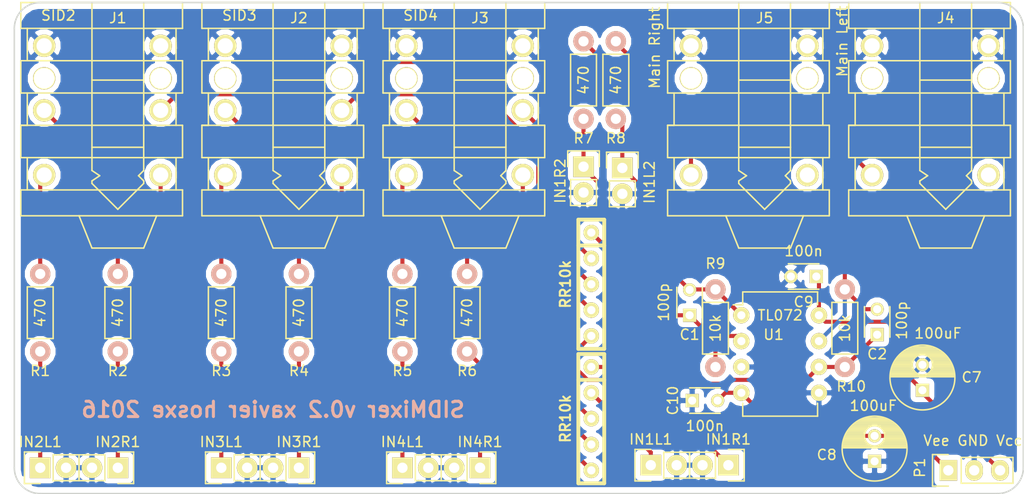
<source format=kicad_pcb>
(kicad_pcb (version 4) (host pcbnew 4.0.2-4+6225~38~ubuntu14.04.1-stable)

  (general
    (links 68)
    (no_connects 0)
    (area 104.064999 86.284999 203.275001 134.695001)
    (thickness 1.6)
    (drawings 9)
    (tracks 126)
    (zones 0)
    (modules 35)
    (nets 30)
  )

  (page A4)
  (layers
    (0 F.Cu signal)
    (31 B.Cu signal)
    (32 B.Adhes user)
    (33 F.Adhes user)
    (34 B.Paste user)
    (35 F.Paste user)
    (36 B.SilkS user)
    (37 F.SilkS user)
    (38 B.Mask user)
    (39 F.Mask user)
    (40 Dwgs.User user)
    (41 Cmts.User user)
    (42 Eco1.User user)
    (43 Eco2.User user)
    (44 Edge.Cuts user)
    (45 Margin user)
    (46 B.CrtYd user)
    (47 F.CrtYd user)
    (48 B.Fab user)
    (49 F.Fab user)
  )

  (setup
    (last_trace_width 0.4)
    (trace_clearance 0.2)
    (zone_clearance 0.508)
    (zone_45_only no)
    (trace_min 0.2)
    (segment_width 0.2)
    (edge_width 0.15)
    (via_size 0.6)
    (via_drill 0.4)
    (via_min_size 0.4)
    (via_min_drill 0.3)
    (uvia_size 0.3)
    (uvia_drill 0.1)
    (uvias_allowed no)
    (uvia_min_size 0.2)
    (uvia_min_drill 0.1)
    (pcb_text_width 0.3)
    (pcb_text_size 1.5 1.5)
    (mod_edge_width 0.15)
    (mod_text_size 1 1)
    (mod_text_width 0.15)
    (pad_size 1.524 1.524)
    (pad_drill 0.762)
    (pad_to_mask_clearance 0.2)
    (aux_axis_origin 0 0)
    (visible_elements FFFFFF7F)
    (pcbplotparams
      (layerselection 0x010f0_80000001)
      (usegerberextensions false)
      (excludeedgelayer false)
      (linewidth 0.100000)
      (plotframeref false)
      (viasonmask false)
      (mode 1)
      (useauxorigin false)
      (hpglpennumber 1)
      (hpglpenspeed 20)
      (hpglpendiameter 15)
      (hpglpenoverlay 2)
      (psnegative false)
      (psa4output false)
      (plotreference true)
      (plotvalue true)
      (plotinvisibletext false)
      (padsonsilk false)
      (subtractmaskfromsilk false)
      (outputformat 1)
      (mirror false)
      (drillshape 0)
      (scaleselection 1)
      (outputdirectory gerber/))
  )

  (net 0 "")
  (net 1 "Net-(J1-Pad2)")
  (net 2 "Net-(J1-Pad3)")
  (net 3 "Net-(J2-Pad2)")
  (net 4 "Net-(J2-Pad3)")
  (net 5 "Net-(J3-Pad2)")
  (net 6 "Net-(J3-Pad3)")
  (net 7 "Net-(C1-Pad1)")
  (net 8 "Net-(C1-Pad2)")
  (net 9 "Net-(C2-Pad1)")
  (net 10 "Net-(C2-Pad2)")
  (net 11 "Net-(IN1L1-Pad1)")
  (net 12 GND)
  (net 13 "Net-(IN1R1-Pad1)")
  (net 14 "Net-(IN2L1-Pad1)")
  (net 15 "Net-(IN2R1-Pad1)")
  (net 16 "Net-(IN3L1-Pad1)")
  (net 17 "Net-(IN3R1-Pad1)")
  (net 18 "Net-(IN4L1-Pad1)")
  (net 19 "Net-(IN4R1-Pad1)")
  (net 20 /A2L)
  (net 21 /A2R)
  (net 22 /A3L)
  (net 23 /A3R)
  (net 24 /A4L)
  (net 25 /A4R)
  (net 26 VCC)
  (net 27 VEE)
  (net 28 "Net-(J4-Pad1)")
  (net 29 "Net-(J5-Pad1)")

  (net_class Default "This is the default net class."
    (clearance 0.2)
    (trace_width 0.4)
    (via_dia 0.6)
    (via_drill 0.4)
    (uvia_dia 0.3)
    (uvia_drill 0.1)
    (add_net /A2L)
    (add_net /A2R)
    (add_net /A3L)
    (add_net /A3R)
    (add_net /A4L)
    (add_net /A4R)
    (add_net GND)
    (add_net "Net-(C1-Pad1)")
    (add_net "Net-(C1-Pad2)")
    (add_net "Net-(C2-Pad1)")
    (add_net "Net-(C2-Pad2)")
    (add_net "Net-(IN1L1-Pad1)")
    (add_net "Net-(IN1R1-Pad1)")
    (add_net "Net-(IN2L1-Pad1)")
    (add_net "Net-(IN2R1-Pad1)")
    (add_net "Net-(IN3L1-Pad1)")
    (add_net "Net-(IN3R1-Pad1)")
    (add_net "Net-(IN4L1-Pad1)")
    (add_net "Net-(IN4R1-Pad1)")
    (add_net "Net-(J1-Pad2)")
    (add_net "Net-(J1-Pad3)")
    (add_net "Net-(J2-Pad2)")
    (add_net "Net-(J2-Pad3)")
    (add_net "Net-(J3-Pad2)")
    (add_net "Net-(J3-Pad3)")
    (add_net "Net-(J4-Pad1)")
    (add_net "Net-(J5-Pad1)")
    (add_net VCC)
    (add_net VEE)
  )

  (module pfm2_lib:FMRR (layer F.Cu) (tedit 56F1BBDD) (tstamp 56F1C290)
    (at 160.782 127.254 270)
    (path /56F1DB3F)
    (fp_text reference R11 (at 0 2.54 270) (layer F.SilkS) hide
      (effects (font (size 1.00076 1.00076) (thickness 0.25019)))
    )
    (fp_text value RR10k (at 0 2.54 270) (layer F.SilkS)
      (effects (font (size 1.00076 1.00076) (thickness 0.20066)))
    )
    (fp_line (start -3.81 -1.27) (end -3.81 1.27) (layer F.SilkS) (width 0.381))
    (fp_line (start -6.35 -1.27) (end -6.35 1.27) (layer F.SilkS) (width 0.381))
    (fp_line (start -6.35 1.27) (end 6.35 1.27) (layer F.SilkS) (width 0.381))
    (fp_line (start 6.35 1.27) (end 6.35 -1.27) (layer F.SilkS) (width 0.381))
    (fp_line (start 6.35 -1.27) (end -6.35 -1.27) (layer F.SilkS) (width 0.381))
    (pad 1 thru_hole circle (at -5.08 0 270) (size 1.524 1.524) (drill 0.8128) (layers *.Cu *.Mask F.SilkS)
      (net 9 "Net-(C2-Pad1)"))
    (pad 2 thru_hole circle (at -2.54 0 270) (size 1.524 1.524) (drill 0.8128) (layers *.Cu *.Mask F.SilkS)
      (net 11 "Net-(IN1L1-Pad1)"))
    (pad 3 thru_hole circle (at 0 0 270) (size 1.524 1.524) (drill 0.8128) (layers *.Cu *.Mask F.SilkS)
      (net 24 /A4L))
    (pad 4 thru_hole circle (at 2.54 0 270) (size 1.524 1.524) (drill 0.8128) (layers *.Cu *.Mask F.SilkS)
      (net 22 /A3L))
    (pad 5 thru_hole circle (at 5.08 0 270) (size 1.524 1.524) (drill 0.8128) (layers *.Cu *.Mask F.SilkS)
      (net 20 /A2L))
  )

  (module pfm2_lib:NRJ6HF (layer F.Cu) (tedit 56F1B73E) (tstamp 56F1BE6A)
    (at 114.3 86.36)
    (path /56F1A08E)
    (fp_text reference J1 (at 0 1.524) (layer F.SilkS)
      (effects (font (size 1 1) (thickness 0.15)))
    )
    (fp_text value SID2 (at -5.842 1.27) (layer F.SilkS)
      (effects (font (size 1 1) (thickness 0.15)))
    )
    (fp_line (start 5.715 5.715) (end 5.715 2.54) (layer F.SilkS) (width 0.15))
    (fp_line (start 6.35 2.54) (end 6.35 0) (layer F.SilkS) (width 0.15))
    (fp_line (start -2.54 7.62) (end 2.54 7.62) (layer F.SilkS) (width 0.15))
    (fp_line (start -2.54 14.224) (end 2.54 14.224) (layer F.SilkS) (width 0.15))
    (fp_line (start 2.54 16.51) (end 2.032 17.018) (layer F.SilkS) (width 0.15))
    (fp_line (start 2.032 17.018) (end 2.54 17.526) (layer F.SilkS) (width 0.15))
    (fp_line (start 2.54 17.78) (end 2.54 17.526) (layer F.SilkS) (width 0.15))
    (fp_line (start -2.54 17.78) (end -2.54 17.526) (layer F.SilkS) (width 0.15))
    (fp_line (start 2.54 16.51) (end 2.54 0) (layer F.SilkS) (width 0.15))
    (fp_line (start -2.54 17.78) (end 0 20.32) (layer F.SilkS) (width 0.15))
    (fp_line (start 0 20.32) (end 2.54 17.78) (layer F.SilkS) (width 0.15))
    (fp_line (start -2.54 16.51) (end -1.778 17.018) (layer F.SilkS) (width 0.15))
    (fp_line (start -1.778 17.018) (end -2.54 17.526) (layer F.SilkS) (width 0.15))
    (fp_line (start -2.54 0) (end -2.54 16.51) (layer F.SilkS) (width 0.15))
    (fp_line (start 6.35 8.89) (end 6.35 5.715) (layer F.SilkS) (width 0.15))
    (fp_line (start 5.715 12.065) (end 5.715 8.89) (layer F.SilkS) (width 0.15))
    (fp_line (start 6.35 15.24) (end 6.35 12.065) (layer F.SilkS) (width 0.15))
    (fp_line (start 5.715 18.415) (end 5.715 15.24) (layer F.SilkS) (width 0.15))
    (fp_line (start 6.35 20.955) (end 6.35 18.415) (layer F.SilkS) (width 0.15))
    (fp_line (start -9.525 18.415) (end -9.525 20.955) (layer F.SilkS) (width 0.15))
    (fp_line (start -8.89 15.24) (end -8.89 18.415) (layer F.SilkS) (width 0.15))
    (fp_line (start -8.89 12.065) (end -9.525 12.065) (layer F.SilkS) (width 0.15))
    (fp_line (start -9.525 12.065) (end -9.525 15.24) (layer F.SilkS) (width 0.15))
    (fp_line (start -8.89 8.89) (end -8.89 12.065) (layer F.SilkS) (width 0.15))
    (fp_line (start -9.525 5.715) (end -9.525 8.89) (layer F.SilkS) (width 0.15))
    (fp_line (start -8.89 2.54) (end -8.89 5.715) (layer F.SilkS) (width 0.15))
    (fp_line (start -9.525 0) (end -9.525 2.54) (layer F.SilkS) (width 0.15))
    (fp_line (start -9.525 18.415) (end 6.35 18.415) (layer F.SilkS) (width 0.15))
    (fp_line (start -9.525 15.24) (end 6.35 15.24) (layer F.SilkS) (width 0.15))
    (fp_line (start -9.525 12.065) (end 6.35 12.065) (layer F.SilkS) (width 0.15))
    (fp_line (start -9.525 8.89) (end 6.35 8.89) (layer F.SilkS) (width 0.15))
    (fp_line (start -9.525 5.715) (end 6.35 5.715) (layer F.SilkS) (width 0.15))
    (fp_line (start -9.525 2.54) (end 6.35 2.54) (layer F.SilkS) (width 0.15))
    (fp_line (start 2.54 24.13) (end 3.81 20.955) (layer F.SilkS) (width 0.15))
    (fp_line (start -2.54 24.13) (end -3.81 20.955) (layer F.SilkS) (width 0.15))
    (fp_line (start -2.54 24.13) (end 2.54 24.13) (layer F.SilkS) (width 0.15))
    (fp_line (start -9.525 0) (end 6.35 0) (layer F.SilkS) (width 0.15))
    (fp_line (start 6.35 20.955) (end -9.525 20.955) (layer F.SilkS) (width 0.15))
    (pad "" np_thru_hole circle (at 4.2 7.45) (size 2.2 2.2) (drill 2) (layers *.Cu *.Mask F.SilkS))
    (pad 2 thru_hole circle (at -7.23 16.95) (size 2.2 2.2) (drill 1.5) (layers *.Cu *.Mask F.SilkS)
      (net 1 "Net-(J1-Pad2)"))
    (pad 3 thru_hole circle (at -7.23 10.6) (size 2.2 2.2) (drill 1.5) (layers *.Cu *.Mask F.SilkS)
      (net 2 "Net-(J1-Pad3)"))
    (pad 1 thru_hole circle (at -7.23 4.25) (size 2.2 2.2) (drill 1.5) (layers *.Cu *.Mask F.SilkS)
      (net 12 GND))
    (pad 5 thru_hole circle (at 4.2 16.95) (size 2.2 2.2) (drill 1.5) (layers *.Cu *.Mask F.SilkS)
      (net 20 /A2L))
    (pad 4 thru_hole circle (at 4.2 4.25) (size 2.2 2.2) (drill 1.5) (layers *.Cu *.Mask F.SilkS)
      (net 12 GND))
    (pad 6 thru_hole circle (at 4.2 10.6) (size 2.2 2.2) (drill 1.5) (layers *.Cu *.Mask F.SilkS)
      (net 21 /A2R))
    (pad "" np_thru_hole circle (at -7.23 7.45) (size 2.2 2.2) (drill 2) (layers *.Cu *.Mask F.SilkS))
  )

  (module pfm2_lib:NRJ6HF (layer F.Cu) (tedit 56F1B747) (tstamp 56F1BE9C)
    (at 132.08 86.36)
    (path /56F1A11C)
    (fp_text reference J2 (at 0 1.524) (layer F.SilkS)
      (effects (font (size 1 1) (thickness 0.15)))
    )
    (fp_text value SID3 (at -5.842 1.27) (layer F.SilkS)
      (effects (font (size 1 1) (thickness 0.15)))
    )
    (fp_line (start 5.715 5.715) (end 5.715 2.54) (layer F.SilkS) (width 0.15))
    (fp_line (start 6.35 2.54) (end 6.35 0) (layer F.SilkS) (width 0.15))
    (fp_line (start -2.54 7.62) (end 2.54 7.62) (layer F.SilkS) (width 0.15))
    (fp_line (start -2.54 14.224) (end 2.54 14.224) (layer F.SilkS) (width 0.15))
    (fp_line (start 2.54 16.51) (end 2.032 17.018) (layer F.SilkS) (width 0.15))
    (fp_line (start 2.032 17.018) (end 2.54 17.526) (layer F.SilkS) (width 0.15))
    (fp_line (start 2.54 17.78) (end 2.54 17.526) (layer F.SilkS) (width 0.15))
    (fp_line (start -2.54 17.78) (end -2.54 17.526) (layer F.SilkS) (width 0.15))
    (fp_line (start 2.54 16.51) (end 2.54 0) (layer F.SilkS) (width 0.15))
    (fp_line (start -2.54 17.78) (end 0 20.32) (layer F.SilkS) (width 0.15))
    (fp_line (start 0 20.32) (end 2.54 17.78) (layer F.SilkS) (width 0.15))
    (fp_line (start -2.54 16.51) (end -1.778 17.018) (layer F.SilkS) (width 0.15))
    (fp_line (start -1.778 17.018) (end -2.54 17.526) (layer F.SilkS) (width 0.15))
    (fp_line (start -2.54 0) (end -2.54 16.51) (layer F.SilkS) (width 0.15))
    (fp_line (start 6.35 8.89) (end 6.35 5.715) (layer F.SilkS) (width 0.15))
    (fp_line (start 5.715 12.065) (end 5.715 8.89) (layer F.SilkS) (width 0.15))
    (fp_line (start 6.35 15.24) (end 6.35 12.065) (layer F.SilkS) (width 0.15))
    (fp_line (start 5.715 18.415) (end 5.715 15.24) (layer F.SilkS) (width 0.15))
    (fp_line (start 6.35 20.955) (end 6.35 18.415) (layer F.SilkS) (width 0.15))
    (fp_line (start -9.525 18.415) (end -9.525 20.955) (layer F.SilkS) (width 0.15))
    (fp_line (start -8.89 15.24) (end -8.89 18.415) (layer F.SilkS) (width 0.15))
    (fp_line (start -8.89 12.065) (end -9.525 12.065) (layer F.SilkS) (width 0.15))
    (fp_line (start -9.525 12.065) (end -9.525 15.24) (layer F.SilkS) (width 0.15))
    (fp_line (start -8.89 8.89) (end -8.89 12.065) (layer F.SilkS) (width 0.15))
    (fp_line (start -9.525 5.715) (end -9.525 8.89) (layer F.SilkS) (width 0.15))
    (fp_line (start -8.89 2.54) (end -8.89 5.715) (layer F.SilkS) (width 0.15))
    (fp_line (start -9.525 0) (end -9.525 2.54) (layer F.SilkS) (width 0.15))
    (fp_line (start -9.525 18.415) (end 6.35 18.415) (layer F.SilkS) (width 0.15))
    (fp_line (start -9.525 15.24) (end 6.35 15.24) (layer F.SilkS) (width 0.15))
    (fp_line (start -9.525 12.065) (end 6.35 12.065) (layer F.SilkS) (width 0.15))
    (fp_line (start -9.525 8.89) (end 6.35 8.89) (layer F.SilkS) (width 0.15))
    (fp_line (start -9.525 5.715) (end 6.35 5.715) (layer F.SilkS) (width 0.15))
    (fp_line (start -9.525 2.54) (end 6.35 2.54) (layer F.SilkS) (width 0.15))
    (fp_line (start 2.54 24.13) (end 3.81 20.955) (layer F.SilkS) (width 0.15))
    (fp_line (start -2.54 24.13) (end -3.81 20.955) (layer F.SilkS) (width 0.15))
    (fp_line (start -2.54 24.13) (end 2.54 24.13) (layer F.SilkS) (width 0.15))
    (fp_line (start -9.525 0) (end 6.35 0) (layer F.SilkS) (width 0.15))
    (fp_line (start 6.35 20.955) (end -9.525 20.955) (layer F.SilkS) (width 0.15))
    (pad "" np_thru_hole circle (at 4.2 7.45) (size 2.2 2.2) (drill 2) (layers *.Cu *.Mask F.SilkS))
    (pad 2 thru_hole circle (at -7.23 16.95) (size 2.2 2.2) (drill 1.5) (layers *.Cu *.Mask F.SilkS)
      (net 3 "Net-(J2-Pad2)"))
    (pad 3 thru_hole circle (at -7.23 10.6) (size 2.2 2.2) (drill 1.5) (layers *.Cu *.Mask F.SilkS)
      (net 4 "Net-(J2-Pad3)"))
    (pad 1 thru_hole circle (at -7.23 4.25) (size 2.2 2.2) (drill 1.5) (layers *.Cu *.Mask F.SilkS)
      (net 12 GND))
    (pad 5 thru_hole circle (at 4.2 16.95) (size 2.2 2.2) (drill 1.5) (layers *.Cu *.Mask F.SilkS)
      (net 22 /A3L))
    (pad 4 thru_hole circle (at 4.2 4.25) (size 2.2 2.2) (drill 1.5) (layers *.Cu *.Mask F.SilkS)
      (net 12 GND))
    (pad 6 thru_hole circle (at 4.2 10.6) (size 2.2 2.2) (drill 1.5) (layers *.Cu *.Mask F.SilkS)
      (net 23 /A3R))
    (pad "" np_thru_hole circle (at -7.23 7.45) (size 2.2 2.2) (drill 2) (layers *.Cu *.Mask F.SilkS))
  )

  (module pfm2_lib:NRJ6HF (layer F.Cu) (tedit 56F1B74D) (tstamp 56F1BECE)
    (at 149.86 86.36)
    (path /56F1A16A)
    (fp_text reference J3 (at 0 1.524) (layer F.SilkS)
      (effects (font (size 1 1) (thickness 0.15)))
    )
    (fp_text value SID4 (at -5.842 1.27) (layer F.SilkS)
      (effects (font (size 1 1) (thickness 0.15)))
    )
    (fp_line (start 5.715 5.715) (end 5.715 2.54) (layer F.SilkS) (width 0.15))
    (fp_line (start 6.35 2.54) (end 6.35 0) (layer F.SilkS) (width 0.15))
    (fp_line (start -2.54 7.62) (end 2.54 7.62) (layer F.SilkS) (width 0.15))
    (fp_line (start -2.54 14.224) (end 2.54 14.224) (layer F.SilkS) (width 0.15))
    (fp_line (start 2.54 16.51) (end 2.032 17.018) (layer F.SilkS) (width 0.15))
    (fp_line (start 2.032 17.018) (end 2.54 17.526) (layer F.SilkS) (width 0.15))
    (fp_line (start 2.54 17.78) (end 2.54 17.526) (layer F.SilkS) (width 0.15))
    (fp_line (start -2.54 17.78) (end -2.54 17.526) (layer F.SilkS) (width 0.15))
    (fp_line (start 2.54 16.51) (end 2.54 0) (layer F.SilkS) (width 0.15))
    (fp_line (start -2.54 17.78) (end 0 20.32) (layer F.SilkS) (width 0.15))
    (fp_line (start 0 20.32) (end 2.54 17.78) (layer F.SilkS) (width 0.15))
    (fp_line (start -2.54 16.51) (end -1.778 17.018) (layer F.SilkS) (width 0.15))
    (fp_line (start -1.778 17.018) (end -2.54 17.526) (layer F.SilkS) (width 0.15))
    (fp_line (start -2.54 0) (end -2.54 16.51) (layer F.SilkS) (width 0.15))
    (fp_line (start 6.35 8.89) (end 6.35 5.715) (layer F.SilkS) (width 0.15))
    (fp_line (start 5.715 12.065) (end 5.715 8.89) (layer F.SilkS) (width 0.15))
    (fp_line (start 6.35 15.24) (end 6.35 12.065) (layer F.SilkS) (width 0.15))
    (fp_line (start 5.715 18.415) (end 5.715 15.24) (layer F.SilkS) (width 0.15))
    (fp_line (start 6.35 20.955) (end 6.35 18.415) (layer F.SilkS) (width 0.15))
    (fp_line (start -9.525 18.415) (end -9.525 20.955) (layer F.SilkS) (width 0.15))
    (fp_line (start -8.89 15.24) (end -8.89 18.415) (layer F.SilkS) (width 0.15))
    (fp_line (start -8.89 12.065) (end -9.525 12.065) (layer F.SilkS) (width 0.15))
    (fp_line (start -9.525 12.065) (end -9.525 15.24) (layer F.SilkS) (width 0.15))
    (fp_line (start -8.89 8.89) (end -8.89 12.065) (layer F.SilkS) (width 0.15))
    (fp_line (start -9.525 5.715) (end -9.525 8.89) (layer F.SilkS) (width 0.15))
    (fp_line (start -8.89 2.54) (end -8.89 5.715) (layer F.SilkS) (width 0.15))
    (fp_line (start -9.525 0) (end -9.525 2.54) (layer F.SilkS) (width 0.15))
    (fp_line (start -9.525 18.415) (end 6.35 18.415) (layer F.SilkS) (width 0.15))
    (fp_line (start -9.525 15.24) (end 6.35 15.24) (layer F.SilkS) (width 0.15))
    (fp_line (start -9.525 12.065) (end 6.35 12.065) (layer F.SilkS) (width 0.15))
    (fp_line (start -9.525 8.89) (end 6.35 8.89) (layer F.SilkS) (width 0.15))
    (fp_line (start -9.525 5.715) (end 6.35 5.715) (layer F.SilkS) (width 0.15))
    (fp_line (start -9.525 2.54) (end 6.35 2.54) (layer F.SilkS) (width 0.15))
    (fp_line (start 2.54 24.13) (end 3.81 20.955) (layer F.SilkS) (width 0.15))
    (fp_line (start -2.54 24.13) (end -3.81 20.955) (layer F.SilkS) (width 0.15))
    (fp_line (start -2.54 24.13) (end 2.54 24.13) (layer F.SilkS) (width 0.15))
    (fp_line (start -9.525 0) (end 6.35 0) (layer F.SilkS) (width 0.15))
    (fp_line (start 6.35 20.955) (end -9.525 20.955) (layer F.SilkS) (width 0.15))
    (pad "" np_thru_hole circle (at 4.2 7.45) (size 2.2 2.2) (drill 2) (layers *.Cu *.Mask F.SilkS))
    (pad 2 thru_hole circle (at -7.23 16.95) (size 2.2 2.2) (drill 1.5) (layers *.Cu *.Mask F.SilkS)
      (net 5 "Net-(J3-Pad2)"))
    (pad 3 thru_hole circle (at -7.23 10.6) (size 2.2 2.2) (drill 1.5) (layers *.Cu *.Mask F.SilkS)
      (net 6 "Net-(J3-Pad3)"))
    (pad 1 thru_hole circle (at -7.23 4.25) (size 2.2 2.2) (drill 1.5) (layers *.Cu *.Mask F.SilkS)
      (net 12 GND))
    (pad 5 thru_hole circle (at 4.2 16.95) (size 2.2 2.2) (drill 1.5) (layers *.Cu *.Mask F.SilkS)
      (net 24 /A4L))
    (pad 4 thru_hole circle (at 4.2 4.25) (size 2.2 2.2) (drill 1.5) (layers *.Cu *.Mask F.SilkS)
      (net 12 GND))
    (pad 6 thru_hole circle (at 4.2 10.6) (size 2.2 2.2) (drill 1.5) (layers *.Cu *.Mask F.SilkS)
      (net 25 /A4R))
    (pad "" np_thru_hole circle (at -7.23 7.45) (size 2.2 2.2) (drill 2) (layers *.Cu *.Mask F.SilkS))
  )

  (module pfm2_lib:NRJ4HF (layer F.Cu) (tedit 56F1B763) (tstamp 56F1BEFE)
    (at 195.58 86.36)
    (path /56F1A27B)
    (fp_text reference J4 (at 0 1.524) (layer F.SilkS)
      (effects (font (size 1 1) (thickness 0.15)))
    )
    (fp_text value "Main Left" (at -10.16 3.81 90) (layer F.SilkS)
      (effects (font (size 1 1) (thickness 0.15)))
    )
    (fp_line (start 5.715 5.715) (end 5.715 2.54) (layer F.SilkS) (width 0.15))
    (fp_line (start 6.35 2.54) (end 6.35 0) (layer F.SilkS) (width 0.15))
    (fp_line (start -2.54 7.62) (end 2.54 7.62) (layer F.SilkS) (width 0.15))
    (fp_line (start -2.54 14.224) (end 2.54 14.224) (layer F.SilkS) (width 0.15))
    (fp_line (start 2.54 16.51) (end 2.032 17.018) (layer F.SilkS) (width 0.15))
    (fp_line (start 2.032 17.018) (end 2.54 17.526) (layer F.SilkS) (width 0.15))
    (fp_line (start 2.54 17.78) (end 2.54 17.526) (layer F.SilkS) (width 0.15))
    (fp_line (start -2.54 17.78) (end -2.54 17.526) (layer F.SilkS) (width 0.15))
    (fp_line (start 2.54 16.51) (end 2.54 0) (layer F.SilkS) (width 0.15))
    (fp_line (start -2.54 17.78) (end 0 20.32) (layer F.SilkS) (width 0.15))
    (fp_line (start 0 20.32) (end 2.54 17.78) (layer F.SilkS) (width 0.15))
    (fp_line (start -2.54 16.51) (end -1.778 17.018) (layer F.SilkS) (width 0.15))
    (fp_line (start -1.778 17.018) (end -2.54 17.526) (layer F.SilkS) (width 0.15))
    (fp_line (start -2.54 0) (end -2.54 16.51) (layer F.SilkS) (width 0.15))
    (fp_line (start 6.35 8.89) (end 6.35 5.715) (layer F.SilkS) (width 0.15))
    (fp_line (start 5.715 12.065) (end 5.715 8.89) (layer F.SilkS) (width 0.15))
    (fp_line (start 6.35 15.24) (end 6.35 12.065) (layer F.SilkS) (width 0.15))
    (fp_line (start 5.715 18.415) (end 5.715 15.24) (layer F.SilkS) (width 0.15))
    (fp_line (start 6.35 20.955) (end 6.35 18.415) (layer F.SilkS) (width 0.15))
    (fp_line (start -9.525 18.415) (end -9.525 20.955) (layer F.SilkS) (width 0.15))
    (fp_line (start -8.89 15.24) (end -8.89 18.415) (layer F.SilkS) (width 0.15))
    (fp_line (start -8.89 12.065) (end -9.525 12.065) (layer F.SilkS) (width 0.15))
    (fp_line (start -9.525 12.065) (end -9.525 15.24) (layer F.SilkS) (width 0.15))
    (fp_line (start -8.89 8.89) (end -8.89 12.065) (layer F.SilkS) (width 0.15))
    (fp_line (start -9.525 5.715) (end -9.525 8.89) (layer F.SilkS) (width 0.15))
    (fp_line (start -8.89 2.54) (end -8.89 5.715) (layer F.SilkS) (width 0.15))
    (fp_line (start -9.525 0) (end -9.525 2.54) (layer F.SilkS) (width 0.15))
    (fp_line (start -9.525 18.415) (end 6.35 18.415) (layer F.SilkS) (width 0.15))
    (fp_line (start -9.525 15.24) (end 6.35 15.24) (layer F.SilkS) (width 0.15))
    (fp_line (start -9.525 12.065) (end 6.35 12.065) (layer F.SilkS) (width 0.15))
    (fp_line (start -9.525 8.89) (end 6.35 8.89) (layer F.SilkS) (width 0.15))
    (fp_line (start -9.525 5.715) (end 6.35 5.715) (layer F.SilkS) (width 0.15))
    (fp_line (start -9.525 2.54) (end 6.35 2.54) (layer F.SilkS) (width 0.15))
    (fp_line (start 2.54 24.13) (end 3.81 20.955) (layer F.SilkS) (width 0.15))
    (fp_line (start -2.54 24.13) (end -3.81 20.955) (layer F.SilkS) (width 0.15))
    (fp_line (start -2.54 24.13) (end 2.54 24.13) (layer F.SilkS) (width 0.15))
    (fp_line (start -9.525 0) (end 6.35 0) (layer F.SilkS) (width 0.15))
    (fp_line (start 6.35 20.955) (end -9.525 20.955) (layer F.SilkS) (width 0.15))
    (pad "" np_thru_hole circle (at 4.2 7.45) (size 2.2 2.2) (drill 2) (layers *.Cu *.Mask F.SilkS))
    (pad 1 thru_hole circle (at -7.23 16.95) (size 2.2 2.2) (drill 1.5) (layers *.Cu *.Mask F.SilkS)
      (net 28 "Net-(J4-Pad1)"))
    (pad 3 thru_hole circle (at -7.23 4.25) (size 2.2 2.2) (drill 1.5) (layers *.Cu *.Mask F.SilkS)
      (net 12 GND))
    (pad 2 thru_hole circle (at 4.2 16.95) (size 2.2 2.2) (drill 1.5) (layers *.Cu *.Mask F.SilkS))
    (pad 3 thru_hole circle (at 4.2 4.25) (size 2.2 2.2) (drill 1.5) (layers *.Cu *.Mask F.SilkS)
      (net 12 GND))
    (pad "" np_thru_hole circle (at -7.23 7.45) (size 2.2 2.2) (drill 2) (layers *.Cu *.Mask F.SilkS))
  )

  (module pfm2_lib:NRJ4HF (layer F.Cu) (tedit 56F1B757) (tstamp 56F1BF2E)
    (at 177.8 86.36)
    (path /56F1A3C6)
    (fp_text reference J5 (at 0 1.524) (layer F.SilkS)
      (effects (font (size 1 1) (thickness 0.15)))
    )
    (fp_text value "Main Right" (at -10.795 4.445 90) (layer F.SilkS)
      (effects (font (size 1 1) (thickness 0.15)))
    )
    (fp_line (start 5.715 5.715) (end 5.715 2.54) (layer F.SilkS) (width 0.15))
    (fp_line (start 6.35 2.54) (end 6.35 0) (layer F.SilkS) (width 0.15))
    (fp_line (start -2.54 7.62) (end 2.54 7.62) (layer F.SilkS) (width 0.15))
    (fp_line (start -2.54 14.224) (end 2.54 14.224) (layer F.SilkS) (width 0.15))
    (fp_line (start 2.54 16.51) (end 2.032 17.018) (layer F.SilkS) (width 0.15))
    (fp_line (start 2.032 17.018) (end 2.54 17.526) (layer F.SilkS) (width 0.15))
    (fp_line (start 2.54 17.78) (end 2.54 17.526) (layer F.SilkS) (width 0.15))
    (fp_line (start -2.54 17.78) (end -2.54 17.526) (layer F.SilkS) (width 0.15))
    (fp_line (start 2.54 16.51) (end 2.54 0) (layer F.SilkS) (width 0.15))
    (fp_line (start -2.54 17.78) (end 0 20.32) (layer F.SilkS) (width 0.15))
    (fp_line (start 0 20.32) (end 2.54 17.78) (layer F.SilkS) (width 0.15))
    (fp_line (start -2.54 16.51) (end -1.778 17.018) (layer F.SilkS) (width 0.15))
    (fp_line (start -1.778 17.018) (end -2.54 17.526) (layer F.SilkS) (width 0.15))
    (fp_line (start -2.54 0) (end -2.54 16.51) (layer F.SilkS) (width 0.15))
    (fp_line (start 6.35 8.89) (end 6.35 5.715) (layer F.SilkS) (width 0.15))
    (fp_line (start 5.715 12.065) (end 5.715 8.89) (layer F.SilkS) (width 0.15))
    (fp_line (start 6.35 15.24) (end 6.35 12.065) (layer F.SilkS) (width 0.15))
    (fp_line (start 5.715 18.415) (end 5.715 15.24) (layer F.SilkS) (width 0.15))
    (fp_line (start 6.35 20.955) (end 6.35 18.415) (layer F.SilkS) (width 0.15))
    (fp_line (start -9.525 18.415) (end -9.525 20.955) (layer F.SilkS) (width 0.15))
    (fp_line (start -8.89 15.24) (end -8.89 18.415) (layer F.SilkS) (width 0.15))
    (fp_line (start -8.89 12.065) (end -9.525 12.065) (layer F.SilkS) (width 0.15))
    (fp_line (start -9.525 12.065) (end -9.525 15.24) (layer F.SilkS) (width 0.15))
    (fp_line (start -8.89 8.89) (end -8.89 12.065) (layer F.SilkS) (width 0.15))
    (fp_line (start -9.525 5.715) (end -9.525 8.89) (layer F.SilkS) (width 0.15))
    (fp_line (start -8.89 2.54) (end -8.89 5.715) (layer F.SilkS) (width 0.15))
    (fp_line (start -9.525 0) (end -9.525 2.54) (layer F.SilkS) (width 0.15))
    (fp_line (start -9.525 18.415) (end 6.35 18.415) (layer F.SilkS) (width 0.15))
    (fp_line (start -9.525 15.24) (end 6.35 15.24) (layer F.SilkS) (width 0.15))
    (fp_line (start -9.525 12.065) (end 6.35 12.065) (layer F.SilkS) (width 0.15))
    (fp_line (start -9.525 8.89) (end 6.35 8.89) (layer F.SilkS) (width 0.15))
    (fp_line (start -9.525 5.715) (end 6.35 5.715) (layer F.SilkS) (width 0.15))
    (fp_line (start -9.525 2.54) (end 6.35 2.54) (layer F.SilkS) (width 0.15))
    (fp_line (start 2.54 24.13) (end 3.81 20.955) (layer F.SilkS) (width 0.15))
    (fp_line (start -2.54 24.13) (end -3.81 20.955) (layer F.SilkS) (width 0.15))
    (fp_line (start -2.54 24.13) (end 2.54 24.13) (layer F.SilkS) (width 0.15))
    (fp_line (start -9.525 0) (end 6.35 0) (layer F.SilkS) (width 0.15))
    (fp_line (start 6.35 20.955) (end -9.525 20.955) (layer F.SilkS) (width 0.15))
    (pad "" np_thru_hole circle (at 4.2 7.45) (size 2.2 2.2) (drill 2) (layers *.Cu *.Mask F.SilkS))
    (pad 1 thru_hole circle (at -7.23 16.95) (size 2.2 2.2) (drill 1.5) (layers *.Cu *.Mask F.SilkS)
      (net 29 "Net-(J5-Pad1)"))
    (pad 3 thru_hole circle (at -7.23 4.25) (size 2.2 2.2) (drill 1.5) (layers *.Cu *.Mask F.SilkS)
      (net 12 GND))
    (pad 2 thru_hole circle (at 4.2 16.95) (size 2.2 2.2) (drill 1.5) (layers *.Cu *.Mask F.SilkS))
    (pad 3 thru_hole circle (at 4.2 4.25) (size 2.2 2.2) (drill 1.5) (layers *.Cu *.Mask F.SilkS)
      (net 12 GND))
    (pad "" np_thru_hole circle (at -7.23 7.45) (size 2.2 2.2) (drill 2) (layers *.Cu *.Mask F.SilkS))
  )

  (module Capacitors_ThroughHole:C_Disc_D3_P2.5 (layer F.Cu) (tedit 56F1BB93) (tstamp 56F1C215)
    (at 170.434 117.094 90)
    (descr "Capacitor 3mm Disc, Pitch 2.5mm")
    (tags Capacitor)
    (path /56F1ECAE)
    (fp_text reference C1 (at -1.905 0 180) (layer F.SilkS)
      (effects (font (size 1 1) (thickness 0.15)))
    )
    (fp_text value 100p (at 1.27 -2.54 90) (layer F.SilkS)
      (effects (font (size 1 1) (thickness 0.15)))
    )
    (fp_line (start -0.9 -1.5) (end 3.4 -1.5) (layer F.CrtYd) (width 0.05))
    (fp_line (start 3.4 -1.5) (end 3.4 1.5) (layer F.CrtYd) (width 0.05))
    (fp_line (start 3.4 1.5) (end -0.9 1.5) (layer F.CrtYd) (width 0.05))
    (fp_line (start -0.9 1.5) (end -0.9 -1.5) (layer F.CrtYd) (width 0.05))
    (fp_line (start -0.25 -1.25) (end 2.75 -1.25) (layer F.SilkS) (width 0.15))
    (fp_line (start 2.75 1.25) (end -0.25 1.25) (layer F.SilkS) (width 0.15))
    (pad 1 thru_hole rect (at 0 0 90) (size 1.3 1.3) (drill 0.8) (layers *.Cu *.Mask F.SilkS)
      (net 7 "Net-(C1-Pad1)"))
    (pad 2 thru_hole circle (at 2.5 0 90) (size 1.3 1.3) (drill 0.8001) (layers *.Cu *.Mask F.SilkS)
      (net 8 "Net-(C1-Pad2)"))
    (model Capacitors_ThroughHole.3dshapes/C_Disc_D3_P2.5.wrl
      (at (xyz 0.0492126 0 0))
      (scale (xyz 1 1 1))
      (rotate (xyz 0 0 0))
    )
  )

  (module Capacitors_ThroughHole:C_Disc_D3_P2.5 (layer F.Cu) (tedit 572E458E) (tstamp 56F1C21B)
    (at 188.849 118.999 90)
    (descr "Capacitor 3mm Disc, Pitch 2.5mm")
    (tags Capacitor)
    (path /56F1EBB4)
    (fp_text reference C2 (at -1.905 0 180) (layer F.SilkS)
      (effects (font (size 1 1) (thickness 0.15)))
    )
    (fp_text value 100p (at 1.397 2.413 90) (layer F.SilkS)
      (effects (font (size 1 1) (thickness 0.15)))
    )
    (fp_line (start -0.9 -1.5) (end 3.4 -1.5) (layer F.CrtYd) (width 0.05))
    (fp_line (start 3.4 -1.5) (end 3.4 1.5) (layer F.CrtYd) (width 0.05))
    (fp_line (start 3.4 1.5) (end -0.9 1.5) (layer F.CrtYd) (width 0.05))
    (fp_line (start -0.9 1.5) (end -0.9 -1.5) (layer F.CrtYd) (width 0.05))
    (fp_line (start -0.25 -1.25) (end 2.75 -1.25) (layer F.SilkS) (width 0.15))
    (fp_line (start 2.75 1.25) (end -0.25 1.25) (layer F.SilkS) (width 0.15))
    (pad 1 thru_hole rect (at 0 0 90) (size 1.3 1.3) (drill 0.8) (layers *.Cu *.Mask F.SilkS)
      (net 9 "Net-(C2-Pad1)"))
    (pad 2 thru_hole circle (at 2.5 0 90) (size 1.3 1.3) (drill 0.8001) (layers *.Cu *.Mask F.SilkS)
      (net 10 "Net-(C2-Pad2)"))
    (model Capacitors_ThroughHole.3dshapes/C_Disc_D3_P2.5.wrl
      (at (xyz 0.0492126 0 0))
      (scale (xyz 1 1 1))
      (rotate (xyz 0 0 0))
    )
  )

  (module Pin_Headers:Pin_Header_Straight_1x02 (layer F.Cu) (tedit 56F1BB0E) (tstamp 56F1C221)
    (at 166.624 131.826 90)
    (descr "Through hole pin header")
    (tags "pin header")
    (path /56F1C07A)
    (fp_text reference IN1L1 (at 2.54 0 180) (layer F.SilkS)
      (effects (font (size 1 1) (thickness 0.15)))
    )
    (fp_text value Audio (at 0 -3.1 90) (layer F.Fab)
      (effects (font (size 1 1) (thickness 0.15)))
    )
    (fp_line (start 1.27 1.27) (end 1.27 3.81) (layer F.SilkS) (width 0.15))
    (fp_line (start 1.55 -1.55) (end 1.55 0) (layer F.SilkS) (width 0.15))
    (fp_line (start -1.75 -1.75) (end -1.75 4.3) (layer F.CrtYd) (width 0.05))
    (fp_line (start 1.75 -1.75) (end 1.75 4.3) (layer F.CrtYd) (width 0.05))
    (fp_line (start -1.75 -1.75) (end 1.75 -1.75) (layer F.CrtYd) (width 0.05))
    (fp_line (start -1.75 4.3) (end 1.75 4.3) (layer F.CrtYd) (width 0.05))
    (fp_line (start 1.27 1.27) (end -1.27 1.27) (layer F.SilkS) (width 0.15))
    (fp_line (start -1.55 0) (end -1.55 -1.55) (layer F.SilkS) (width 0.15))
    (fp_line (start -1.55 -1.55) (end 1.55 -1.55) (layer F.SilkS) (width 0.15))
    (fp_line (start -1.27 1.27) (end -1.27 3.81) (layer F.SilkS) (width 0.15))
    (fp_line (start -1.27 3.81) (end 1.27 3.81) (layer F.SilkS) (width 0.15))
    (pad 1 thru_hole rect (at 0 0 90) (size 2.032 2.032) (drill 1.016) (layers *.Cu *.Mask F.SilkS)
      (net 11 "Net-(IN1L1-Pad1)"))
    (pad 2 thru_hole oval (at 0 2.54 90) (size 2.032 2.032) (drill 1.016) (layers *.Cu *.Mask F.SilkS)
      (net 12 GND))
    (model Pin_Headers.3dshapes/Pin_Header_Straight_1x02.wrl
      (at (xyz 0 -0.05 0))
      (scale (xyz 1 1 1))
      (rotate (xyz 0 0 90))
    )
  )

  (module Pin_Headers:Pin_Header_Straight_1x02 (layer F.Cu) (tedit 56F1BB11) (tstamp 56F1C227)
    (at 174.244 131.826 270)
    (descr "Through hole pin header")
    (tags "pin header")
    (path /56F1BFC9)
    (fp_text reference IN1R1 (at -2.54 0 360) (layer F.SilkS)
      (effects (font (size 1 1) (thickness 0.15)))
    )
    (fp_text value Audio (at 0 -3.1 270) (layer F.Fab)
      (effects (font (size 1 1) (thickness 0.15)))
    )
    (fp_line (start 1.27 1.27) (end 1.27 3.81) (layer F.SilkS) (width 0.15))
    (fp_line (start 1.55 -1.55) (end 1.55 0) (layer F.SilkS) (width 0.15))
    (fp_line (start -1.75 -1.75) (end -1.75 4.3) (layer F.CrtYd) (width 0.05))
    (fp_line (start 1.75 -1.75) (end 1.75 4.3) (layer F.CrtYd) (width 0.05))
    (fp_line (start -1.75 -1.75) (end 1.75 -1.75) (layer F.CrtYd) (width 0.05))
    (fp_line (start -1.75 4.3) (end 1.75 4.3) (layer F.CrtYd) (width 0.05))
    (fp_line (start 1.27 1.27) (end -1.27 1.27) (layer F.SilkS) (width 0.15))
    (fp_line (start -1.55 0) (end -1.55 -1.55) (layer F.SilkS) (width 0.15))
    (fp_line (start -1.55 -1.55) (end 1.55 -1.55) (layer F.SilkS) (width 0.15))
    (fp_line (start -1.27 1.27) (end -1.27 3.81) (layer F.SilkS) (width 0.15))
    (fp_line (start -1.27 3.81) (end 1.27 3.81) (layer F.SilkS) (width 0.15))
    (pad 1 thru_hole rect (at 0 0 270) (size 2.032 2.032) (drill 1.016) (layers *.Cu *.Mask F.SilkS)
      (net 13 "Net-(IN1R1-Pad1)"))
    (pad 2 thru_hole oval (at 0 2.54 270) (size 2.032 2.032) (drill 1.016) (layers *.Cu *.Mask F.SilkS)
      (net 12 GND))
    (model Pin_Headers.3dshapes/Pin_Header_Straight_1x02.wrl
      (at (xyz 0 -0.05 0))
      (scale (xyz 1 1 1))
      (rotate (xyz 0 0 90))
    )
  )

  (module Pin_Headers:Pin_Header_Straight_1x02 (layer F.Cu) (tedit 56F1BAFA) (tstamp 56F1C22D)
    (at 106.68 132.08 90)
    (descr "Through hole pin header")
    (tags "pin header")
    (path /56F1BA8D)
    (fp_text reference IN2L1 (at 2.54 0 180) (layer F.SilkS)
      (effects (font (size 1 1) (thickness 0.15)))
    )
    (fp_text value Audio (at 0 -3.1 90) (layer F.Fab)
      (effects (font (size 1 1) (thickness 0.15)))
    )
    (fp_line (start 1.27 1.27) (end 1.27 3.81) (layer F.SilkS) (width 0.15))
    (fp_line (start 1.55 -1.55) (end 1.55 0) (layer F.SilkS) (width 0.15))
    (fp_line (start -1.75 -1.75) (end -1.75 4.3) (layer F.CrtYd) (width 0.05))
    (fp_line (start 1.75 -1.75) (end 1.75 4.3) (layer F.CrtYd) (width 0.05))
    (fp_line (start -1.75 -1.75) (end 1.75 -1.75) (layer F.CrtYd) (width 0.05))
    (fp_line (start -1.75 4.3) (end 1.75 4.3) (layer F.CrtYd) (width 0.05))
    (fp_line (start 1.27 1.27) (end -1.27 1.27) (layer F.SilkS) (width 0.15))
    (fp_line (start -1.55 0) (end -1.55 -1.55) (layer F.SilkS) (width 0.15))
    (fp_line (start -1.55 -1.55) (end 1.55 -1.55) (layer F.SilkS) (width 0.15))
    (fp_line (start -1.27 1.27) (end -1.27 3.81) (layer F.SilkS) (width 0.15))
    (fp_line (start -1.27 3.81) (end 1.27 3.81) (layer F.SilkS) (width 0.15))
    (pad 1 thru_hole rect (at 0 0 90) (size 2.032 2.032) (drill 1.016) (layers *.Cu *.Mask F.SilkS)
      (net 14 "Net-(IN2L1-Pad1)"))
    (pad 2 thru_hole oval (at 0 2.54 90) (size 2.032 2.032) (drill 1.016) (layers *.Cu *.Mask F.SilkS)
      (net 12 GND))
    (model Pin_Headers.3dshapes/Pin_Header_Straight_1x02.wrl
      (at (xyz 0 -0.05 0))
      (scale (xyz 1 1 1))
      (rotate (xyz 0 0 90))
    )
  )

  (module Pin_Headers:Pin_Header_Straight_1x02 (layer F.Cu) (tedit 56F1BAFF) (tstamp 56F1C233)
    (at 114.3 132.08 270)
    (descr "Through hole pin header")
    (tags "pin header")
    (path /56F1BCD9)
    (fp_text reference IN2R1 (at -2.54 0 360) (layer F.SilkS)
      (effects (font (size 1 1) (thickness 0.15)))
    )
    (fp_text value Audio (at 0 -3.1 270) (layer F.Fab)
      (effects (font (size 1 1) (thickness 0.15)))
    )
    (fp_line (start 1.27 1.27) (end 1.27 3.81) (layer F.SilkS) (width 0.15))
    (fp_line (start 1.55 -1.55) (end 1.55 0) (layer F.SilkS) (width 0.15))
    (fp_line (start -1.75 -1.75) (end -1.75 4.3) (layer F.CrtYd) (width 0.05))
    (fp_line (start 1.75 -1.75) (end 1.75 4.3) (layer F.CrtYd) (width 0.05))
    (fp_line (start -1.75 -1.75) (end 1.75 -1.75) (layer F.CrtYd) (width 0.05))
    (fp_line (start -1.75 4.3) (end 1.75 4.3) (layer F.CrtYd) (width 0.05))
    (fp_line (start 1.27 1.27) (end -1.27 1.27) (layer F.SilkS) (width 0.15))
    (fp_line (start -1.55 0) (end -1.55 -1.55) (layer F.SilkS) (width 0.15))
    (fp_line (start -1.55 -1.55) (end 1.55 -1.55) (layer F.SilkS) (width 0.15))
    (fp_line (start -1.27 1.27) (end -1.27 3.81) (layer F.SilkS) (width 0.15))
    (fp_line (start -1.27 3.81) (end 1.27 3.81) (layer F.SilkS) (width 0.15))
    (pad 1 thru_hole rect (at 0 0 270) (size 2.032 2.032) (drill 1.016) (layers *.Cu *.Mask F.SilkS)
      (net 15 "Net-(IN2R1-Pad1)"))
    (pad 2 thru_hole oval (at 0 2.54 270) (size 2.032 2.032) (drill 1.016) (layers *.Cu *.Mask F.SilkS)
      (net 12 GND))
    (model Pin_Headers.3dshapes/Pin_Header_Straight_1x02.wrl
      (at (xyz 0 -0.05 0))
      (scale (xyz 1 1 1))
      (rotate (xyz 0 0 90))
    )
  )

  (module Pin_Headers:Pin_Header_Straight_1x02 (layer F.Cu) (tedit 56F1BB02) (tstamp 56F1C239)
    (at 124.46 132.08 90)
    (descr "Through hole pin header")
    (tags "pin header")
    (path /56F1BD2A)
    (fp_text reference IN3L1 (at 2.54 0 180) (layer F.SilkS)
      (effects (font (size 1 1) (thickness 0.15)))
    )
    (fp_text value Audio (at 0 -3.1 90) (layer F.Fab)
      (effects (font (size 1 1) (thickness 0.15)))
    )
    (fp_line (start 1.27 1.27) (end 1.27 3.81) (layer F.SilkS) (width 0.15))
    (fp_line (start 1.55 -1.55) (end 1.55 0) (layer F.SilkS) (width 0.15))
    (fp_line (start -1.75 -1.75) (end -1.75 4.3) (layer F.CrtYd) (width 0.05))
    (fp_line (start 1.75 -1.75) (end 1.75 4.3) (layer F.CrtYd) (width 0.05))
    (fp_line (start -1.75 -1.75) (end 1.75 -1.75) (layer F.CrtYd) (width 0.05))
    (fp_line (start -1.75 4.3) (end 1.75 4.3) (layer F.CrtYd) (width 0.05))
    (fp_line (start 1.27 1.27) (end -1.27 1.27) (layer F.SilkS) (width 0.15))
    (fp_line (start -1.55 0) (end -1.55 -1.55) (layer F.SilkS) (width 0.15))
    (fp_line (start -1.55 -1.55) (end 1.55 -1.55) (layer F.SilkS) (width 0.15))
    (fp_line (start -1.27 1.27) (end -1.27 3.81) (layer F.SilkS) (width 0.15))
    (fp_line (start -1.27 3.81) (end 1.27 3.81) (layer F.SilkS) (width 0.15))
    (pad 1 thru_hole rect (at 0 0 90) (size 2.032 2.032) (drill 1.016) (layers *.Cu *.Mask F.SilkS)
      (net 16 "Net-(IN3L1-Pad1)"))
    (pad 2 thru_hole oval (at 0 2.54 90) (size 2.032 2.032) (drill 1.016) (layers *.Cu *.Mask F.SilkS)
      (net 12 GND))
    (model Pin_Headers.3dshapes/Pin_Header_Straight_1x02.wrl
      (at (xyz 0 -0.05 0))
      (scale (xyz 1 1 1))
      (rotate (xyz 0 0 90))
    )
  )

  (module Pin_Headers:Pin_Header_Straight_1x02 (layer F.Cu) (tedit 56F1BB05) (tstamp 56F1C23F)
    (at 132.08 132.08 270)
    (descr "Through hole pin header")
    (tags "pin header")
    (path /56F1BD7C)
    (fp_text reference IN3R1 (at -2.54 0 360) (layer F.SilkS)
      (effects (font (size 1 1) (thickness 0.15)))
    )
    (fp_text value Audio (at 0 -3.1 270) (layer F.Fab)
      (effects (font (size 1 1) (thickness 0.15)))
    )
    (fp_line (start 1.27 1.27) (end 1.27 3.81) (layer F.SilkS) (width 0.15))
    (fp_line (start 1.55 -1.55) (end 1.55 0) (layer F.SilkS) (width 0.15))
    (fp_line (start -1.75 -1.75) (end -1.75 4.3) (layer F.CrtYd) (width 0.05))
    (fp_line (start 1.75 -1.75) (end 1.75 4.3) (layer F.CrtYd) (width 0.05))
    (fp_line (start -1.75 -1.75) (end 1.75 -1.75) (layer F.CrtYd) (width 0.05))
    (fp_line (start -1.75 4.3) (end 1.75 4.3) (layer F.CrtYd) (width 0.05))
    (fp_line (start 1.27 1.27) (end -1.27 1.27) (layer F.SilkS) (width 0.15))
    (fp_line (start -1.55 0) (end -1.55 -1.55) (layer F.SilkS) (width 0.15))
    (fp_line (start -1.55 -1.55) (end 1.55 -1.55) (layer F.SilkS) (width 0.15))
    (fp_line (start -1.27 1.27) (end -1.27 3.81) (layer F.SilkS) (width 0.15))
    (fp_line (start -1.27 3.81) (end 1.27 3.81) (layer F.SilkS) (width 0.15))
    (pad 1 thru_hole rect (at 0 0 270) (size 2.032 2.032) (drill 1.016) (layers *.Cu *.Mask F.SilkS)
      (net 17 "Net-(IN3R1-Pad1)"))
    (pad 2 thru_hole oval (at 0 2.54 270) (size 2.032 2.032) (drill 1.016) (layers *.Cu *.Mask F.SilkS)
      (net 12 GND))
    (model Pin_Headers.3dshapes/Pin_Header_Straight_1x02.wrl
      (at (xyz 0 -0.05 0))
      (scale (xyz 1 1 1))
      (rotate (xyz 0 0 90))
    )
  )

  (module Pin_Headers:Pin_Header_Straight_1x02 (layer F.Cu) (tedit 56F1BB09) (tstamp 56F1C245)
    (at 142.24 132.08 90)
    (descr "Through hole pin header")
    (tags "pin header")
    (path /56F1BE1D)
    (fp_text reference IN4L1 (at 2.54 0 180) (layer F.SilkS)
      (effects (font (size 1 1) (thickness 0.15)))
    )
    (fp_text value Audio (at 0 -3.1 90) (layer F.Fab)
      (effects (font (size 1 1) (thickness 0.15)))
    )
    (fp_line (start 1.27 1.27) (end 1.27 3.81) (layer F.SilkS) (width 0.15))
    (fp_line (start 1.55 -1.55) (end 1.55 0) (layer F.SilkS) (width 0.15))
    (fp_line (start -1.75 -1.75) (end -1.75 4.3) (layer F.CrtYd) (width 0.05))
    (fp_line (start 1.75 -1.75) (end 1.75 4.3) (layer F.CrtYd) (width 0.05))
    (fp_line (start -1.75 -1.75) (end 1.75 -1.75) (layer F.CrtYd) (width 0.05))
    (fp_line (start -1.75 4.3) (end 1.75 4.3) (layer F.CrtYd) (width 0.05))
    (fp_line (start 1.27 1.27) (end -1.27 1.27) (layer F.SilkS) (width 0.15))
    (fp_line (start -1.55 0) (end -1.55 -1.55) (layer F.SilkS) (width 0.15))
    (fp_line (start -1.55 -1.55) (end 1.55 -1.55) (layer F.SilkS) (width 0.15))
    (fp_line (start -1.27 1.27) (end -1.27 3.81) (layer F.SilkS) (width 0.15))
    (fp_line (start -1.27 3.81) (end 1.27 3.81) (layer F.SilkS) (width 0.15))
    (pad 1 thru_hole rect (at 0 0 90) (size 2.032 2.032) (drill 1.016) (layers *.Cu *.Mask F.SilkS)
      (net 18 "Net-(IN4L1-Pad1)"))
    (pad 2 thru_hole oval (at 0 2.54 90) (size 2.032 2.032) (drill 1.016) (layers *.Cu *.Mask F.SilkS)
      (net 12 GND))
    (model Pin_Headers.3dshapes/Pin_Header_Straight_1x02.wrl
      (at (xyz 0 -0.05 0))
      (scale (xyz 1 1 1))
      (rotate (xyz 0 0 90))
    )
  )

  (module Pin_Headers:Pin_Header_Straight_1x02 (layer F.Cu) (tedit 56F1BB0B) (tstamp 56F1C24B)
    (at 149.86 132.08 270)
    (descr "Through hole pin header")
    (tags "pin header")
    (path /56F1BE6B)
    (fp_text reference IN4R1 (at -2.54 0 360) (layer F.SilkS)
      (effects (font (size 1 1) (thickness 0.15)))
    )
    (fp_text value Audio (at 0 -3.1 270) (layer F.Fab)
      (effects (font (size 1 1) (thickness 0.15)))
    )
    (fp_line (start 1.27 1.27) (end 1.27 3.81) (layer F.SilkS) (width 0.15))
    (fp_line (start 1.55 -1.55) (end 1.55 0) (layer F.SilkS) (width 0.15))
    (fp_line (start -1.75 -1.75) (end -1.75 4.3) (layer F.CrtYd) (width 0.05))
    (fp_line (start 1.75 -1.75) (end 1.75 4.3) (layer F.CrtYd) (width 0.05))
    (fp_line (start -1.75 -1.75) (end 1.75 -1.75) (layer F.CrtYd) (width 0.05))
    (fp_line (start -1.75 4.3) (end 1.75 4.3) (layer F.CrtYd) (width 0.05))
    (fp_line (start 1.27 1.27) (end -1.27 1.27) (layer F.SilkS) (width 0.15))
    (fp_line (start -1.55 0) (end -1.55 -1.55) (layer F.SilkS) (width 0.15))
    (fp_line (start -1.55 -1.55) (end 1.55 -1.55) (layer F.SilkS) (width 0.15))
    (fp_line (start -1.27 1.27) (end -1.27 3.81) (layer F.SilkS) (width 0.15))
    (fp_line (start -1.27 3.81) (end 1.27 3.81) (layer F.SilkS) (width 0.15))
    (pad 1 thru_hole rect (at 0 0 270) (size 2.032 2.032) (drill 1.016) (layers *.Cu *.Mask F.SilkS)
      (net 19 "Net-(IN4R1-Pad1)"))
    (pad 2 thru_hole oval (at 0 2.54 270) (size 2.032 2.032) (drill 1.016) (layers *.Cu *.Mask F.SilkS)
      (net 12 GND))
    (model Pin_Headers.3dshapes/Pin_Header_Straight_1x02.wrl
      (at (xyz 0 -0.05 0))
      (scale (xyz 1 1 1))
      (rotate (xyz 0 0 90))
    )
  )

  (module Resistors_ThroughHole:Resistor_Horizontal_RM7mm (layer F.Cu) (tedit 56F1B792) (tstamp 56F1C251)
    (at 106.68 120.65 90)
    (descr "Resistor, Axial,  RM 7.62mm, 1/3W,")
    (tags "Resistor Axial RM 7.62mm 1/3W R3")
    (path /56F1AD70)
    (fp_text reference R1 (at -1.905 0 180) (layer F.SilkS)
      (effects (font (size 1 1) (thickness 0.15)))
    )
    (fp_text value 470 (at 3.81 0 90) (layer F.SilkS)
      (effects (font (size 1 1) (thickness 0.15)))
    )
    (fp_line (start -1.25 -1.5) (end 8.85 -1.5) (layer F.CrtYd) (width 0.05))
    (fp_line (start -1.25 1.5) (end -1.25 -1.5) (layer F.CrtYd) (width 0.05))
    (fp_line (start 8.85 -1.5) (end 8.85 1.5) (layer F.CrtYd) (width 0.05))
    (fp_line (start -1.25 1.5) (end 8.85 1.5) (layer F.CrtYd) (width 0.05))
    (fp_line (start 1.27 -1.27) (end 6.35 -1.27) (layer F.SilkS) (width 0.15))
    (fp_line (start 6.35 -1.27) (end 6.35 1.27) (layer F.SilkS) (width 0.15))
    (fp_line (start 6.35 1.27) (end 1.27 1.27) (layer F.SilkS) (width 0.15))
    (fp_line (start 1.27 1.27) (end 1.27 -1.27) (layer F.SilkS) (width 0.15))
    (pad 1 thru_hole circle (at 0 0 90) (size 1.99898 1.99898) (drill 1.00076) (layers *.Cu *.SilkS *.Mask)
      (net 14 "Net-(IN2L1-Pad1)"))
    (pad 2 thru_hole circle (at 7.62 0 90) (size 1.99898 1.99898) (drill 1.00076) (layers *.Cu *.SilkS *.Mask)
      (net 1 "Net-(J1-Pad2)"))
  )

  (module Resistors_ThroughHole:Resistor_Horizontal_RM7mm (layer F.Cu) (tedit 56F1B796) (tstamp 56F1C257)
    (at 114.3 120.65 90)
    (descr "Resistor, Axial,  RM 7.62mm, 1/3W,")
    (tags "Resistor Axial RM 7.62mm 1/3W R3")
    (path /56F1AEA9)
    (fp_text reference R2 (at -1.905 0 180) (layer F.SilkS)
      (effects (font (size 1 1) (thickness 0.15)))
    )
    (fp_text value 470 (at 3.81 0 90) (layer F.SilkS)
      (effects (font (size 1 1) (thickness 0.15)))
    )
    (fp_line (start -1.25 -1.5) (end 8.85 -1.5) (layer F.CrtYd) (width 0.05))
    (fp_line (start -1.25 1.5) (end -1.25 -1.5) (layer F.CrtYd) (width 0.05))
    (fp_line (start 8.85 -1.5) (end 8.85 1.5) (layer F.CrtYd) (width 0.05))
    (fp_line (start -1.25 1.5) (end 8.85 1.5) (layer F.CrtYd) (width 0.05))
    (fp_line (start 1.27 -1.27) (end 6.35 -1.27) (layer F.SilkS) (width 0.15))
    (fp_line (start 6.35 -1.27) (end 6.35 1.27) (layer F.SilkS) (width 0.15))
    (fp_line (start 6.35 1.27) (end 1.27 1.27) (layer F.SilkS) (width 0.15))
    (fp_line (start 1.27 1.27) (end 1.27 -1.27) (layer F.SilkS) (width 0.15))
    (pad 1 thru_hole circle (at 0 0 90) (size 1.99898 1.99898) (drill 1.00076) (layers *.Cu *.SilkS *.Mask)
      (net 15 "Net-(IN2R1-Pad1)"))
    (pad 2 thru_hole circle (at 7.62 0 90) (size 1.99898 1.99898) (drill 1.00076) (layers *.Cu *.SilkS *.Mask)
      (net 2 "Net-(J1-Pad3)"))
  )

  (module Resistors_ThroughHole:Resistor_Horizontal_RM7mm (layer F.Cu) (tedit 56F1BB26) (tstamp 56F1C25D)
    (at 124.46 120.65 90)
    (descr "Resistor, Axial,  RM 7.62mm, 1/3W,")
    (tags "Resistor Axial RM 7.62mm 1/3W R3")
    (path /56F1B01C)
    (fp_text reference R3 (at -1.905 0 180) (layer F.SilkS)
      (effects (font (size 1 1) (thickness 0.15)))
    )
    (fp_text value 470 (at 3.81 0 90) (layer F.SilkS)
      (effects (font (size 1 1) (thickness 0.15)))
    )
    (fp_line (start -1.25 -1.5) (end 8.85 -1.5) (layer F.CrtYd) (width 0.05))
    (fp_line (start -1.25 1.5) (end -1.25 -1.5) (layer F.CrtYd) (width 0.05))
    (fp_line (start 8.85 -1.5) (end 8.85 1.5) (layer F.CrtYd) (width 0.05))
    (fp_line (start -1.25 1.5) (end 8.85 1.5) (layer F.CrtYd) (width 0.05))
    (fp_line (start 1.27 -1.27) (end 6.35 -1.27) (layer F.SilkS) (width 0.15))
    (fp_line (start 6.35 -1.27) (end 6.35 1.27) (layer F.SilkS) (width 0.15))
    (fp_line (start 6.35 1.27) (end 1.27 1.27) (layer F.SilkS) (width 0.15))
    (fp_line (start 1.27 1.27) (end 1.27 -1.27) (layer F.SilkS) (width 0.15))
    (pad 1 thru_hole circle (at 0 0 90) (size 1.99898 1.99898) (drill 1.00076) (layers *.Cu *.SilkS *.Mask)
      (net 16 "Net-(IN3L1-Pad1)"))
    (pad 2 thru_hole circle (at 7.62 0 90) (size 1.99898 1.99898) (drill 1.00076) (layers *.Cu *.SilkS *.Mask)
      (net 3 "Net-(J2-Pad2)"))
  )

  (module Resistors_ThroughHole:Resistor_Horizontal_RM7mm (layer F.Cu) (tedit 56F1BB2F) (tstamp 56F1C263)
    (at 132.08 120.65 90)
    (descr "Resistor, Axial,  RM 7.62mm, 1/3W,")
    (tags "Resistor Axial RM 7.62mm 1/3W R3")
    (path /56F1B022)
    (fp_text reference R4 (at -1.905 0 180) (layer F.SilkS)
      (effects (font (size 1 1) (thickness 0.15)))
    )
    (fp_text value 470 (at 3.81 0 90) (layer F.SilkS)
      (effects (font (size 1 1) (thickness 0.15)))
    )
    (fp_line (start -1.25 -1.5) (end 8.85 -1.5) (layer F.CrtYd) (width 0.05))
    (fp_line (start -1.25 1.5) (end -1.25 -1.5) (layer F.CrtYd) (width 0.05))
    (fp_line (start 8.85 -1.5) (end 8.85 1.5) (layer F.CrtYd) (width 0.05))
    (fp_line (start -1.25 1.5) (end 8.85 1.5) (layer F.CrtYd) (width 0.05))
    (fp_line (start 1.27 -1.27) (end 6.35 -1.27) (layer F.SilkS) (width 0.15))
    (fp_line (start 6.35 -1.27) (end 6.35 1.27) (layer F.SilkS) (width 0.15))
    (fp_line (start 6.35 1.27) (end 1.27 1.27) (layer F.SilkS) (width 0.15))
    (fp_line (start 1.27 1.27) (end 1.27 -1.27) (layer F.SilkS) (width 0.15))
    (pad 1 thru_hole circle (at 0 0 90) (size 1.99898 1.99898) (drill 1.00076) (layers *.Cu *.SilkS *.Mask)
      (net 17 "Net-(IN3R1-Pad1)"))
    (pad 2 thru_hole circle (at 7.62 0 90) (size 1.99898 1.99898) (drill 1.00076) (layers *.Cu *.SilkS *.Mask)
      (net 4 "Net-(J2-Pad3)"))
  )

  (module Resistors_ThroughHole:Resistor_Horizontal_RM7mm (layer F.Cu) (tedit 56F1BB35) (tstamp 56F1C269)
    (at 142.24 120.65 90)
    (descr "Resistor, Axial,  RM 7.62mm, 1/3W,")
    (tags "Resistor Axial RM 7.62mm 1/3W R3")
    (path /56F1B168)
    (fp_text reference R5 (at -1.905 0 180) (layer F.SilkS)
      (effects (font (size 1 1) (thickness 0.15)))
    )
    (fp_text value 470 (at 3.81 0 90) (layer F.SilkS)
      (effects (font (size 1 1) (thickness 0.15)))
    )
    (fp_line (start -1.25 -1.5) (end 8.85 -1.5) (layer F.CrtYd) (width 0.05))
    (fp_line (start -1.25 1.5) (end -1.25 -1.5) (layer F.CrtYd) (width 0.05))
    (fp_line (start 8.85 -1.5) (end 8.85 1.5) (layer F.CrtYd) (width 0.05))
    (fp_line (start -1.25 1.5) (end 8.85 1.5) (layer F.CrtYd) (width 0.05))
    (fp_line (start 1.27 -1.27) (end 6.35 -1.27) (layer F.SilkS) (width 0.15))
    (fp_line (start 6.35 -1.27) (end 6.35 1.27) (layer F.SilkS) (width 0.15))
    (fp_line (start 6.35 1.27) (end 1.27 1.27) (layer F.SilkS) (width 0.15))
    (fp_line (start 1.27 1.27) (end 1.27 -1.27) (layer F.SilkS) (width 0.15))
    (pad 1 thru_hole circle (at 0 0 90) (size 1.99898 1.99898) (drill 1.00076) (layers *.Cu *.SilkS *.Mask)
      (net 18 "Net-(IN4L1-Pad1)"))
    (pad 2 thru_hole circle (at 7.62 0 90) (size 1.99898 1.99898) (drill 1.00076) (layers *.Cu *.SilkS *.Mask)
      (net 5 "Net-(J3-Pad2)"))
  )

  (module Resistors_ThroughHole:Resistor_Horizontal_RM7mm (layer F.Cu) (tedit 56F1BB3F) (tstamp 56F1C26F)
    (at 148.59 120.65 90)
    (descr "Resistor, Axial,  RM 7.62mm, 1/3W,")
    (tags "Resistor Axial RM 7.62mm 1/3W R3")
    (path /56F1B0F8)
    (fp_text reference R6 (at -1.905 0 180) (layer F.SilkS)
      (effects (font (size 1 1) (thickness 0.15)))
    )
    (fp_text value 470 (at 3.81 0 90) (layer F.SilkS)
      (effects (font (size 1 1) (thickness 0.15)))
    )
    (fp_line (start -1.25 -1.5) (end 8.85 -1.5) (layer F.CrtYd) (width 0.05))
    (fp_line (start -1.25 1.5) (end -1.25 -1.5) (layer F.CrtYd) (width 0.05))
    (fp_line (start 8.85 -1.5) (end 8.85 1.5) (layer F.CrtYd) (width 0.05))
    (fp_line (start -1.25 1.5) (end 8.85 1.5) (layer F.CrtYd) (width 0.05))
    (fp_line (start 1.27 -1.27) (end 6.35 -1.27) (layer F.SilkS) (width 0.15))
    (fp_line (start 6.35 -1.27) (end 6.35 1.27) (layer F.SilkS) (width 0.15))
    (fp_line (start 6.35 1.27) (end 1.27 1.27) (layer F.SilkS) (width 0.15))
    (fp_line (start 1.27 1.27) (end 1.27 -1.27) (layer F.SilkS) (width 0.15))
    (pad 1 thru_hole circle (at 0 0 90) (size 1.99898 1.99898) (drill 1.00076) (layers *.Cu *.SilkS *.Mask)
      (net 19 "Net-(IN4R1-Pad1)"))
    (pad 2 thru_hole circle (at 7.62 0 90) (size 1.99898 1.99898) (drill 1.00076) (layers *.Cu *.SilkS *.Mask)
      (net 6 "Net-(J3-Pad3)"))
  )

  (module Resistors_ThroughHole:Resistor_Horizontal_RM7mm (layer F.Cu) (tedit 56F1BB4F) (tstamp 56F1C275)
    (at 160.02 97.79 90)
    (descr "Resistor, Axial,  RM 7.62mm, 1/3W,")
    (tags "Resistor Axial RM 7.62mm 1/3W R3")
    (path /56F1FAC4)
    (fp_text reference R7 (at -1.905 0 180) (layer F.SilkS)
      (effects (font (size 1 1) (thickness 0.15)))
    )
    (fp_text value 470 (at 3.81 0 90) (layer F.SilkS)
      (effects (font (size 1 1) (thickness 0.15)))
    )
    (fp_line (start -1.25 -1.5) (end 8.85 -1.5) (layer F.CrtYd) (width 0.05))
    (fp_line (start -1.25 1.5) (end -1.25 -1.5) (layer F.CrtYd) (width 0.05))
    (fp_line (start 8.85 -1.5) (end 8.85 1.5) (layer F.CrtYd) (width 0.05))
    (fp_line (start -1.25 1.5) (end 8.85 1.5) (layer F.CrtYd) (width 0.05))
    (fp_line (start 1.27 -1.27) (end 6.35 -1.27) (layer F.SilkS) (width 0.15))
    (fp_line (start 6.35 -1.27) (end 6.35 1.27) (layer F.SilkS) (width 0.15))
    (fp_line (start 6.35 1.27) (end 1.27 1.27) (layer F.SilkS) (width 0.15))
    (fp_line (start 1.27 1.27) (end 1.27 -1.27) (layer F.SilkS) (width 0.15))
    (pad 1 thru_hole circle (at 0 0 90) (size 1.99898 1.99898) (drill 1.00076) (layers *.Cu *.SilkS *.Mask)
      (net 8 "Net-(C1-Pad2)"))
    (pad 2 thru_hole circle (at 7.62 0 90) (size 1.99898 1.99898) (drill 1.00076) (layers *.Cu *.SilkS *.Mask)
      (net 29 "Net-(J5-Pad1)"))
  )

  (module Resistors_ThroughHole:Resistor_Horizontal_RM7mm (layer F.Cu) (tedit 56F1BB54) (tstamp 56F1C27B)
    (at 163.195 97.79 90)
    (descr "Resistor, Axial,  RM 7.62mm, 1/3W,")
    (tags "Resistor Axial RM 7.62mm 1/3W R3")
    (path /56F1F96A)
    (fp_text reference R8 (at -1.905 0 180) (layer F.SilkS)
      (effects (font (size 1 1) (thickness 0.15)))
    )
    (fp_text value 470 (at 3.81 0 90) (layer F.SilkS)
      (effects (font (size 1 1) (thickness 0.15)))
    )
    (fp_line (start -1.25 -1.5) (end 8.85 -1.5) (layer F.CrtYd) (width 0.05))
    (fp_line (start -1.25 1.5) (end -1.25 -1.5) (layer F.CrtYd) (width 0.05))
    (fp_line (start 8.85 -1.5) (end 8.85 1.5) (layer F.CrtYd) (width 0.05))
    (fp_line (start -1.25 1.5) (end 8.85 1.5) (layer F.CrtYd) (width 0.05))
    (fp_line (start 1.27 -1.27) (end 6.35 -1.27) (layer F.SilkS) (width 0.15))
    (fp_line (start 6.35 -1.27) (end 6.35 1.27) (layer F.SilkS) (width 0.15))
    (fp_line (start 6.35 1.27) (end 1.27 1.27) (layer F.SilkS) (width 0.15))
    (fp_line (start 1.27 1.27) (end 1.27 -1.27) (layer F.SilkS) (width 0.15))
    (pad 1 thru_hole circle (at 0 0 90) (size 1.99898 1.99898) (drill 1.00076) (layers *.Cu *.SilkS *.Mask)
      (net 10 "Net-(C2-Pad2)"))
    (pad 2 thru_hole circle (at 7.62 0 90) (size 1.99898 1.99898) (drill 1.00076) (layers *.Cu *.SilkS *.Mask)
      (net 28 "Net-(J4-Pad1)"))
  )

  (module Resistors_ThroughHole:Resistor_Horizontal_RM7mm (layer F.Cu) (tedit 56F1CAEE) (tstamp 56F1C281)
    (at 172.974 122.174 90)
    (descr "Resistor, Axial,  RM 7.62mm, 1/3W,")
    (tags "Resistor Axial RM 7.62mm 1/3W R3")
    (path /56F1F073)
    (fp_text reference R9 (at 10.16 0 180) (layer F.SilkS)
      (effects (font (size 1 1) (thickness 0.15)))
    )
    (fp_text value 10k (at 3.81 0 90) (layer F.SilkS)
      (effects (font (size 1 1) (thickness 0.15)))
    )
    (fp_line (start -1.25 -1.5) (end 8.85 -1.5) (layer F.CrtYd) (width 0.05))
    (fp_line (start -1.25 1.5) (end -1.25 -1.5) (layer F.CrtYd) (width 0.05))
    (fp_line (start 8.85 -1.5) (end 8.85 1.5) (layer F.CrtYd) (width 0.05))
    (fp_line (start -1.25 1.5) (end 8.85 1.5) (layer F.CrtYd) (width 0.05))
    (fp_line (start 1.27 -1.27) (end 6.35 -1.27) (layer F.SilkS) (width 0.15))
    (fp_line (start 6.35 -1.27) (end 6.35 1.27) (layer F.SilkS) (width 0.15))
    (fp_line (start 6.35 1.27) (end 1.27 1.27) (layer F.SilkS) (width 0.15))
    (fp_line (start 1.27 1.27) (end 1.27 -1.27) (layer F.SilkS) (width 0.15))
    (pad 1 thru_hole circle (at 0 0 90) (size 1.99898 1.99898) (drill 1.00076) (layers *.Cu *.SilkS *.Mask)
      (net 7 "Net-(C1-Pad1)"))
    (pad 2 thru_hole circle (at 7.62 0 90) (size 1.99898 1.99898) (drill 1.00076) (layers *.Cu *.SilkS *.Mask)
      (net 8 "Net-(C1-Pad2)"))
  )

  (module Resistors_ThroughHole:Resistor_Horizontal_RM7mm (layer F.Cu) (tedit 56F1BBA6) (tstamp 56F1C287)
    (at 185.674 122.174 90)
    (descr "Resistor, Axial,  RM 7.62mm, 1/3W,")
    (tags "Resistor Axial RM 7.62mm 1/3W R3")
    (path /56F1EF59)
    (fp_text reference R10 (at -1.905 0.635 180) (layer F.SilkS)
      (effects (font (size 1 1) (thickness 0.15)))
    )
    (fp_text value 10k (at 3.81 0 90) (layer F.SilkS)
      (effects (font (size 1 1) (thickness 0.15)))
    )
    (fp_line (start -1.25 -1.5) (end 8.85 -1.5) (layer F.CrtYd) (width 0.05))
    (fp_line (start -1.25 1.5) (end -1.25 -1.5) (layer F.CrtYd) (width 0.05))
    (fp_line (start 8.85 -1.5) (end 8.85 1.5) (layer F.CrtYd) (width 0.05))
    (fp_line (start -1.25 1.5) (end 8.85 1.5) (layer F.CrtYd) (width 0.05))
    (fp_line (start 1.27 -1.27) (end 6.35 -1.27) (layer F.SilkS) (width 0.15))
    (fp_line (start 6.35 -1.27) (end 6.35 1.27) (layer F.SilkS) (width 0.15))
    (fp_line (start 6.35 1.27) (end 1.27 1.27) (layer F.SilkS) (width 0.15))
    (fp_line (start 1.27 1.27) (end 1.27 -1.27) (layer F.SilkS) (width 0.15))
    (pad 1 thru_hole circle (at 0 0 90) (size 1.99898 1.99898) (drill 1.00076) (layers *.Cu *.SilkS *.Mask)
      (net 9 "Net-(C2-Pad1)"))
    (pad 2 thru_hole circle (at 7.62 0 90) (size 1.99898 1.99898) (drill 1.00076) (layers *.Cu *.SilkS *.Mask)
      (net 10 "Net-(C2-Pad2)"))
  )

  (module pfm2_lib:FMRR (layer F.Cu) (tedit 56F1BBD4) (tstamp 56F1C299)
    (at 160.782 114.046 270)
    (path /56F1DC9F)
    (fp_text reference R12 (at 0.635 2.54 270) (layer F.SilkS) hide
      (effects (font (size 1.00076 1.00076) (thickness 0.25019)))
    )
    (fp_text value RR10k (at 0 2.54 270) (layer F.SilkS)
      (effects (font (size 1.00076 1.00076) (thickness 0.20066)))
    )
    (fp_line (start -3.81 -1.27) (end -3.81 1.27) (layer F.SilkS) (width 0.381))
    (fp_line (start -6.35 -1.27) (end -6.35 1.27) (layer F.SilkS) (width 0.381))
    (fp_line (start -6.35 1.27) (end 6.35 1.27) (layer F.SilkS) (width 0.381))
    (fp_line (start 6.35 1.27) (end 6.35 -1.27) (layer F.SilkS) (width 0.381))
    (fp_line (start 6.35 -1.27) (end -6.35 -1.27) (layer F.SilkS) (width 0.381))
    (pad 1 thru_hole circle (at -5.08 0 270) (size 1.524 1.524) (drill 0.8128) (layers *.Cu *.Mask F.SilkS)
      (net 7 "Net-(C1-Pad1)"))
    (pad 2 thru_hole circle (at -2.54 0 270) (size 1.524 1.524) (drill 0.8128) (layers *.Cu *.Mask F.SilkS)
      (net 25 /A4R))
    (pad 3 thru_hole circle (at 0 0 270) (size 1.524 1.524) (drill 0.8128) (layers *.Cu *.Mask F.SilkS)
      (net 23 /A3R))
    (pad 4 thru_hole circle (at 2.54 0 270) (size 1.524 1.524) (drill 0.8128) (layers *.Cu *.Mask F.SilkS)
      (net 21 /A2R))
    (pad 5 thru_hole circle (at 5.08 0 270) (size 1.524 1.524) (drill 0.8128) (layers *.Cu *.Mask F.SilkS)
      (net 13 "Net-(IN1R1-Pad1)"))
  )

  (module Housings_DIP:DIP-8_W7.62mm (layer F.Cu) (tedit 56F1BBBB) (tstamp 56F1C2A5)
    (at 175.514 117.094)
    (descr "8-lead dip package, row spacing 7.62 mm (300 mils)")
    (tags "dil dip 2.54 300")
    (path /56F3A5C4)
    (fp_text reference U1 (at 3.175 1.905) (layer F.SilkS)
      (effects (font (size 1 1) (thickness 0.15)))
    )
    (fp_text value TL072 (at 3.81 0) (layer F.SilkS)
      (effects (font (size 1 1) (thickness 0.15)))
    )
    (fp_line (start -1.05 -2.45) (end -1.05 10.1) (layer F.CrtYd) (width 0.05))
    (fp_line (start 8.65 -2.45) (end 8.65 10.1) (layer F.CrtYd) (width 0.05))
    (fp_line (start -1.05 -2.45) (end 8.65 -2.45) (layer F.CrtYd) (width 0.05))
    (fp_line (start -1.05 10.1) (end 8.65 10.1) (layer F.CrtYd) (width 0.05))
    (fp_line (start 0.135 -2.295) (end 0.135 -1.025) (layer F.SilkS) (width 0.15))
    (fp_line (start 7.485 -2.295) (end 7.485 -1.025) (layer F.SilkS) (width 0.15))
    (fp_line (start 7.485 9.915) (end 7.485 8.645) (layer F.SilkS) (width 0.15))
    (fp_line (start 0.135 9.915) (end 0.135 8.645) (layer F.SilkS) (width 0.15))
    (fp_line (start 0.135 -2.295) (end 7.485 -2.295) (layer F.SilkS) (width 0.15))
    (fp_line (start 0.135 9.915) (end 7.485 9.915) (layer F.SilkS) (width 0.15))
    (fp_line (start 0.135 -1.025) (end -0.8 -1.025) (layer F.SilkS) (width 0.15))
    (pad 1 thru_hole oval (at 0 0) (size 1.6 1.6) (drill 0.8) (layers *.Cu *.Mask F.SilkS)
      (net 8 "Net-(C1-Pad2)"))
    (pad 2 thru_hole oval (at 0 2.54) (size 1.6 1.6) (drill 0.8) (layers *.Cu *.Mask F.SilkS)
      (net 7 "Net-(C1-Pad1)"))
    (pad 3 thru_hole oval (at 0 5.08) (size 1.6 1.6) (drill 0.8) (layers *.Cu *.Mask F.SilkS)
      (net 12 GND))
    (pad 4 thru_hole oval (at 0 7.62) (size 1.6 1.6) (drill 0.8) (layers *.Cu *.Mask F.SilkS)
      (net 27 VEE))
    (pad 5 thru_hole oval (at 7.62 7.62) (size 1.6 1.6) (drill 0.8) (layers *.Cu *.Mask F.SilkS)
      (net 12 GND))
    (pad 6 thru_hole oval (at 7.62 5.08) (size 1.6 1.6) (drill 0.8) (layers *.Cu *.Mask F.SilkS)
      (net 9 "Net-(C2-Pad1)"))
    (pad 7 thru_hole oval (at 7.62 2.54) (size 1.6 1.6) (drill 0.8) (layers *.Cu *.Mask F.SilkS)
      (net 10 "Net-(C2-Pad2)"))
    (pad 8 thru_hole oval (at 7.62 0) (size 1.6 1.6) (drill 0.8) (layers *.Cu *.Mask F.SilkS)
      (net 26 VCC))
    (model Housings_DIP.3dshapes/DIP-8_W7.62mm.wrl
      (at (xyz 0 0 0))
      (scale (xyz 1 1 1))
      (rotate (xyz 0 0 0))
    )
  )

  (module Capacitors_ThroughHole:C_Radial_D6.3_L11.2_P2.5 (layer F.Cu) (tedit 572E45A5) (tstamp 56F2FE5F)
    (at 193.294 124.46 90)
    (descr "Radial Electrolytic Capacitor, Diameter 6.3mm x Length 11.2mm, Pitch 2.5mm")
    (tags "Electrolytic Capacitor")
    (path /56F34DE8)
    (fp_text reference C7 (at 1.27 4.826 180) (layer F.SilkS)
      (effects (font (size 1 1) (thickness 0.15)))
    )
    (fp_text value 100uF (at 5.588 1.524 180) (layer F.SilkS)
      (effects (font (size 1 1) (thickness 0.15)))
    )
    (fp_line (start 1.325 -3.149) (end 1.325 3.149) (layer F.SilkS) (width 0.15))
    (fp_line (start 1.465 -3.143) (end 1.465 3.143) (layer F.SilkS) (width 0.15))
    (fp_line (start 1.605 -3.13) (end 1.605 -0.446) (layer F.SilkS) (width 0.15))
    (fp_line (start 1.605 0.446) (end 1.605 3.13) (layer F.SilkS) (width 0.15))
    (fp_line (start 1.745 -3.111) (end 1.745 -0.656) (layer F.SilkS) (width 0.15))
    (fp_line (start 1.745 0.656) (end 1.745 3.111) (layer F.SilkS) (width 0.15))
    (fp_line (start 1.885 -3.085) (end 1.885 -0.789) (layer F.SilkS) (width 0.15))
    (fp_line (start 1.885 0.789) (end 1.885 3.085) (layer F.SilkS) (width 0.15))
    (fp_line (start 2.025 -3.053) (end 2.025 -0.88) (layer F.SilkS) (width 0.15))
    (fp_line (start 2.025 0.88) (end 2.025 3.053) (layer F.SilkS) (width 0.15))
    (fp_line (start 2.165 -3.014) (end 2.165 -0.942) (layer F.SilkS) (width 0.15))
    (fp_line (start 2.165 0.942) (end 2.165 3.014) (layer F.SilkS) (width 0.15))
    (fp_line (start 2.305 -2.968) (end 2.305 -0.981) (layer F.SilkS) (width 0.15))
    (fp_line (start 2.305 0.981) (end 2.305 2.968) (layer F.SilkS) (width 0.15))
    (fp_line (start 2.445 -2.915) (end 2.445 -0.998) (layer F.SilkS) (width 0.15))
    (fp_line (start 2.445 0.998) (end 2.445 2.915) (layer F.SilkS) (width 0.15))
    (fp_line (start 2.585 -2.853) (end 2.585 -0.996) (layer F.SilkS) (width 0.15))
    (fp_line (start 2.585 0.996) (end 2.585 2.853) (layer F.SilkS) (width 0.15))
    (fp_line (start 2.725 -2.783) (end 2.725 -0.974) (layer F.SilkS) (width 0.15))
    (fp_line (start 2.725 0.974) (end 2.725 2.783) (layer F.SilkS) (width 0.15))
    (fp_line (start 2.865 -2.704) (end 2.865 -0.931) (layer F.SilkS) (width 0.15))
    (fp_line (start 2.865 0.931) (end 2.865 2.704) (layer F.SilkS) (width 0.15))
    (fp_line (start 3.005 -2.616) (end 3.005 -0.863) (layer F.SilkS) (width 0.15))
    (fp_line (start 3.005 0.863) (end 3.005 2.616) (layer F.SilkS) (width 0.15))
    (fp_line (start 3.145 -2.516) (end 3.145 -0.764) (layer F.SilkS) (width 0.15))
    (fp_line (start 3.145 0.764) (end 3.145 2.516) (layer F.SilkS) (width 0.15))
    (fp_line (start 3.285 -2.404) (end 3.285 -0.619) (layer F.SilkS) (width 0.15))
    (fp_line (start 3.285 0.619) (end 3.285 2.404) (layer F.SilkS) (width 0.15))
    (fp_line (start 3.425 -2.279) (end 3.425 -0.38) (layer F.SilkS) (width 0.15))
    (fp_line (start 3.425 0.38) (end 3.425 2.279) (layer F.SilkS) (width 0.15))
    (fp_line (start 3.565 -2.136) (end 3.565 2.136) (layer F.SilkS) (width 0.15))
    (fp_line (start 3.705 -1.974) (end 3.705 1.974) (layer F.SilkS) (width 0.15))
    (fp_line (start 3.845 -1.786) (end 3.845 1.786) (layer F.SilkS) (width 0.15))
    (fp_line (start 3.985 -1.563) (end 3.985 1.563) (layer F.SilkS) (width 0.15))
    (fp_line (start 4.125 -1.287) (end 4.125 1.287) (layer F.SilkS) (width 0.15))
    (fp_line (start 4.265 -0.912) (end 4.265 0.912) (layer F.SilkS) (width 0.15))
    (fp_circle (center 2.5 0) (end 2.5 -1) (layer F.SilkS) (width 0.15))
    (fp_circle (center 1.25 0) (end 1.25 -3.1875) (layer F.SilkS) (width 0.15))
    (fp_circle (center 1.25 0) (end 1.25 -3.4) (layer F.CrtYd) (width 0.05))
    (pad 2 thru_hole circle (at 2.5 0 90) (size 1.3 1.3) (drill 0.8) (layers *.Cu *.Mask F.SilkS)
      (net 12 GND))
    (pad 1 thru_hole rect (at 0 0 90) (size 1.3 1.3) (drill 0.8) (layers *.Cu *.Mask F.SilkS)
      (net 26 VCC))
    (model Capacitors_ThroughHole.3dshapes/C_Radial_D6.3_L11.2_P2.5.wrl
      (at (xyz 0 0 0))
      (scale (xyz 1 1 1))
      (rotate (xyz 0 0 0))
    )
  )

  (module Capacitors_ThroughHole:C_Radial_D6.3_L11.2_P2.5 (layer F.Cu) (tedit 572E45A2) (tstamp 56F2FE65)
    (at 188.595 131.445 90)
    (descr "Radial Electrolytic Capacitor, Diameter 6.3mm x Length 11.2mm, Pitch 2.5mm")
    (tags "Electrolytic Capacitor")
    (path /56F3505F)
    (fp_text reference C8 (at 0.635 -4.699 180) (layer F.SilkS)
      (effects (font (size 1 1) (thickness 0.15)))
    )
    (fp_text value 100uF (at 5.461 -0.127 360) (layer F.SilkS)
      (effects (font (size 1 1) (thickness 0.15)))
    )
    (fp_line (start 1.325 -3.149) (end 1.325 3.149) (layer F.SilkS) (width 0.15))
    (fp_line (start 1.465 -3.143) (end 1.465 3.143) (layer F.SilkS) (width 0.15))
    (fp_line (start 1.605 -3.13) (end 1.605 -0.446) (layer F.SilkS) (width 0.15))
    (fp_line (start 1.605 0.446) (end 1.605 3.13) (layer F.SilkS) (width 0.15))
    (fp_line (start 1.745 -3.111) (end 1.745 -0.656) (layer F.SilkS) (width 0.15))
    (fp_line (start 1.745 0.656) (end 1.745 3.111) (layer F.SilkS) (width 0.15))
    (fp_line (start 1.885 -3.085) (end 1.885 -0.789) (layer F.SilkS) (width 0.15))
    (fp_line (start 1.885 0.789) (end 1.885 3.085) (layer F.SilkS) (width 0.15))
    (fp_line (start 2.025 -3.053) (end 2.025 -0.88) (layer F.SilkS) (width 0.15))
    (fp_line (start 2.025 0.88) (end 2.025 3.053) (layer F.SilkS) (width 0.15))
    (fp_line (start 2.165 -3.014) (end 2.165 -0.942) (layer F.SilkS) (width 0.15))
    (fp_line (start 2.165 0.942) (end 2.165 3.014) (layer F.SilkS) (width 0.15))
    (fp_line (start 2.305 -2.968) (end 2.305 -0.981) (layer F.SilkS) (width 0.15))
    (fp_line (start 2.305 0.981) (end 2.305 2.968) (layer F.SilkS) (width 0.15))
    (fp_line (start 2.445 -2.915) (end 2.445 -0.998) (layer F.SilkS) (width 0.15))
    (fp_line (start 2.445 0.998) (end 2.445 2.915) (layer F.SilkS) (width 0.15))
    (fp_line (start 2.585 -2.853) (end 2.585 -0.996) (layer F.SilkS) (width 0.15))
    (fp_line (start 2.585 0.996) (end 2.585 2.853) (layer F.SilkS) (width 0.15))
    (fp_line (start 2.725 -2.783) (end 2.725 -0.974) (layer F.SilkS) (width 0.15))
    (fp_line (start 2.725 0.974) (end 2.725 2.783) (layer F.SilkS) (width 0.15))
    (fp_line (start 2.865 -2.704) (end 2.865 -0.931) (layer F.SilkS) (width 0.15))
    (fp_line (start 2.865 0.931) (end 2.865 2.704) (layer F.SilkS) (width 0.15))
    (fp_line (start 3.005 -2.616) (end 3.005 -0.863) (layer F.SilkS) (width 0.15))
    (fp_line (start 3.005 0.863) (end 3.005 2.616) (layer F.SilkS) (width 0.15))
    (fp_line (start 3.145 -2.516) (end 3.145 -0.764) (layer F.SilkS) (width 0.15))
    (fp_line (start 3.145 0.764) (end 3.145 2.516) (layer F.SilkS) (width 0.15))
    (fp_line (start 3.285 -2.404) (end 3.285 -0.619) (layer F.SilkS) (width 0.15))
    (fp_line (start 3.285 0.619) (end 3.285 2.404) (layer F.SilkS) (width 0.15))
    (fp_line (start 3.425 -2.279) (end 3.425 -0.38) (layer F.SilkS) (width 0.15))
    (fp_line (start 3.425 0.38) (end 3.425 2.279) (layer F.SilkS) (width 0.15))
    (fp_line (start 3.565 -2.136) (end 3.565 2.136) (layer F.SilkS) (width 0.15))
    (fp_line (start 3.705 -1.974) (end 3.705 1.974) (layer F.SilkS) (width 0.15))
    (fp_line (start 3.845 -1.786) (end 3.845 1.786) (layer F.SilkS) (width 0.15))
    (fp_line (start 3.985 -1.563) (end 3.985 1.563) (layer F.SilkS) (width 0.15))
    (fp_line (start 4.125 -1.287) (end 4.125 1.287) (layer F.SilkS) (width 0.15))
    (fp_line (start 4.265 -0.912) (end 4.265 0.912) (layer F.SilkS) (width 0.15))
    (fp_circle (center 2.5 0) (end 2.5 -1) (layer F.SilkS) (width 0.15))
    (fp_circle (center 1.25 0) (end 1.25 -3.1875) (layer F.SilkS) (width 0.15))
    (fp_circle (center 1.25 0) (end 1.25 -3.4) (layer F.CrtYd) (width 0.05))
    (pad 2 thru_hole circle (at 2.5 0 90) (size 1.3 1.3) (drill 0.8) (layers *.Cu *.Mask F.SilkS)
      (net 27 VEE))
    (pad 1 thru_hole rect (at 0 0 90) (size 1.3 1.3) (drill 0.8) (layers *.Cu *.Mask F.SilkS)
      (net 12 GND))
    (model Capacitors_ThroughHole.3dshapes/C_Radial_D6.3_L11.2_P2.5.wrl
      (at (xyz 0 0 0))
      (scale (xyz 1 1 1))
      (rotate (xyz 0 0 0))
    )
  )

  (module Capacitors_ThroughHole:C_Disc_D3_P2.5 (layer F.Cu) (tedit 572E457D) (tstamp 56F2FE6B)
    (at 182.88 113.284 180)
    (descr "Capacitor 3mm Disc, Pitch 2.5mm")
    (tags Capacitor)
    (path /56F3698E)
    (fp_text reference C9 (at 1.25 -2.5 180) (layer F.SilkS)
      (effects (font (size 1 1) (thickness 0.15)))
    )
    (fp_text value 100n (at 1.25 2.5 180) (layer F.SilkS)
      (effects (font (size 1 1) (thickness 0.15)))
    )
    (fp_line (start -0.9 -1.5) (end 3.4 -1.5) (layer F.CrtYd) (width 0.05))
    (fp_line (start 3.4 -1.5) (end 3.4 1.5) (layer F.CrtYd) (width 0.05))
    (fp_line (start 3.4 1.5) (end -0.9 1.5) (layer F.CrtYd) (width 0.05))
    (fp_line (start -0.9 1.5) (end -0.9 -1.5) (layer F.CrtYd) (width 0.05))
    (fp_line (start -0.25 -1.25) (end 2.75 -1.25) (layer F.SilkS) (width 0.15))
    (fp_line (start 2.75 1.25) (end -0.25 1.25) (layer F.SilkS) (width 0.15))
    (pad 1 thru_hole rect (at 0 0 180) (size 1.3 1.3) (drill 0.8) (layers *.Cu *.Mask F.SilkS)
      (net 26 VCC))
    (pad 2 thru_hole circle (at 2.5 0 180) (size 1.3 1.3) (drill 0.8001) (layers *.Cu *.Mask F.SilkS)
      (net 12 GND))
    (model Capacitors_ThroughHole.3dshapes/C_Disc_D3_P2.5.wrl
      (at (xyz 0.0492126 0 0))
      (scale (xyz 1 1 1))
      (rotate (xyz 0 0 0))
    )
  )

  (module Capacitors_ThroughHole:C_Disc_D3_P2.5 (layer F.Cu) (tedit 56F302E6) (tstamp 56F2FE71)
    (at 170.688 125.476)
    (descr "Capacitor 3mm Disc, Pitch 2.5mm")
    (tags Capacitor)
    (path /56F36A4E)
    (fp_text reference C10 (at -1.905 0 90) (layer F.SilkS)
      (effects (font (size 1 1) (thickness 0.15)))
    )
    (fp_text value 100n (at 1.25 2.5) (layer F.SilkS)
      (effects (font (size 1 1) (thickness 0.15)))
    )
    (fp_line (start -0.9 -1.5) (end 3.4 -1.5) (layer F.CrtYd) (width 0.05))
    (fp_line (start 3.4 -1.5) (end 3.4 1.5) (layer F.CrtYd) (width 0.05))
    (fp_line (start 3.4 1.5) (end -0.9 1.5) (layer F.CrtYd) (width 0.05))
    (fp_line (start -0.9 1.5) (end -0.9 -1.5) (layer F.CrtYd) (width 0.05))
    (fp_line (start -0.25 -1.25) (end 2.75 -1.25) (layer F.SilkS) (width 0.15))
    (fp_line (start 2.75 1.25) (end -0.25 1.25) (layer F.SilkS) (width 0.15))
    (pad 1 thru_hole rect (at 0 0) (size 1.3 1.3) (drill 0.8) (layers *.Cu *.Mask F.SilkS)
      (net 12 GND))
    (pad 2 thru_hole circle (at 2.5 0) (size 1.3 1.3) (drill 0.8001) (layers *.Cu *.Mask F.SilkS)
      (net 27 VEE))
    (model Capacitors_ThroughHole.3dshapes/C_Disc_D3_P2.5.wrl
      (at (xyz 0.0492126 0 0))
      (scale (xyz 1 1 1))
      (rotate (xyz 0 0 0))
    )
  )

  (module Pin_Headers:Pin_Header_Straight_1x03 (layer F.Cu) (tedit 56F45341) (tstamp 56F2FE84)
    (at 195.834 132.334 90)
    (descr "Through hole pin header")
    (tags "pin header")
    (path /56F313EA)
    (fp_text reference P1 (at 0.254 -2.794 90) (layer F.SilkS)
      (effects (font (size 1 1) (thickness 0.15)))
    )
    (fp_text value "Vee GND Vcc" (at 2.921 2.413 180) (layer F.SilkS)
      (effects (font (size 1 1) (thickness 0.15)))
    )
    (fp_line (start -1.75 -1.75) (end -1.75 6.85) (layer F.CrtYd) (width 0.05))
    (fp_line (start 1.75 -1.75) (end 1.75 6.85) (layer F.CrtYd) (width 0.05))
    (fp_line (start -1.75 -1.75) (end 1.75 -1.75) (layer F.CrtYd) (width 0.05))
    (fp_line (start -1.75 6.85) (end 1.75 6.85) (layer F.CrtYd) (width 0.05))
    (fp_line (start -1.27 1.27) (end -1.27 6.35) (layer F.SilkS) (width 0.15))
    (fp_line (start -1.27 6.35) (end 1.27 6.35) (layer F.SilkS) (width 0.15))
    (fp_line (start 1.27 6.35) (end 1.27 1.27) (layer F.SilkS) (width 0.15))
    (fp_line (start 1.55 -1.55) (end 1.55 0) (layer F.SilkS) (width 0.15))
    (fp_line (start 1.27 1.27) (end -1.27 1.27) (layer F.SilkS) (width 0.15))
    (fp_line (start -1.55 0) (end -1.55 -1.55) (layer F.SilkS) (width 0.15))
    (fp_line (start -1.55 -1.55) (end 1.55 -1.55) (layer F.SilkS) (width 0.15))
    (pad 1 thru_hole rect (at 0 0 90) (size 2.032 1.7272) (drill 1.016) (layers *.Cu *.Mask F.SilkS)
      (net 27 VEE))
    (pad 2 thru_hole oval (at 0 2.54 90) (size 2.032 1.7272) (drill 1.016) (layers *.Cu *.Mask F.SilkS)
      (net 12 GND))
    (pad 3 thru_hole oval (at 0 5.08 90) (size 2.032 1.7272) (drill 1.016) (layers *.Cu *.Mask F.SilkS)
      (net 26 VCC))
    (model Pin_Headers.3dshapes/Pin_Header_Straight_1x03.wrl
      (at (xyz 0 -0.1 0))
      (scale (xyz 1 1 1))
      (rotate (xyz 0 0 90))
    )
  )

  (module Pin_Headers:Pin_Header_Straight_1x02 (layer F.Cu) (tedit 56F30366) (tstamp 56F30368)
    (at 163.83 102.616)
    (descr "Through hole pin header")
    (tags "pin header")
    (path /56F39424)
    (fp_text reference IN1L2 (at 2.667 1.397 90) (layer F.SilkS)
      (effects (font (size 1 1) (thickness 0.15)))
    )
    (fp_text value Audio (at 0 -3.1) (layer F.Fab)
      (effects (font (size 1 1) (thickness 0.15)))
    )
    (fp_line (start 1.27 1.27) (end 1.27 3.81) (layer F.SilkS) (width 0.15))
    (fp_line (start 1.55 -1.55) (end 1.55 0) (layer F.SilkS) (width 0.15))
    (fp_line (start -1.75 -1.75) (end -1.75 4.3) (layer F.CrtYd) (width 0.05))
    (fp_line (start 1.75 -1.75) (end 1.75 4.3) (layer F.CrtYd) (width 0.05))
    (fp_line (start -1.75 -1.75) (end 1.75 -1.75) (layer F.CrtYd) (width 0.05))
    (fp_line (start -1.75 4.3) (end 1.75 4.3) (layer F.CrtYd) (width 0.05))
    (fp_line (start 1.27 1.27) (end -1.27 1.27) (layer F.SilkS) (width 0.15))
    (fp_line (start -1.55 0) (end -1.55 -1.55) (layer F.SilkS) (width 0.15))
    (fp_line (start -1.55 -1.55) (end 1.55 -1.55) (layer F.SilkS) (width 0.15))
    (fp_line (start -1.27 1.27) (end -1.27 3.81) (layer F.SilkS) (width 0.15))
    (fp_line (start -1.27 3.81) (end 1.27 3.81) (layer F.SilkS) (width 0.15))
    (pad 1 thru_hole rect (at 0 0) (size 2.032 2.032) (drill 1.016) (layers *.Cu *.Mask F.SilkS)
      (net 10 "Net-(C2-Pad2)"))
    (pad 2 thru_hole oval (at 0 2.54) (size 2.032 2.032) (drill 1.016) (layers *.Cu *.Mask F.SilkS)
      (net 12 GND))
    (model Pin_Headers.3dshapes/Pin_Header_Straight_1x02.wrl
      (at (xyz 0 -0.05 0))
      (scale (xyz 1 1 1))
      (rotate (xyz 0 0 90))
    )
  )

  (module Pin_Headers:Pin_Header_Straight_1x02 (layer F.Cu) (tedit 56F30364) (tstamp 56F303C7)
    (at 160.02 102.489)
    (descr "Through hole pin header")
    (tags "pin header")
    (path /56F3960D)
    (fp_text reference IN1R2 (at -2.286 1.397 90) (layer F.SilkS)
      (effects (font (size 1 1) (thickness 0.15)))
    )
    (fp_text value Audio (at 0 -3.1) (layer F.Fab)
      (effects (font (size 1 1) (thickness 0.15)))
    )
    (fp_line (start 1.27 1.27) (end 1.27 3.81) (layer F.SilkS) (width 0.15))
    (fp_line (start 1.55 -1.55) (end 1.55 0) (layer F.SilkS) (width 0.15))
    (fp_line (start -1.75 -1.75) (end -1.75 4.3) (layer F.CrtYd) (width 0.05))
    (fp_line (start 1.75 -1.75) (end 1.75 4.3) (layer F.CrtYd) (width 0.05))
    (fp_line (start -1.75 -1.75) (end 1.75 -1.75) (layer F.CrtYd) (width 0.05))
    (fp_line (start -1.75 4.3) (end 1.75 4.3) (layer F.CrtYd) (width 0.05))
    (fp_line (start 1.27 1.27) (end -1.27 1.27) (layer F.SilkS) (width 0.15))
    (fp_line (start -1.55 0) (end -1.55 -1.55) (layer F.SilkS) (width 0.15))
    (fp_line (start -1.55 -1.55) (end 1.55 -1.55) (layer F.SilkS) (width 0.15))
    (fp_line (start -1.27 1.27) (end -1.27 3.81) (layer F.SilkS) (width 0.15))
    (fp_line (start -1.27 3.81) (end 1.27 3.81) (layer F.SilkS) (width 0.15))
    (pad 1 thru_hole rect (at 0 0) (size 2.032 2.032) (drill 1.016) (layers *.Cu *.Mask F.SilkS)
      (net 8 "Net-(C1-Pad2)"))
    (pad 2 thru_hole oval (at 0 2.54) (size 2.032 2.032) (drill 1.016) (layers *.Cu *.Mask F.SilkS)
      (net 12 GND))
    (model Pin_Headers.3dshapes/Pin_Header_Straight_1x02.wrl
      (at (xyz 0 -0.05 0))
      (scale (xyz 1 1 1))
      (rotate (xyz 0 0 90))
    )
  )

  (gr_text "SIDMixer v0.2 xavier hosxe 2016" (at 129.54 126.365) (layer B.SilkS)
    (effects (font (size 1.5 1.5) (thickness 0.3)) (justify mirror))
  )
  (gr_arc (start 106.68 132.08) (end 106.68 134.62) (angle 90) (layer Edge.Cuts) (width 0.15))
  (gr_arc (start 200.66 132.08) (end 203.2 132.08) (angle 90) (layer Edge.Cuts) (width 0.15))
  (gr_arc (start 200.66 88.9) (end 200.66 86.36) (angle 90) (layer Edge.Cuts) (width 0.15))
  (gr_arc (start 106.68 88.9) (end 104.14 88.9) (angle 90) (layer Edge.Cuts) (width 0.15))
  (gr_line (start 104.14 132.08) (end 104.14 88.9) (angle 90) (layer Edge.Cuts) (width 0.15))
  (gr_line (start 200.66 134.62) (end 106.68 134.62) (angle 90) (layer Edge.Cuts) (width 0.15))
  (gr_line (start 203.2 88.9) (end 203.2 132.08) (angle 90) (layer Edge.Cuts) (width 0.15))
  (gr_line (start 106.68 86.36) (end 200.66 86.36) (angle 90) (layer Edge.Cuts) (width 0.15))

  (segment (start 106.68 113.03) (end 106.68 103.7) (width 0.4) (layer F.Cu) (net 1))
  (segment (start 106.68 103.7) (end 107.07 103.31) (width 0.4) (layer F.Cu) (net 1) (tstamp 56F3002E))
  (segment (start 114.3 113.03) (end 114.3 104.19) (width 0.4) (layer F.Cu) (net 2))
  (segment (start 114.3 104.19) (end 107.07 96.96) (width 0.4) (layer F.Cu) (net 2) (tstamp 56F30033))
  (segment (start 107.07 96.96) (end 107.12 96.96) (width 0.25) (layer F.Cu) (net 2))
  (segment (start 124.46 113.03) (end 124.46 103.7) (width 0.4) (layer F.Cu) (net 3))
  (segment (start 124.46 103.7) (end 124.85 103.31) (width 0.4) (layer F.Cu) (net 3) (tstamp 56F30038))
  (segment (start 124.85 112.64) (end 124.46 113.03) (width 0.25) (layer F.Cu) (net 3) (tstamp 56F1CB79))
  (segment (start 124.85 96.96) (end 132.08 104.19) (width 0.4) (layer F.Cu) (net 4))
  (segment (start 132.08 104.19) (end 132.08 113.03) (width 0.4) (layer F.Cu) (net 4) (tstamp 56F30042))
  (segment (start 124.85 96.96) (end 124.655 96.96) (width 0.25) (layer B.Cu) (net 4) (status 30))
  (segment (start 142.24 113.03) (end 142.24 103.7) (width 0.4) (layer F.Cu) (net 5))
  (segment (start 142.24 103.7) (end 142.63 103.31) (width 0.4) (layer F.Cu) (net 5) (tstamp 56F30062))
  (segment (start 142.63 112.64) (end 142.24 113.03) (width 0.25) (layer F.Cu) (net 5) (tstamp 56F1CB82))
  (segment (start 148.59 113.03) (end 148.59 102.92) (width 0.4) (layer F.Cu) (net 6))
  (segment (start 148.59 102.92) (end 142.63 96.96) (width 0.4) (layer F.Cu) (net 6) (tstamp 56F30066))
  (segment (start 160.782 108.966) (end 168.91 117.094) (width 0.4) (layer F.Cu) (net 7))
  (segment (start 168.91 117.094) (end 170.434 117.094) (width 0.4) (layer F.Cu) (net 7) (tstamp 56F30212))
  (segment (start 172.466 119.126) (end 172.974 119.634) (width 0.4) (layer F.Cu) (net 7))
  (segment (start 172.974 119.634) (end 172.974 122.174) (width 0.4) (layer F.Cu) (net 7) (tstamp 56F3016F))
  (segment (start 175.514 119.634) (end 175.006 119.126) (width 0.4) (layer F.Cu) (net 7))
  (segment (start 175.006 119.126) (end 172.466 119.126) (width 0.4) (layer F.Cu) (net 7) (tstamp 56F3016A))
  (segment (start 172.466 119.126) (end 170.434 117.094) (width 0.4) (layer F.Cu) (net 7) (tstamp 56F3016B))
  (segment (start 160.02 102.616) (end 160.02 97.79) (width 0.4) (layer F.Cu) (net 8))
  (segment (start 172.974 114.554) (end 175.514 117.094) (width 0.4) (layer F.Cu) (net 8))
  (segment (start 170.434 114.594) (end 170.474 114.554) (width 0.4) (layer F.Cu) (net 8))
  (segment (start 170.474 114.554) (end 172.974 114.554) (width 0.4) (layer F.Cu) (net 8) (tstamp 56F30163))
  (segment (start 160.02 102.616) (end 161.925 104.521) (width 0.4) (layer F.Cu) (net 8))
  (segment (start 161.925 106.085) (end 170.434 114.594) (width 0.4) (layer F.Cu) (net 8) (tstamp 56F30160))
  (segment (start 161.925 104.521) (end 161.925 106.085) (width 0.4) (layer F.Cu) (net 8) (tstamp 56F3015E))
  (segment (start 172.934 114.594) (end 172.974 114.554) (width 0.25) (layer F.Cu) (net 8) (tstamp 56F1D296))
  (segment (start 160.782 122.174) (end 164.211 122.174) (width 0.4) (layer F.Cu) (net 9))
  (segment (start 165.862 123.825) (end 174.244 123.825) (width 0.4) (layer F.Cu) (net 9) (tstamp 56F3026D))
  (segment (start 174.244 123.825) (end 174.625 123.444) (width 0.4) (layer F.Cu) (net 9) (tstamp 56F30279))
  (segment (start 174.625 123.444) (end 181.864 123.444) (width 0.4) (layer F.Cu) (net 9) (tstamp 56F3027A))
  (segment (start 181.864 123.444) (end 183.134 122.174) (width 0.4) (layer F.Cu) (net 9) (tstamp 56F3027C))
  (segment (start 164.211 122.174) (end 165.862 123.825) (width 0.4) (layer F.Cu) (net 9) (tstamp 56F30289))
  (segment (start 188.849 118.999) (end 185.674 122.174) (width 0.4) (layer F.Cu) (net 9))
  (segment (start 185.674 122.174) (end 183.134 122.174) (width 0.4) (layer F.Cu) (net 9) (tstamp 56F30260))
  (segment (start 163.83 102.616) (end 169.926 108.712) (width 0.4) (layer F.Cu) (net 10))
  (segment (start 169.926 108.712) (end 181.864 108.712) (width 0.4) (layer F.Cu) (net 10) (tstamp 56F30189))
  (segment (start 163.83 102.616) (end 163.83 98.425) (width 0.4) (layer F.Cu) (net 10))
  (segment (start 163.83 98.425) (end 163.195 97.79) (width 0.4) (layer F.Cu) (net 10) (tstamp 56F3022C))
  (segment (start 183.134 119.634) (end 185.674 117.094) (width 0.4) (layer B.Cu) (net 10))
  (segment (start 185.674 117.094) (end 185.674 114.554) (width 0.4) (layer B.Cu) (net 10) (tstamp 56F30197))
  (segment (start 188.849 116.499) (end 187.619 116.499) (width 0.4) (layer F.Cu) (net 10))
  (segment (start 187.619 116.499) (end 185.674 114.554) (width 0.4) (layer F.Cu) (net 10) (tstamp 56F30192))
  (segment (start 185.674 112.522) (end 185.674 114.554) (width 0.4) (layer F.Cu) (net 10) (tstamp 56F3018E))
  (segment (start 181.864 108.712) (end 185.674 112.522) (width 0.4) (layer F.Cu) (net 10) (tstamp 56F3018B))
  (segment (start 163.195 97.79) (end 163.83 98.425) (width 0.4) (layer F.Cu) (net 10))
  (segment (start 160.782 124.714) (end 166.624 130.556) (width 0.4) (layer F.Cu) (net 11))
  (segment (start 166.624 130.556) (end 166.624 131.826) (width 0.4) (layer F.Cu) (net 11) (tstamp 56F30081))
  (segment (start 160.782 119.126) (end 159.258 120.65) (width 0.4) (layer F.Cu) (net 13))
  (segment (start 171.704 129.286) (end 174.244 131.826) (width 0.4) (layer F.Cu) (net 13) (tstamp 56F30298))
  (segment (start 168.91 129.286) (end 171.704 129.286) (width 0.4) (layer F.Cu) (net 13) (tstamp 56F30296))
  (segment (start 163.068 123.444) (end 168.91 129.286) (width 0.4) (layer F.Cu) (net 13) (tstamp 56F30293))
  (segment (start 160.401 123.444) (end 163.068 123.444) (width 0.4) (layer F.Cu) (net 13) (tstamp 56F30291))
  (segment (start 159.258 122.301) (end 160.401 123.444) (width 0.4) (layer F.Cu) (net 13) (tstamp 56F30290))
  (segment (start 159.258 120.65) (end 159.258 122.301) (width 0.4) (layer F.Cu) (net 13) (tstamp 56F3028F))
  (segment (start 106.68 132.08) (end 106.68 120.65) (width 0.4) (layer F.Cu) (net 14))
  (segment (start 114.3 132.08) (end 114.3 120.65) (width 0.4) (layer F.Cu) (net 15))
  (segment (start 124.46 132.08) (end 124.46 120.65) (width 0.4) (layer F.Cu) (net 16))
  (segment (start 132.08 132.08) (end 132.08 120.65) (width 0.4) (layer F.Cu) (net 17))
  (segment (start 142.24 132.08) (end 142.24 120.65) (width 0.4) (layer F.Cu) (net 18))
  (segment (start 149.86 132.08) (end 149.86 121.92) (width 0.4) (layer F.Cu) (net 19))
  (segment (start 149.86 121.92) (end 148.59 120.65) (width 0.4) (layer F.Cu) (net 19) (tstamp 56F30050))
  (segment (start 151.13 118.872) (end 151.384 118.872) (width 0.4) (layer F.Cu) (net 20))
  (segment (start 118.5 113.928) (end 123.444 118.872) (width 0.4) (layer F.Cu) (net 20) (tstamp 56F30054))
  (segment (start 123.444 118.872) (end 151.13 118.872) (width 0.4) (layer F.Cu) (net 20) (tstamp 56F30056))
  (segment (start 118.5 103.31) (end 118.5 113.928) (width 0.4) (layer F.Cu) (net 20))
  (segment (start 154.94 126.492) (end 160.782 132.334) (width 0.4) (layer F.Cu) (net 20) (tstamp 56F3007D))
  (segment (start 154.94 122.428) (end 154.94 126.492) (width 0.4) (layer F.Cu) (net 20) (tstamp 56F3007B))
  (segment (start 151.384 118.872) (end 154.94 122.428) (width 0.4) (layer F.Cu) (net 20) (tstamp 56F3007A))
  (segment (start 147.574 95.377) (end 148.971 95.377) (width 0.4) (layer F.Cu) (net 21))
  (segment (start 120.083 95.377) (end 129.159 95.377) (width 0.4) (layer F.Cu) (net 21) (tstamp 56F300DF))
  (segment (start 129.159 95.377) (end 133.35 99.568) (width 0.4) (layer F.Cu) (net 21) (tstamp 56F300E0))
  (segment (start 133.35 99.568) (end 136.779 99.568) (width 0.4) (layer F.Cu) (net 21) (tstamp 56F300E2))
  (segment (start 136.779 99.568) (end 140.97 95.377) (width 0.4) (layer F.Cu) (net 21) (tstamp 56F300E6))
  (segment (start 140.97 95.377) (end 147.574 95.377) (width 0.4) (layer F.Cu) (net 21) (tstamp 56F300E8))
  (segment (start 118.5 96.96) (end 120.083 95.377) (width 0.4) (layer F.Cu) (net 21))
  (segment (start 155.575 111.379) (end 160.782 116.586) (width 0.4) (layer F.Cu) (net 21) (tstamp 56F30109))
  (segment (start 155.575 101.981) (end 155.575 111.379) (width 0.4) (layer F.Cu) (net 21) (tstamp 56F30104))
  (segment (start 148.971 95.377) (end 155.575 101.981) (width 0.4) (layer F.Cu) (net 21) (tstamp 56F30102))
  (segment (start 150.876 117.602) (end 152.4 117.602) (width 0.4) (layer F.Cu) (net 22))
  (segment (start 136.28 113.928) (end 139.954 117.602) (width 0.4) (layer F.Cu) (net 22) (tstamp 56F3005B))
  (segment (start 139.954 117.602) (end 150.876 117.602) (width 0.4) (layer F.Cu) (net 22) (tstamp 56F3005D))
  (segment (start 136.28 103.31) (end 136.28 113.928) (width 0.4) (layer F.Cu) (net 22))
  (segment (start 156.464 125.476) (end 160.782 129.794) (width 0.4) (layer F.Cu) (net 22) (tstamp 56F30076))
  (segment (start 156.464 121.666) (end 156.464 125.476) (width 0.4) (layer F.Cu) (net 22) (tstamp 56F30074))
  (segment (start 152.4 117.602) (end 156.464 121.666) (width 0.4) (layer F.Cu) (net 22) (tstamp 56F30073))
  (segment (start 146.05 92.202) (end 147.066 92.202) (width 0.4) (layer F.Cu) (net 23))
  (segment (start 141.038 92.202) (end 146.05 92.202) (width 0.4) (layer F.Cu) (net 23) (tstamp 56F300D8))
  (segment (start 160.782 114.046) (end 156.337 109.601) (width 0.4) (layer F.Cu) (net 23) (tstamp 56F3008C))
  (segment (start 156.337 102.489) (end 156.337 109.601) (width 0.4) (layer F.Cu) (net 23) (tstamp 56F3008A))
  (segment (start 141.038 92.202) (end 136.28 96.96) (width 0.4) (layer F.Cu) (net 23))
  (segment (start 156.337 101.473) (end 156.337 102.489) (width 0.4) (layer F.Cu) (net 23) (tstamp 56F300FC))
  (segment (start 147.066 92.202) (end 156.337 101.473) (width 0.4) (layer F.Cu) (net 23) (tstamp 56F300FA))
  (segment (start 154.06 103.31) (end 154.06 115.706) (width 0.4) (layer F.Cu) (net 24))
  (segment (start 158.242 124.714) (end 160.782 127.254) (width 0.4) (layer F.Cu) (net 24) (tstamp 56F3006F))
  (segment (start 158.242 119.888) (end 158.242 124.714) (width 0.4) (layer F.Cu) (net 24) (tstamp 56F3006D))
  (segment (start 154.06 115.706) (end 158.242 119.888) (width 0.4) (layer F.Cu) (net 24) (tstamp 56F3006B))
  (segment (start 154.06 96.96) (end 157.099 99.999) (width 0.4) (layer F.Cu) (net 25))
  (segment (start 157.099 107.823) (end 160.782 111.506) (width 0.4) (layer F.Cu) (net 25) (tstamp 56F3009B))
  (segment (start 157.099 99.999) (end 157.099 107.823) (width 0.4) (layer F.Cu) (net 25) (tstamp 56F30099))
  (segment (start 154.06 96.96) (end 154.237 96.96) (width 0.4) (layer F.Cu) (net 25))
  (segment (start 183.134 117.094) (end 183.769 117.729) (width 0.4) (layer F.Cu) (net 26))
  (segment (start 190.881 122.047) (end 193.294 124.46) (width 0.4) (layer F.Cu) (net 26) (tstamp 56F3025C))
  (segment (start 190.881 118.491) (end 190.881 122.047) (width 0.4) (layer F.Cu) (net 26) (tstamp 56F30259))
  (segment (start 190.119 117.729) (end 190.881 118.491) (width 0.4) (layer F.Cu) (net 26) (tstamp 56F30257))
  (segment (start 183.769 117.729) (end 190.119 117.729) (width 0.4) (layer F.Cu) (net 26) (tstamp 56F30253))
  (segment (start 193.294 124.46) (end 193.294 124.714) (width 0.4) (layer F.Cu) (net 26))
  (segment (start 193.294 124.714) (end 200.914 132.334) (width 0.4) (layer F.Cu) (net 26) (tstamp 56F30219))
  (segment (start 182.88 113.284) (end 183.134 113.538) (width 0.4) (layer F.Cu) (net 26))
  (segment (start 183.134 113.538) (end 183.134 117.094) (width 0.4) (layer F.Cu) (net 26) (tstamp 56F30178))
  (segment (start 188.595 128.945) (end 179.745 128.945) (width 0.4) (layer F.Cu) (net 27))
  (segment (start 179.745 128.945) (end 175.514 124.714) (width 0.4) (layer F.Cu) (net 27) (tstamp 56F3200B))
  (segment (start 195.834 132.334) (end 192.445 128.945) (width 0.4) (layer F.Cu) (net 27))
  (segment (start 192.445 128.945) (end 188.595 128.945) (width 0.4) (layer F.Cu) (net 27) (tstamp 56F32007))
  (segment (start 173.188 125.476) (end 173.95 124.714) (width 0.4) (layer F.Cu) (net 27))
  (segment (start 173.95 124.714) (end 175.514 124.714) (width 0.4) (layer F.Cu) (net 27) (tstamp 56F301AD))
  (segment (start 163.195 90.17) (end 163.195 90.297) (width 0.4) (layer F.Cu) (net 28))
  (segment (start 163.195 90.297) (end 170.942 98.044) (width 0.4) (layer F.Cu) (net 28) (tstamp 572E44C2))
  (segment (start 170.942 98.044) (end 183.084 98.044) (width 0.4) (layer F.Cu) (net 28) (tstamp 572E44C4))
  (segment (start 183.084 98.044) (end 188.35 103.31) (width 0.4) (layer F.Cu) (net 28) (tstamp 572E44C9))
  (segment (start 160.02 90.17) (end 170.57 100.72) (width 0.4) (layer F.Cu) (net 29) (status 400000))
  (segment (start 170.57 100.72) (end 170.57 103.31) (width 0.4) (layer F.Cu) (net 29) (tstamp 572E4514) (status 800000))

  (zone (net 12) (net_name GND) (layer B.Cu) (tstamp 56F1CA21) (hatch edge 0.508)
    (connect_pads (clearance 0.508))
    (min_thickness 0.254)
    (fill yes (arc_segments 16) (thermal_gap 0.508) (thermal_bridge_width 0.508))
    (polygon
      (pts
        (xy 202.565 133.985) (xy 104.775 133.985) (xy 104.775 86.995) (xy 202.565 86.995) (xy 202.565 133.985)
      )
    )
    (filled_polygon
      (pts
        (xy 201.354989 87.222152) (xy 201.94417 87.61583) (xy 202.337848 88.205011) (xy 202.438 88.708509) (xy 202.438 132.271491)
        (xy 202.4126 132.399185) (xy 202.4126 132.149255) (xy 202.298526 131.575766) (xy 201.97367 131.089585) (xy 201.487489 130.764729)
        (xy 200.914 130.650655) (xy 200.340511 130.764729) (xy 199.85433 131.089585) (xy 199.647539 131.399069) (xy 199.276036 130.983268)
        (xy 198.748791 130.729291) (xy 198.733026 130.726642) (xy 198.501 130.847783) (xy 198.501 132.207) (xy 198.521 132.207)
        (xy 198.521 132.461) (xy 198.501 132.461) (xy 198.501 132.481) (xy 198.247 132.481) (xy 198.247 132.461)
        (xy 198.227 132.461) (xy 198.227 132.207) (xy 198.247 132.207) (xy 198.247 130.847783) (xy 198.014974 130.726642)
        (xy 197.999209 130.729291) (xy 197.471964 130.983268) (xy 197.315093 131.158845) (xy 197.300762 131.082683) (xy 197.16169 130.866559)
        (xy 196.94949 130.721569) (xy 196.6976 130.67056) (xy 194.9704 130.67056) (xy 194.735083 130.714838) (xy 194.518959 130.85391)
        (xy 194.373969 131.06611) (xy 194.32296 131.318) (xy 194.32296 133.35) (xy 194.367238 133.585317) (xy 194.50631 133.801441)
        (xy 194.589087 133.858) (xy 106.488509 133.858) (xy 105.985011 133.757848) (xy 105.963448 133.74344) (xy 107.696 133.74344)
        (xy 107.931317 133.699162) (xy 108.147441 133.56009) (xy 108.25884 133.397052) (xy 108.355182 133.486385) (xy 108.837056 133.685975)
        (xy 109.093 133.566836) (xy 109.093 132.207) (xy 109.347 132.207) (xy 109.347 133.566836) (xy 109.602944 133.685975)
        (xy 110.084818 133.486385) (xy 110.49 133.110679) (xy 110.895182 133.486385) (xy 111.377056 133.685975) (xy 111.633 133.566836)
        (xy 111.633 132.207) (xy 109.347 132.207) (xy 109.093 132.207) (xy 109.073 132.207) (xy 109.073 131.953)
        (xy 109.093 131.953) (xy 109.093 130.593164) (xy 109.347 130.593164) (xy 109.347 131.953) (xy 111.633 131.953)
        (xy 111.633 130.593164) (xy 111.887 130.593164) (xy 111.887 131.953) (xy 111.907 131.953) (xy 111.907 132.207)
        (xy 111.887 132.207) (xy 111.887 133.566836) (xy 112.142944 133.685975) (xy 112.624818 133.486385) (xy 112.722398 133.395903)
        (xy 112.81991 133.547441) (xy 113.03211 133.692431) (xy 113.284 133.74344) (xy 115.316 133.74344) (xy 115.551317 133.699162)
        (xy 115.767441 133.56009) (xy 115.912431 133.34789) (xy 115.96344 133.096) (xy 115.96344 131.064) (xy 122.79656 131.064)
        (xy 122.79656 133.096) (xy 122.840838 133.331317) (xy 122.97991 133.547441) (xy 123.19211 133.692431) (xy 123.444 133.74344)
        (xy 125.476 133.74344) (xy 125.711317 133.699162) (xy 125.927441 133.56009) (xy 126.03884 133.397052) (xy 126.135182 133.486385)
        (xy 126.617056 133.685975) (xy 126.873 133.566836) (xy 126.873 132.207) (xy 127.127 132.207) (xy 127.127 133.566836)
        (xy 127.382944 133.685975) (xy 127.864818 133.486385) (xy 128.27 133.110679) (xy 128.675182 133.486385) (xy 129.157056 133.685975)
        (xy 129.413 133.566836) (xy 129.413 132.207) (xy 127.127 132.207) (xy 126.873 132.207) (xy 126.853 132.207)
        (xy 126.853 131.953) (xy 126.873 131.953) (xy 126.873 130.593164) (xy 127.127 130.593164) (xy 127.127 131.953)
        (xy 129.413 131.953) (xy 129.413 130.593164) (xy 129.667 130.593164) (xy 129.667 131.953) (xy 129.687 131.953)
        (xy 129.687 132.207) (xy 129.667 132.207) (xy 129.667 133.566836) (xy 129.922944 133.685975) (xy 130.404818 133.486385)
        (xy 130.502398 133.395903) (xy 130.59991 133.547441) (xy 130.81211 133.692431) (xy 131.064 133.74344) (xy 133.096 133.74344)
        (xy 133.331317 133.699162) (xy 133.547441 133.56009) (xy 133.692431 133.34789) (xy 133.74344 133.096) (xy 133.74344 131.064)
        (xy 140.57656 131.064) (xy 140.57656 133.096) (xy 140.620838 133.331317) (xy 140.75991 133.547441) (xy 140.97211 133.692431)
        (xy 141.224 133.74344) (xy 143.256 133.74344) (xy 143.491317 133.699162) (xy 143.707441 133.56009) (xy 143.81884 133.397052)
        (xy 143.915182 133.486385) (xy 144.397056 133.685975) (xy 144.653 133.566836) (xy 144.653 132.207) (xy 144.907 132.207)
        (xy 144.907 133.566836) (xy 145.162944 133.685975) (xy 145.644818 133.486385) (xy 146.05 133.110679) (xy 146.455182 133.486385)
        (xy 146.937056 133.685975) (xy 147.193 133.566836) (xy 147.193 132.207) (xy 144.907 132.207) (xy 144.653 132.207)
        (xy 144.633 132.207) (xy 144.633 131.953) (xy 144.653 131.953) (xy 144.653 130.593164) (xy 144.907 130.593164)
        (xy 144.907 131.953) (xy 147.193 131.953) (xy 147.193 130.593164) (xy 147.447 130.593164) (xy 147.447 131.953)
        (xy 147.467 131.953) (xy 147.467 132.207) (xy 147.447 132.207) (xy 147.447 133.566836) (xy 147.702944 133.685975)
        (xy 148.184818 133.486385) (xy 148.282398 133.395903) (xy 148.37991 133.547441) (xy 148.59211 133.692431) (xy 148.844 133.74344)
        (xy 150.876 133.74344) (xy 151.111317 133.699162) (xy 151.327441 133.56009) (xy 151.472431 133.34789) (xy 151.52344 133.096)
        (xy 151.52344 131.064) (xy 151.479162 130.828683) (xy 151.34009 130.612559) (xy 151.12789 130.467569) (xy 150.876 130.41656)
        (xy 148.844 130.41656) (xy 148.608683 130.460838) (xy 148.392559 130.59991) (xy 148.28116 130.762948) (xy 148.184818 130.673615)
        (xy 147.702944 130.474025) (xy 147.447 130.593164) (xy 147.193 130.593164) (xy 146.937056 130.474025) (xy 146.455182 130.673615)
        (xy 146.05 131.049321) (xy 145.644818 130.673615) (xy 145.162944 130.474025) (xy 144.907 130.593164) (xy 144.653 130.593164)
        (xy 144.397056 130.474025) (xy 143.915182 130.673615) (xy 143.817602 130.764097) (xy 143.72009 130.612559) (xy 143.50789 130.467569)
        (xy 143.256 130.41656) (xy 141.224 130.41656) (xy 140.988683 130.460838) (xy 140.772559 130.59991) (xy 140.627569 130.81211)
        (xy 140.57656 131.064) (xy 133.74344 131.064) (xy 133.699162 130.828683) (xy 133.56009 130.612559) (xy 133.34789 130.467569)
        (xy 133.096 130.41656) (xy 131.064 130.41656) (xy 130.828683 130.460838) (xy 130.612559 130.59991) (xy 130.50116 130.762948)
        (xy 130.404818 130.673615) (xy 129.922944 130.474025) (xy 129.667 130.593164) (xy 129.413 130.593164) (xy 129.157056 130.474025)
        (xy 128.675182 130.673615) (xy 128.27 131.049321) (xy 127.864818 130.673615) (xy 127.382944 130.474025) (xy 127.127 130.593164)
        (xy 126.873 130.593164) (xy 126.617056 130.474025) (xy 126.135182 130.673615) (xy 126.037602 130.764097) (xy 125.94009 130.612559)
        (xy 125.72789 130.467569) (xy 125.476 130.41656) (xy 123.444 130.41656) (xy 123.208683 130.460838) (xy 122.992559 130.59991)
        (xy 122.847569 130.81211) (xy 122.79656 131.064) (xy 115.96344 131.064) (xy 115.919162 130.828683) (xy 115.78009 130.612559)
        (xy 115.56789 130.467569) (xy 115.316 130.41656) (xy 113.284 130.41656) (xy 113.048683 130.460838) (xy 112.832559 130.59991)
        (xy 112.72116 130.762948) (xy 112.624818 130.673615) (xy 112.142944 130.474025) (xy 111.887 130.593164) (xy 111.633 130.593164)
        (xy 111.377056 130.474025) (xy 110.895182 130.673615) (xy 110.49 131.049321) (xy 110.084818 130.673615) (xy 109.602944 130.474025)
        (xy 109.347 130.593164) (xy 109.093 130.593164) (xy 108.837056 130.474025) (xy 108.355182 130.673615) (xy 108.257602 130.764097)
        (xy 108.16009 130.612559) (xy 107.94789 130.467569) (xy 107.696 130.41656) (xy 105.664 130.41656) (xy 105.428683 130.460838)
        (xy 105.212559 130.59991) (xy 105.067569 130.81211) (xy 105.01656 131.064) (xy 105.01656 132.796552) (xy 105.002152 132.774989)
        (xy 104.902 132.271491) (xy 104.902 122.450661) (xy 159.384758 122.450661) (xy 159.59699 122.964303) (xy 159.98963 123.357629)
        (xy 160.197512 123.443949) (xy 159.991697 123.52899) (xy 159.598371 123.92163) (xy 159.385243 124.4349) (xy 159.384758 124.990661)
        (xy 159.59699 125.504303) (xy 159.98963 125.897629) (xy 160.197512 125.983949) (xy 159.991697 126.06899) (xy 159.598371 126.46163)
        (xy 159.385243 126.9749) (xy 159.384758 127.530661) (xy 159.59699 128.044303) (xy 159.98963 128.437629) (xy 160.197512 128.523949)
        (xy 159.991697 128.60899) (xy 159.598371 129.00163) (xy 159.385243 129.5149) (xy 159.384758 130.070661) (xy 159.59699 130.584303)
        (xy 159.98963 130.977629) (xy 160.197512 131.063949) (xy 159.991697 131.14899) (xy 159.598371 131.54163) (xy 159.385243 132.0549)
        (xy 159.384758 132.610661) (xy 159.59699 133.124303) (xy 159.98963 133.517629) (xy 160.5029 133.730757) (xy 161.058661 133.731242)
        (xy 161.572303 133.51901) (xy 161.965629 133.12637) (xy 162.178757 132.6131) (xy 162.179242 132.057339) (xy 161.96701 131.543697)
        (xy 161.57437 131.150371) (xy 161.366488 131.064051) (xy 161.572303 130.97901) (xy 161.741608 130.81) (xy 164.96056 130.81)
        (xy 164.96056 132.842) (xy 165.004838 133.077317) (xy 165.14391 133.293441) (xy 165.35611 133.438431) (xy 165.608 133.48944)
        (xy 167.64 133.48944) (xy 167.875317 133.445162) (xy 168.091441 133.30609) (xy 168.20284 133.143052) (xy 168.299182 133.232385)
        (xy 168.781056 133.431975) (xy 169.037 133.312836) (xy 169.037 131.953) (xy 169.291 131.953) (xy 169.291 133.312836)
        (xy 169.546944 133.431975) (xy 170.028818 133.232385) (xy 170.434 132.856679) (xy 170.839182 133.232385) (xy 171.321056 133.431975)
        (xy 171.577 133.312836) (xy 171.577 131.953) (xy 169.291 131.953) (xy 169.037 131.953) (xy 169.017 131.953)
        (xy 169.017 131.699) (xy 169.037 131.699) (xy 169.037 130.339164) (xy 169.291 130.339164) (xy 169.291 131.699)
        (xy 171.577 131.699) (xy 171.577 130.339164) (xy 171.831 130.339164) (xy 171.831 131.699) (xy 171.851 131.699)
        (xy 171.851 131.953) (xy 171.831 131.953) (xy 171.831 133.312836) (xy 172.086944 133.431975) (xy 172.568818 133.232385)
        (xy 172.666398 133.141903) (xy 172.76391 133.293441) (xy 172.97611 133.438431) (xy 173.228 133.48944) (xy 175.26 133.48944)
        (xy 175.495317 133.445162) (xy 175.711441 133.30609) (xy 175.856431 133.09389) (xy 175.90744 132.842) (xy 175.90744 131.73075)
        (xy 187.31 131.73075) (xy 187.31 132.221309) (xy 187.406673 132.454698) (xy 187.585301 132.633327) (xy 187.81869 132.73)
        (xy 188.30925 132.73) (xy 188.468 132.57125) (xy 188.468 131.572) (xy 188.722 131.572) (xy 188.722 132.57125)
        (xy 188.88075 132.73) (xy 189.37131 132.73) (xy 189.604699 132.633327) (xy 189.783327 132.454698) (xy 189.88 132.221309)
        (xy 189.88 131.73075) (xy 189.72125 131.572) (xy 188.722 131.572) (xy 188.468 131.572) (xy 187.46875 131.572)
        (xy 187.31 131.73075) (xy 175.90744 131.73075) (xy 175.90744 130.81) (xy 175.863162 130.574683) (xy 175.72409 130.358559)
        (xy 175.51189 130.213569) (xy 175.26 130.16256) (xy 173.228 130.16256) (xy 172.992683 130.206838) (xy 172.776559 130.34591)
        (xy 172.66516 130.508948) (xy 172.568818 130.419615) (xy 172.086944 130.220025) (xy 171.831 130.339164) (xy 171.577 130.339164)
        (xy 171.321056 130.220025) (xy 170.839182 130.419615) (xy 170.434 130.795321) (xy 170.028818 130.419615) (xy 169.546944 130.220025)
        (xy 169.291 130.339164) (xy 169.037 130.339164) (xy 168.781056 130.220025) (xy 168.299182 130.419615) (xy 168.201602 130.510097)
        (xy 168.10409 130.358559) (xy 167.89189 130.213569) (xy 167.64 130.16256) (xy 165.608 130.16256) (xy 165.372683 130.206838)
        (xy 165.156559 130.34591) (xy 165.011569 130.55811) (xy 164.96056 130.81) (xy 161.741608 130.81) (xy 161.965629 130.58637)
        (xy 162.178757 130.0731) (xy 162.179242 129.517339) (xy 162.047907 129.199481) (xy 187.309777 129.199481) (xy 187.504995 129.671943)
        (xy 187.866155 130.033735) (xy 188.170235 130.16) (xy 187.81869 130.16) (xy 187.585301 130.256673) (xy 187.406673 130.435302)
        (xy 187.31 130.668691) (xy 187.31 131.15925) (xy 187.46875 131.318) (xy 188.468 131.318) (xy 188.468 131.298)
        (xy 188.722 131.298) (xy 188.722 131.318) (xy 189.72125 131.318) (xy 189.88 131.15925) (xy 189.88 130.668691)
        (xy 189.783327 130.435302) (xy 189.604699 130.256673) (xy 189.37131 130.16) (xy 189.019433 130.16) (xy 189.321943 130.035005)
        (xy 189.683735 129.673845) (xy 189.879777 129.201724) (xy 189.880223 128.690519) (xy 189.685005 128.218057) (xy 189.323845 127.856265)
        (xy 188.851724 127.660223) (xy 188.340519 127.659777) (xy 187.868057 127.854995) (xy 187.506265 128.216155) (xy 187.310223 128.688276)
        (xy 187.309777 129.199481) (xy 162.047907 129.199481) (xy 161.96701 129.003697) (xy 161.57437 128.610371) (xy 161.366488 128.524051)
        (xy 161.572303 128.43901) (xy 161.965629 128.04637) (xy 162.178757 127.5331) (xy 162.179242 126.977339) (xy 161.96701 126.463697)
        (xy 161.57437 126.070371) (xy 161.366488 125.984051) (xy 161.572303 125.89901) (xy 161.709802 125.76175) (xy 169.403 125.76175)
        (xy 169.403 126.25231) (xy 169.499673 126.485699) (xy 169.678302 126.664327) (xy 169.911691 126.761) (xy 170.40225 126.761)
        (xy 170.561 126.60225) (xy 170.561 125.603) (xy 169.56175 125.603) (xy 169.403 125.76175) (xy 161.709802 125.76175)
        (xy 161.965629 125.50637) (xy 162.178757 124.9931) (xy 162.179013 124.69969) (xy 169.403 124.69969) (xy 169.403 125.19025)
        (xy 169.56175 125.349) (xy 170.561 125.349) (xy 170.561 124.34975) (xy 170.815 124.34975) (xy 170.815 125.349)
        (xy 170.835 125.349) (xy 170.835 125.603) (xy 170.815 125.603) (xy 170.815 126.60225) (xy 170.97375 126.761)
        (xy 171.464309 126.761) (xy 171.697698 126.664327) (xy 171.876327 126.485699) (xy 171.973 126.25231) (xy 171.973 125.900433)
        (xy 172.097995 126.202943) (xy 172.459155 126.564735) (xy 172.931276 126.760777) (xy 173.442481 126.761223) (xy 173.914943 126.566005)
        (xy 174.276735 126.204845) (xy 174.472777 125.732724) (xy 174.47278 125.729761) (xy 174.936736 126.039767) (xy 175.485887 126.149)
        (xy 175.542113 126.149) (xy 176.091264 126.039767) (xy 176.556811 125.728698) (xy 176.86788 125.263151) (xy 176.907684 125.063039)
        (xy 181.742096 125.063039) (xy 181.902959 125.451423) (xy 182.278866 125.866389) (xy 182.784959 126.105914) (xy 183.007 125.984629)
        (xy 183.007 124.841) (xy 183.261 124.841) (xy 183.261 125.984629) (xy 183.483041 126.105914) (xy 183.989134 125.866389)
        (xy 184.365041 125.451423) (xy 184.525904 125.063039) (xy 184.403915 124.841) (xy 183.261 124.841) (xy 183.007 124.841)
        (xy 181.864085 124.841) (xy 181.742096 125.063039) (xy 176.907684 125.063039) (xy 176.977113 124.714) (xy 176.86788 124.164849)
        (xy 176.556811 123.699302) (xy 176.152297 123.429014) (xy 176.369134 123.326389) (xy 176.745041 122.911423) (xy 176.905904 122.523039)
        (xy 176.783915 122.301) (xy 175.641 122.301) (xy 175.641 122.321) (xy 175.387 122.321) (xy 175.387 122.301)
        (xy 175.367 122.301) (xy 175.367 122.047) (xy 175.387 122.047) (xy 175.387 122.027) (xy 175.641 122.027)
        (xy 175.641 122.047) (xy 176.783915 122.047) (xy 176.905904 121.824961) (xy 176.745041 121.436577) (xy 176.369134 121.021611)
        (xy 176.152297 120.918986) (xy 176.556811 120.648698) (xy 176.86788 120.183151) (xy 176.977113 119.634) (xy 176.86788 119.084849)
        (xy 176.556811 118.619302) (xy 176.174725 118.364) (xy 176.556811 118.108698) (xy 176.86788 117.643151) (xy 176.977113 117.094)
        (xy 176.86788 116.544849) (xy 176.556811 116.079302) (xy 176.091264 115.768233) (xy 175.542113 115.659) (xy 175.485887 115.659)
        (xy 174.936736 115.768233) (xy 174.471189 116.079302) (xy 174.16012 116.544849) (xy 174.050887 117.094) (xy 174.16012 117.643151)
        (xy 174.471189 118.108698) (xy 174.853275 118.364) (xy 174.471189 118.619302) (xy 174.16012 119.084849) (xy 174.050887 119.634)
        (xy 174.16012 120.183151) (xy 174.471189 120.648698) (xy 174.875703 120.918986) (xy 174.658866 121.021611) (xy 174.389314 121.319171)
        (xy 174.360462 121.249345) (xy 173.901073 120.789154) (xy 173.300547 120.539794) (xy 172.650306 120.539226) (xy 172.049345 120.787538)
        (xy 171.589154 121.246927) (xy 171.339794 121.847453) (xy 171.339226 122.497694) (xy 171.587538 123.098655) (xy 172.046927 123.558846)
        (xy 172.647453 123.808206) (xy 173.297694 123.808774) (xy 173.898655 123.560462) (xy 174.358846 123.101073) (xy 174.388992 123.028473)
        (xy 174.658866 123.326389) (xy 174.875703 123.429014) (xy 174.471189 123.699302) (xy 174.16012 124.164849) (xy 174.082809 124.553519)
        (xy 173.916845 124.387265) (xy 173.444724 124.191223) (xy 172.933519 124.190777) (xy 172.461057 124.385995) (xy 172.099265 124.747155)
        (xy 171.973 125.051235) (xy 171.973 124.69969) (xy 171.876327 124.466301) (xy 171.697698 124.287673) (xy 171.464309 124.191)
        (xy 170.97375 124.191) (xy 170.815 124.34975) (xy 170.561 124.34975) (xy 170.40225 124.191) (xy 169.911691 124.191)
        (xy 169.678302 124.287673) (xy 169.499673 124.466301) (xy 169.403 124.69969) (xy 162.179013 124.69969) (xy 162.179242 124.437339)
        (xy 161.96701 123.923697) (xy 161.57437 123.530371) (xy 161.366488 123.444051) (xy 161.572303 123.35901) (xy 161.965629 122.96637)
        (xy 162.178757 122.4531) (xy 162.179242 121.897339) (xy 161.96701 121.383697) (xy 161.57437 120.990371) (xy 161.0611 120.777243)
        (xy 160.505339 120.776758) (xy 159.991697 120.98899) (xy 159.598371 121.38163) (xy 159.385243 121.8949) (xy 159.384758 122.450661)
        (xy 104.902 122.450661) (xy 104.902 120.973694) (xy 105.045226 120.973694) (xy 105.293538 121.574655) (xy 105.752927 122.034846)
        (xy 106.353453 122.284206) (xy 107.003694 122.284774) (xy 107.604655 122.036462) (xy 108.064846 121.577073) (xy 108.314206 120.976547)
        (xy 108.314208 120.973694) (xy 112.665226 120.973694) (xy 112.913538 121.574655) (xy 113.372927 122.034846) (xy 113.973453 122.284206)
        (xy 114.623694 122.284774) (xy 115.224655 122.036462) (xy 115.684846 121.577073) (xy 115.934206 120.976547) (xy 115.934208 120.973694)
        (xy 122.825226 120.973694) (xy 123.073538 121.574655) (xy 123.532927 122.034846) (xy 124.133453 122.284206) (xy 124.783694 122.284774)
        (xy 125.384655 122.036462) (xy 125.844846 121.577073) (xy 126.094206 120.976547) (xy 126.094208 120.973694) (xy 130.445226 120.973694)
        (xy 130.693538 121.574655) (xy 131.152927 122.034846) (xy 131.753453 122.284206) (xy 132.403694 122.284774) (xy 133.004655 122.036462)
        (xy 133.464846 121.577073) (xy 133.714206 120.976547) (xy 133.714208 120.973694) (xy 140.605226 120.973694) (xy 140.853538 121.574655)
        (xy 141.312927 122.034846) (xy 141.913453 122.284206) (xy 142.563694 122.284774) (xy 143.164655 122.036462) (xy 143.624846 121.577073)
        (xy 143.874206 120.976547) (xy 143.874208 120.973694) (xy 146.955226 120.973694) (xy 147.203538 121.574655) (xy 147.662927 122.034846)
        (xy 148.263453 122.284206) (xy 148.913694 122.284774) (xy 149.514655 122.036462) (xy 149.974846 121.577073) (xy 150.224206 120.976547)
        (xy 150.224774 120.326306) (xy 149.976462 119.725345) (xy 149.517073 119.265154) (xy 148.916547 119.015794) (xy 148.266306 119.015226)
        (xy 147.665345 119.263538) (xy 147.205154 119.722927) (xy 146.955794 120.323453) (xy 146.955226 120.973694) (xy 143.874208 120.973694)
        (xy 143.874774 120.326306) (xy 143.626462 119.725345) (xy 143.167073 119.265154) (xy 142.566547 119.015794) (xy 141.916306 119.015226)
        (xy 141.315345 119.263538) (xy 140.855154 119.722927) (xy 140.605794 120.323453) (xy 140.605226 120.973694) (xy 133.714208 120.973694)
        (xy 133.714774 120.326306) (xy 133.466462 119.725345) (xy 133.007073 119.265154) (xy 132.406547 119.015794) (xy 131.756306 119.015226)
        (xy 131.155345 119.263538) (xy 130.695154 119.722927) (xy 130.445794 120.323453) (xy 130.445226 120.973694) (xy 126.094208 120.973694)
        (xy 126.094774 120.326306) (xy 125.846462 119.725345) (xy 125.387073 119.265154) (xy 124.786547 119.015794) (xy 124.136306 119.015226)
        (xy 123.535345 119.263538) (xy 123.075154 119.722927) (xy 122.825794 120.323453) (xy 122.825226 120.973694) (xy 115.934208 120.973694)
        (xy 115.934774 120.326306) (xy 115.686462 119.725345) (xy 115.227073 119.265154) (xy 114.626547 119.015794) (xy 113.976306 119.015226)
        (xy 113.375345 119.263538) (xy 112.915154 119.722927) (xy 112.665794 120.323453) (xy 112.665226 120.973694) (xy 108.314208 120.973694)
        (xy 108.314774 120.326306) (xy 108.066462 119.725345) (xy 107.607073 119.265154) (xy 107.006547 119.015794) (xy 106.356306 119.015226)
        (xy 105.755345 119.263538) (xy 105.295154 119.722927) (xy 105.045794 120.323453) (xy 105.045226 120.973694) (xy 104.902 120.973694)
        (xy 104.902 113.353694) (xy 105.045226 113.353694) (xy 105.293538 113.954655) (xy 105.752927 114.414846) (xy 106.353453 114.664206)
        (xy 107.003694 114.664774) (xy 107.604655 114.416462) (xy 108.064846 113.957073) (xy 108.314206 113.356547) (xy 108.314208 113.353694)
        (xy 112.665226 113.353694) (xy 112.913538 113.954655) (xy 113.372927 114.414846) (xy 113.973453 114.664206) (xy 114.623694 114.664774)
        (xy 115.224655 114.416462) (xy 115.684846 113.957073) (xy 115.934206 113.356547) (xy 115.934208 113.353694) (xy 122.825226 113.353694)
        (xy 123.073538 113.954655) (xy 123.532927 114.414846) (xy 124.133453 114.664206) (xy 124.783694 114.664774) (xy 125.384655 114.416462)
        (xy 125.844846 113.957073) (xy 126.094206 113.356547) (xy 126.094208 113.353694) (xy 130.445226 113.353694) (xy 130.693538 113.954655)
        (xy 131.152927 114.414846) (xy 131.753453 114.664206) (xy 132.403694 114.664774) (xy 133.004655 114.416462) (xy 133.464846 113.957073)
        (xy 133.714206 113.356547) (xy 133.714208 113.353694) (xy 140.605226 113.353694) (xy 140.853538 113.954655) (xy 141.312927 114.414846)
        (xy 141.913453 114.664206) (xy 142.563694 114.664774) (xy 143.164655 114.416462) (xy 143.624846 113.957073) (xy 143.874206 113.356547)
        (xy 143.874208 113.353694) (xy 146.955226 113.353694) (xy 147.203538 113.954655) (xy 147.662927 114.414846) (xy 148.263453 114.664206)
        (xy 148.913694 114.664774) (xy 149.514655 114.416462) (xy 149.974846 113.957073) (xy 150.224206 113.356547) (xy 150.224774 112.706306)
        (xy 149.976462 112.105345) (xy 149.517073 111.645154) (xy 148.916547 111.395794) (xy 148.266306 111.395226) (xy 147.665345 111.643538)
        (xy 147.205154 112.102927) (xy 146.955794 112.703453) (xy 146.955226 113.353694) (xy 143.874208 113.353694) (xy 143.874774 112.706306)
        (xy 143.626462 112.105345) (xy 143.167073 111.645154) (xy 142.566547 111.395794) (xy 141.916306 111.395226) (xy 141.315345 111.643538)
        (xy 140.855154 112.102927) (xy 140.605794 112.703453) (xy 140.605226 113.353694) (xy 133.714208 113.353694) (xy 133.714774 112.706306)
        (xy 133.466462 112.105345) (xy 133.007073 111.645154) (xy 132.406547 111.395794) (xy 131.756306 111.395226) (xy 131.155345 111.643538)
        (xy 130.695154 112.102927) (xy 130.445794 112.703453) (xy 130.445226 113.353694) (xy 126.094208 113.353694) (xy 126.094774 112.706306)
        (xy 125.846462 112.105345) (xy 125.387073 111.645154) (xy 124.786547 111.395794) (xy 124.136306 111.395226) (xy 123.535345 111.643538)
        (xy 123.075154 112.102927) (xy 122.825794 112.703453) (xy 122.825226 113.353694) (xy 115.934208 113.353694) (xy 115.934774 112.706306)
        (xy 115.686462 112.105345) (xy 115.227073 111.645154) (xy 114.626547 111.395794) (xy 113.976306 111.395226) (xy 113.375345 111.643538)
        (xy 112.915154 112.102927) (xy 112.665794 112.703453) (xy 112.665226 113.353694) (xy 108.314208 113.353694) (xy 108.314774 112.706306)
        (xy 108.066462 112.105345) (xy 107.607073 111.645154) (xy 107.006547 111.395794) (xy 106.356306 111.395226) (xy 105.755345 111.643538)
        (xy 105.295154 112.102927) (xy 105.045794 112.703453) (xy 105.045226 113.353694) (xy 104.902 113.353694) (xy 104.902 109.242661)
        (xy 159.384758 109.242661) (xy 159.59699 109.756303) (xy 159.98963 110.149629) (xy 160.197512 110.235949) (xy 159.991697 110.32099)
        (xy 159.598371 110.71363) (xy 159.385243 111.2269) (xy 159.384758 111.782661) (xy 159.59699 112.296303) (xy 159.98963 112.689629)
        (xy 160.197512 112.775949) (xy 159.991697 112.86099) (xy 159.598371 113.25363) (xy 159.385243 113.7669) (xy 159.384758 114.322661)
        (xy 159.59699 114.836303) (xy 159.98963 115.229629) (xy 160.197512 115.315949) (xy 159.991697 115.40099) (xy 159.598371 115.79363)
        (xy 159.385243 116.3069) (xy 159.384758 116.862661) (xy 159.59699 117.376303) (xy 159.98963 117.769629) (xy 160.197512 117.855949)
        (xy 159.991697 117.94099) (xy 159.598371 118.33363) (xy 159.385243 118.8469) (xy 159.384758 119.402661) (xy 159.59699 119.916303)
        (xy 159.98963 120.309629) (xy 160.5029 120.522757) (xy 161.058661 120.523242) (xy 161.572303 120.31101) (xy 161.965629 119.91837)
        (xy 162.178757 119.4051) (xy 162.179242 118.849339) (xy 161.96701 118.335697) (xy 161.57437 117.942371) (xy 161.366488 117.856051)
        (xy 161.572303 117.77101) (xy 161.965629 117.37837) (xy 162.178757 116.8651) (xy 162.179124 116.444) (xy 169.13656 116.444)
        (xy 169.13656 117.744) (xy 169.180838 117.979317) (xy 169.31991 118.195441) (xy 169.53211 118.340431) (xy 169.784 118.39144)
        (xy 171.084 118.39144) (xy 171.319317 118.347162) (xy 171.535441 118.20809) (xy 171.680431 117.99589) (xy 171.73144 117.744)
        (xy 171.73144 116.444) (xy 171.687162 116.208683) (xy 171.54809 115.992559) (xy 171.33589 115.847569) (xy 171.084 115.79656)
        (xy 170.88854 115.79656) (xy 171.160943 115.684005) (xy 171.522735 115.322845) (xy 171.522947 115.322334) (xy 171.587538 115.478655)
        (xy 172.046927 115.938846) (xy 172.647453 116.188206) (xy 173.297694 116.188774) (xy 173.898655 115.940462) (xy 174.358846 115.481073)
        (xy 174.608206 114.880547) (xy 174.608774 114.230306) (xy 174.589235 114.183016) (xy 179.66059 114.183016) (xy 179.716271 114.413611)
        (xy 180.199078 114.581622) (xy 180.709428 114.552083) (xy 181.043729 114.413611) (xy 181.09941 114.183016) (xy 180.38 113.463605)
        (xy 179.66059 114.183016) (xy 174.589235 114.183016) (xy 174.360462 113.629345) (xy 173.901073 113.169154) (xy 173.741945 113.103078)
        (xy 179.082378 113.103078) (xy 179.111917 113.613428) (xy 179.250389 113.947729) (xy 179.480984 114.00341) (xy 180.200395 113.284)
        (xy 180.559605 113.284) (xy 181.279016 114.00341) (xy 181.509611 113.947729) (xy 181.58256 113.738098) (xy 181.58256 113.934)
        (xy 181.626838 114.169317) (xy 181.76591 114.385441) (xy 181.97811 114.530431) (xy 182.23 114.58144) (xy 183.53 114.58144)
        (xy 183.765317 114.537162) (xy 183.981441 114.39809) (xy 184.039719 114.312797) (xy 184.039226 114.877694) (xy 184.287538 115.478655)
        (xy 184.746927 115.938846) (xy 184.839 115.977078) (xy 184.839 116.748132) (xy 184.579861 117.007271) (xy 184.48788 116.544849)
        (xy 184.176811 116.079302) (xy 183.711264 115.768233) (xy 183.162113 115.659) (xy 183.105887 115.659) (xy 182.556736 115.768233)
        (xy 182.091189 116.079302) (xy 181.78012 116.544849) (xy 181.670887 117.094) (xy 181.78012 117.643151) (xy 182.091189 118.108698)
        (xy 182.473275 118.364) (xy 182.091189 118.619302) (xy 181.78012 119.084849) (xy 181.670887 119.634) (xy 181.78012 120.183151)
        (xy 182.091189 120.648698) (xy 182.473275 120.904) (xy 182.091189 121.159302) (xy 181.78012 121.624849) (xy 181.670887 122.174)
        (xy 181.78012 122.723151) (xy 182.091189 123.188698) (xy 182.495703 123.458986) (xy 182.278866 123.561611) (xy 181.902959 123.976577)
        (xy 181.742096 124.364961) (xy 181.864085 124.587) (xy 183.007 124.587) (xy 183.007 124.567) (xy 183.261 124.567)
        (xy 183.261 124.587) (xy 184.403915 124.587) (xy 184.525904 124.364961) (xy 184.365041 123.976577) (xy 184.214144 123.81)
        (xy 191.99656 123.81) (xy 191.99656 125.11) (xy 192.040838 125.345317) (xy 192.17991 125.561441) (xy 192.39211 125.706431)
        (xy 192.644 125.75744) (xy 193.944 125.75744) (xy 194.179317 125.713162) (xy 194.395441 125.57409) (xy 194.540431 125.36189)
        (xy 194.59144 125.11) (xy 194.59144 123.81) (xy 194.547162 123.574683) (xy 194.40809 123.358559) (xy 194.19589 123.213569)
        (xy 193.944 123.16256) (xy 193.781615 123.16256) (xy 193.957729 123.089611) (xy 194.01341 122.859016) (xy 193.294 122.139605)
        (xy 192.57459 122.859016) (xy 192.630271 123.089611) (xy 192.839902 123.16256) (xy 192.644 123.16256) (xy 192.408683 123.206838)
        (xy 192.192559 123.34591) (xy 192.047569 123.55811) (xy 191.99656 123.81) (xy 184.214144 123.81) (xy 183.989134 123.561611)
        (xy 183.772297 123.458986) (xy 184.176811 123.188698) (xy 184.268218 123.051898) (xy 184.287538 123.098655) (xy 184.746927 123.558846)
        (xy 185.347453 123.808206) (xy 185.997694 123.808774) (xy 186.598655 123.560462) (xy 187.058846 123.101073) (xy 187.308206 122.500547)
        (xy 187.308774 121.850306) (xy 187.279344 121.779078) (xy 191.996378 121.779078) (xy 192.025917 122.289428) (xy 192.164389 122.623729)
        (xy 192.394984 122.67941) (xy 193.114395 121.96) (xy 193.473605 121.96) (xy 194.193016 122.67941) (xy 194.423611 122.623729)
        (xy 194.591622 122.140922) (xy 194.562083 121.630572) (xy 194.423611 121.296271) (xy 194.193016 121.24059) (xy 193.473605 121.96)
        (xy 193.114395 121.96) (xy 192.394984 121.24059) (xy 192.164389 121.296271) (xy 191.996378 121.779078) (xy 187.279344 121.779078)
        (xy 187.060462 121.249345) (xy 186.87243 121.060984) (xy 192.57459 121.060984) (xy 193.294 121.780395) (xy 194.01341 121.060984)
        (xy 193.957729 120.830389) (xy 193.474922 120.662378) (xy 192.964572 120.691917) (xy 192.630271 120.830389) (xy 192.57459 121.060984)
        (xy 186.87243 121.060984) (xy 186.601073 120.789154) (xy 186.000547 120.539794) (xy 185.350306 120.539226) (xy 184.749345 120.787538)
        (xy 184.289154 121.246927) (xy 184.268537 121.296579) (xy 184.176811 121.159302) (xy 183.794725 120.904) (xy 184.176811 120.648698)
        (xy 184.48788 120.183151) (xy 184.597113 119.634) (xy 184.550286 119.398582) (xy 185.599868 118.349) (xy 187.55156 118.349)
        (xy 187.55156 119.649) (xy 187.595838 119.884317) (xy 187.73491 120.100441) (xy 187.94711 120.245431) (xy 188.199 120.29644)
        (xy 189.499 120.29644) (xy 189.734317 120.252162) (xy 189.950441 120.11309) (xy 190.095431 119.90089) (xy 190.14644 119.649)
        (xy 190.14644 118.349) (xy 190.102162 118.113683) (xy 189.96309 117.897559) (xy 189.75089 117.752569) (xy 189.499 117.70156)
        (xy 189.30354 117.70156) (xy 189.575943 117.589005) (xy 189.937735 117.227845) (xy 190.133777 116.755724) (xy 190.134223 116.244519)
        (xy 189.939005 115.772057) (xy 189.577845 115.410265) (xy 189.105724 115.214223) (xy 188.594519 115.213777) (xy 188.122057 115.408995)
        (xy 187.760265 115.770155) (xy 187.564223 116.242276) (xy 187.563777 116.753481) (xy 187.758995 117.225943) (xy 188.120155 117.587735)
        (xy 188.394276 117.70156) (xy 188.199 117.70156) (xy 187.963683 117.745838) (xy 187.747559 117.88491) (xy 187.602569 118.09711)
        (xy 187.55156 118.349) (xy 185.599868 118.349) (xy 186.264434 117.684434) (xy 186.292018 117.643151) (xy 186.445439 117.413541)
        (xy 186.509 117.094) (xy 186.509 115.977507) (xy 186.598655 115.940462) (xy 187.058846 115.481073) (xy 187.308206 114.880547)
        (xy 187.308774 114.230306) (xy 187.060462 113.629345) (xy 186.601073 113.169154) (xy 186.000547 112.919794) (xy 185.350306 112.919226)
        (xy 184.749345 113.167538) (xy 184.289154 113.626927) (xy 184.17744 113.895964) (xy 184.17744 112.634) (xy 184.133162 112.398683)
        (xy 183.99409 112.182559) (xy 183.78189 112.037569) (xy 183.53 111.98656) (xy 182.23 111.98656) (xy 181.994683 112.030838)
        (xy 181.778559 112.16991) (xy 181.633569 112.38211) (xy 181.58256 112.634) (xy 181.58256 112.796385) (xy 181.509611 112.620271)
        (xy 181.279016 112.56459) (xy 180.559605 113.284) (xy 180.200395 113.284) (xy 179.480984 112.56459) (xy 179.250389 112.620271)
        (xy 179.082378 113.103078) (xy 173.741945 113.103078) (xy 173.300547 112.919794) (xy 172.650306 112.919226) (xy 172.049345 113.167538)
        (xy 171.589154 113.626927) (xy 171.499596 113.842606) (xy 171.162845 113.505265) (xy 170.690724 113.309223) (xy 170.179519 113.308777)
        (xy 169.707057 113.503995) (xy 169.345265 113.865155) (xy 169.149223 114.337276) (xy 169.148777 114.848481) (xy 169.343995 115.320943)
        (xy 169.705155 115.682735) (xy 169.979276 115.79656) (xy 169.784 115.79656) (xy 169.548683 115.840838) (xy 169.332559 115.97991)
        (xy 169.187569 116.19211) (xy 169.13656 116.444) (xy 162.179124 116.444) (xy 162.179242 116.309339) (xy 161.96701 115.795697)
        (xy 161.57437 115.402371) (xy 161.366488 115.316051) (xy 161.572303 115.23101) (xy 161.965629 114.83837) (xy 162.178757 114.3251)
        (xy 162.179242 113.769339) (xy 161.96701 113.255697) (xy 161.57437 112.862371) (xy 161.366488 112.776051) (xy 161.572303 112.69101)
        (xy 161.878863 112.384984) (xy 179.66059 112.384984) (xy 180.38 113.104395) (xy 181.09941 112.384984) (xy 181.043729 112.154389)
        (xy 180.560922 111.986378) (xy 180.050572 112.015917) (xy 179.716271 112.154389) (xy 179.66059 112.384984) (xy 161.878863 112.384984)
        (xy 161.965629 112.29837) (xy 162.178757 111.7851) (xy 162.179242 111.229339) (xy 161.96701 110.715697) (xy 161.57437 110.322371)
        (xy 161.366488 110.236051) (xy 161.572303 110.15101) (xy 161.965629 109.75837) (xy 162.178757 109.2451) (xy 162.179242 108.689339)
        (xy 161.96701 108.175697) (xy 161.57437 107.782371) (xy 161.0611 107.569243) (xy 160.505339 107.568758) (xy 159.991697 107.78099)
        (xy 159.598371 108.17363) (xy 159.385243 108.6869) (xy 159.384758 109.242661) (xy 104.902 109.242661) (xy 104.902 105.411944)
        (xy 158.414025 105.411944) (xy 158.613615 105.893818) (xy 159.051621 106.366188) (xy 159.637054 106.634983) (xy 159.893 106.516367)
        (xy 159.893 105.156) (xy 160.147 105.156) (xy 160.147 106.516367) (xy 160.402946 106.634983) (xy 160.988379 106.366188)
        (xy 161.426385 105.893818) (xy 161.573372 105.538944) (xy 162.224025 105.538944) (xy 162.423615 106.020818) (xy 162.861621 106.493188)
        (xy 163.447054 106.761983) (xy 163.703 106.643367) (xy 163.703 105.283) (xy 163.957 105.283) (xy 163.957 106.643367)
        (xy 164.212946 106.761983) (xy 164.798379 106.493188) (xy 165.236385 106.020818) (xy 165.435975 105.538944) (xy 165.316836 105.283)
        (xy 163.957 105.283) (xy 163.703 105.283) (xy 162.343164 105.283) (xy 162.224025 105.538944) (xy 161.573372 105.538944)
        (xy 161.625975 105.411944) (xy 161.506836 105.156) (xy 160.147 105.156) (xy 159.893 105.156) (xy 158.533164 105.156)
        (xy 158.414025 105.411944) (xy 104.902 105.411944) (xy 104.902 103.653599) (xy 105.334699 103.653599) (xy 105.598281 104.291515)
        (xy 106.085918 104.780004) (xy 106.723373 105.044699) (xy 107.413599 105.045301) (xy 108.051515 104.781719) (xy 108.540004 104.294082)
        (xy 108.804699 103.656627) (xy 108.804701 103.653599) (xy 116.764699 103.653599) (xy 117.028281 104.291515) (xy 117.515918 104.780004)
        (xy 118.153373 105.044699) (xy 118.843599 105.045301) (xy 119.481515 104.781719) (xy 119.970004 104.294082) (xy 120.234699 103.656627)
        (xy 120.234701 103.653599) (xy 123.114699 103.653599) (xy 123.378281 104.291515) (xy 123.865918 104.780004) (xy 124.503373 105.044699)
        (xy 125.193599 105.045301) (xy 125.831515 104.781719) (xy 126.320004 104.294082) (xy 126.584699 103.656627) (xy 126.584701 103.653599)
        (xy 134.544699 103.653599) (xy 134.808281 104.291515) (xy 135.295918 104.780004) (xy 135.933373 105.044699) (xy 136.623599 105.045301)
        (xy 137.261515 104.781719) (xy 137.750004 104.294082) (xy 138.014699 103.656627) (xy 138.014701 103.653599) (xy 140.894699 103.653599)
        (xy 141.158281 104.291515) (xy 141.645918 104.780004) (xy 142.283373 105.044699) (xy 142.973599 105.045301) (xy 143.611515 104.781719)
        (xy 144.100004 104.294082) (xy 144.364699 103.656627) (xy 144.364701 103.653599) (xy 152.324699 103.653599) (xy 152.588281 104.291515)
        (xy 153.075918 104.780004) (xy 153.713373 105.044699) (xy 154.403599 105.045301) (xy 155.041515 104.781719) (xy 155.530004 104.294082)
        (xy 155.794699 103.656627) (xy 155.795301 102.966401) (xy 155.531719 102.328485) (xy 155.044082 101.839996) (xy 154.406627 101.575301)
        (xy 153.716401 101.574699) (xy 153.078485 101.838281) (xy 152.589996 102.325918) (xy 152.325301 102.963373) (xy 152.324699 103.653599)
        (xy 144.364701 103.653599) (xy 144.365301 102.966401) (xy 144.101719 102.328485) (xy 143.614082 101.839996) (xy 142.976627 101.575301)
        (xy 142.286401 101.574699) (xy 141.648485 101.838281) (xy 141.159996 102.325918) (xy 140.895301 102.963373) (xy 140.894699 103.653599)
        (xy 138.014701 103.653599) (xy 138.015301 102.966401) (xy 137.751719 102.328485) (xy 137.264082 101.839996) (xy 136.626627 101.575301)
        (xy 135.936401 101.574699) (xy 135.298485 101.838281) (xy 134.809996 102.325918) (xy 134.545301 102.963373) (xy 134.544699 103.653599)
        (xy 126.584701 103.653599) (xy 126.585301 102.966401) (xy 126.321719 102.328485) (xy 125.834082 101.839996) (xy 125.196627 101.575301)
        (xy 124.506401 101.574699) (xy 123.868485 101.838281) (xy 123.379996 102.325918) (xy 123.115301 102.963373) (xy 123.114699 103.653599)
        (xy 120.234701 103.653599) (xy 120.235301 102.966401) (xy 119.971719 102.328485) (xy 119.484082 101.839996) (xy 118.846627 101.575301)
        (xy 118.156401 101.574699) (xy 117.518485 101.838281) (xy 117.029996 102.325918) (xy 116.765301 102.963373) (xy 116.764699 103.653599)
        (xy 108.804701 103.653599) (xy 108.805301 102.966401) (xy 108.541719 102.328485) (xy 108.054082 101.839996) (xy 107.416627 101.575301)
        (xy 106.726401 101.574699) (xy 106.088485 101.838281) (xy 105.599996 102.325918) (xy 105.335301 102.963373) (xy 105.334699 103.653599)
        (xy 104.902 103.653599) (xy 104.902 101.473) (xy 158.35656 101.473) (xy 158.35656 103.505) (xy 158.400838 103.740317)
        (xy 158.53991 103.956441) (xy 158.702948 104.06784) (xy 158.613615 104.164182) (xy 158.414025 104.646056) (xy 158.533164 104.902)
        (xy 159.893 104.902) (xy 159.893 104.882) (xy 160.147 104.882) (xy 160.147 104.902) (xy 161.506836 104.902)
        (xy 161.625975 104.646056) (xy 161.426385 104.164182) (xy 161.335903 104.066602) (xy 161.487441 103.96909) (xy 161.632431 103.75689)
        (xy 161.68344 103.505) (xy 161.68344 101.6) (xy 162.16656 101.6) (xy 162.16656 103.632) (xy 162.210838 103.867317)
        (xy 162.34991 104.083441) (xy 162.512948 104.19484) (xy 162.423615 104.291182) (xy 162.224025 104.773056) (xy 162.343164 105.029)
        (xy 163.703 105.029) (xy 163.703 105.009) (xy 163.957 105.009) (xy 163.957 105.029) (xy 165.316836 105.029)
        (xy 165.435975 104.773056) (xy 165.236385 104.291182) (xy 165.145903 104.193602) (xy 165.297441 104.09609) (xy 165.442431 103.88389)
        (xy 165.489066 103.653599) (xy 168.834699 103.653599) (xy 169.098281 104.291515) (xy 169.585918 104.780004) (xy 170.223373 105.044699)
        (xy 170.913599 105.045301) (xy 171.551515 104.781719) (xy 172.040004 104.294082) (xy 172.304699 103.656627) (xy 172.304701 103.653599)
        (xy 180.264699 103.653599) (xy 180.528281 104.291515) (xy 181.015918 104.780004) (xy 181.653373 105.044699) (xy 182.343599 105.045301)
        (xy 182.981515 104.781719) (xy 183.470004 104.294082) (xy 183.734699 103.656627) (xy 183.734701 103.653599) (xy 186.614699 103.653599)
        (xy 186.878281 104.291515) (xy 187.365918 104.780004) (xy 188.003373 105.044699) (xy 188.693599 105.045301) (xy 189.331515 104.781719)
        (xy 189.820004 104.294082) (xy 190.084699 103.656627) (xy 190.084701 103.653599) (xy 198.044699 103.653599) (xy 198.308281 104.291515)
        (xy 198.795918 104.780004) (xy 199.433373 105.044699) (xy 200.123599 105.045301) (xy 200.761515 104.781719) (xy 201.250004 104.294082)
        (xy 201.514699 103.656627) (xy 201.515301 102.966401) (xy 201.251719 102.328485) (xy 200.764082 101.839996) (xy 200.126627 101.575301)
        (xy 199.436401 101.574699) (xy 198.798485 101.838281) (xy 198.309996 102.325918) (xy 198.045301 102.963373) (xy 198.044699 103.653599)
        (xy 190.084701 103.653599) (xy 190.085301 102.966401) (xy 189.821719 102.328485) (xy 189.334082 101.839996) (xy 188.696627 101.575301)
        (xy 188.006401 101.574699) (xy 187.368485 101.838281) (xy 186.879996 102.325918) (xy 186.615301 102.963373) (xy 186.614699 103.653599)
        (xy 183.734701 103.653599) (xy 183.735301 102.966401) (xy 183.471719 102.328485) (xy 182.984082 101.839996) (xy 182.346627 101.575301)
        (xy 181.656401 101.574699) (xy 181.018485 101.838281) (xy 180.529996 102.325918) (xy 180.265301 102.963373) (xy 180.264699 103.653599)
        (xy 172.304701 103.653599) (xy 172.305301 102.966401) (xy 172.041719 102.328485) (xy 171.554082 101.839996) (xy 170.916627 101.575301)
        (xy 170.226401 101.574699) (xy 169.588485 101.838281) (xy 169.099996 102.325918) (xy 168.835301 102.963373) (xy 168.834699 103.653599)
        (xy 165.489066 103.653599) (xy 165.49344 103.632) (xy 165.49344 101.6) (xy 165.449162 101.364683) (xy 165.31009 101.148559)
        (xy 165.09789 101.003569) (xy 164.846 100.95256) (xy 162.814 100.95256) (xy 162.578683 100.996838) (xy 162.362559 101.13591)
        (xy 162.217569 101.34811) (xy 162.16656 101.6) (xy 161.68344 101.6) (xy 161.68344 101.473) (xy 161.639162 101.237683)
        (xy 161.50009 101.021559) (xy 161.28789 100.876569) (xy 161.036 100.82556) (xy 159.004 100.82556) (xy 158.768683 100.869838)
        (xy 158.552559 101.00891) (xy 158.407569 101.22111) (xy 158.35656 101.473) (xy 104.902 101.473) (xy 104.902 94.153599)
        (xy 105.334699 94.153599) (xy 105.598281 94.791515) (xy 106.085918 95.280004) (xy 106.33861 95.384931) (xy 106.088485 95.488281)
        (xy 105.599996 95.975918) (xy 105.335301 96.613373) (xy 105.334699 97.303599) (xy 105.598281 97.941515) (xy 106.085918 98.430004)
        (xy 106.723373 98.694699) (xy 107.413599 98.695301) (xy 108.051515 98.431719) (xy 108.540004 97.944082) (xy 108.804699 97.306627)
        (xy 108.805301 96.616401) (xy 108.541719 95.978485) (xy 108.054082 95.489996) (xy 107.80139 95.385069) (xy 108.051515 95.281719)
        (xy 108.540004 94.794082) (xy 108.804699 94.156627) (xy 108.804701 94.153599) (xy 116.764699 94.153599) (xy 117.028281 94.791515)
        (xy 117.515918 95.280004) (xy 117.76861 95.384931) (xy 117.518485 95.488281) (xy 117.029996 95.975918) (xy 116.765301 96.613373)
        (xy 116.764699 97.303599) (xy 117.028281 97.941515) (xy 117.515918 98.430004) (xy 118.153373 98.694699) (xy 118.843599 98.695301)
        (xy 119.481515 98.431719) (xy 119.970004 97.944082) (xy 120.234699 97.306627) (xy 120.235301 96.616401) (xy 119.971719 95.978485)
        (xy 119.484082 95.489996) (xy 119.23139 95.385069) (xy 119.481515 95.281719) (xy 119.970004 94.794082) (xy 120.234699 94.156627)
        (xy 120.234701 94.153599) (xy 123.114699 94.153599) (xy 123.378281 94.791515) (xy 123.865918 95.280004) (xy 124.11861 95.384931)
        (xy 123.868485 95.488281) (xy 123.379996 95.975918) (xy 123.115301 96.613373) (xy 123.114699 97.303599) (xy 123.378281 97.941515)
        (xy 123.865918 98.430004) (xy 124.503373 98.694699) (xy 125.193599 98.695301) (xy 125.831515 98.431719) (xy 126.320004 97.944082)
        (xy 126.584699 97.306627) (xy 126.585301 96.616401) (xy 126.321719 95.978485) (xy 125.834082 95.489996) (xy 125.58139 95.385069)
        (xy 125.831515 95.281719) (xy 126.320004 94.794082) (xy 126.584699 94.156627) (xy 126.584701 94.153599) (xy 134.544699 94.153599)
        (xy 134.808281 94.791515) (xy 135.295918 95.280004) (xy 135.54861 95.384931) (xy 135.298485 95.488281) (xy 134.809996 95.975918)
        (xy 134.545301 96.613373) (xy 134.544699 97.303599) (xy 134.808281 97.941515) (xy 135.295918 98.430004) (xy 135.933373 98.694699)
        (xy 136.623599 98.695301) (xy 137.261515 98.431719) (xy 137.750004 97.944082) (xy 138.014699 97.306627) (xy 138.015301 96.616401)
        (xy 137.751719 95.978485) (xy 137.264082 95.489996) (xy 137.01139 95.385069) (xy 137.261515 95.281719) (xy 137.750004 94.794082)
        (xy 138.014699 94.156627) (xy 138.014701 94.153599) (xy 140.894699 94.153599) (xy 141.158281 94.791515) (xy 141.645918 95.280004)
        (xy 141.89861 95.384931) (xy 141.648485 95.488281) (xy 141.159996 95.975918) (xy 140.895301 96.613373) (xy 140.894699 97.303599)
        (xy 141.158281 97.941515) (xy 141.645918 98.430004) (xy 142.283373 98.694699) (xy 142.973599 98.695301) (xy 143.611515 98.431719)
        (xy 144.100004 97.944082) (xy 144.364699 97.306627) (xy 144.365301 96.616401) (xy 144.101719 95.978485) (xy 143.614082 95.489996)
        (xy 143.36139 95.385069) (xy 143.611515 95.281719) (xy 144.100004 94.794082) (xy 144.364699 94.156627) (xy 144.364701 94.153599)
        (xy 152.324699 94.153599) (xy 152.588281 94.791515) (xy 153.075918 95.280004) (xy 153.32861 95.384931) (xy 153.078485 95.488281)
        (xy 152.589996 95.975918) (xy 152.325301 96.613373) (xy 152.324699 97.303599) (xy 152.588281 97.941515) (xy 153.075918 98.430004)
        (xy 153.713373 98.694699) (xy 154.403599 98.695301) (xy 155.041515 98.431719) (xy 155.360095 98.113694) (xy 158.385226 98.113694)
        (xy 158.633538 98.714655) (xy 159.092927 99.174846) (xy 159.693453 99.424206) (xy 160.343694 99.424774) (xy 160.944655 99.176462)
        (xy 161.404846 98.717073) (xy 161.607691 98.228568) (xy 161.808538 98.714655) (xy 162.267927 99.174846) (xy 162.868453 99.424206)
        (xy 163.518694 99.424774) (xy 164.119655 99.176462) (xy 164.579846 98.717073) (xy 164.829206 98.116547) (xy 164.829774 97.466306)
        (xy 164.581462 96.865345) (xy 164.122073 96.405154) (xy 163.521547 96.155794) (xy 162.871306 96.155226) (xy 162.270345 96.403538)
        (xy 161.810154 96.862927) (xy 161.607309 97.351432) (xy 161.406462 96.865345) (xy 160.947073 96.405154) (xy 160.346547 96.155794)
        (xy 159.696306 96.155226) (xy 159.095345 96.403538) (xy 158.635154 96.862927) (xy 158.385794 97.463453) (xy 158.385226 98.113694)
        (xy 155.360095 98.113694) (xy 155.530004 97.944082) (xy 155.794699 97.306627) (xy 155.795301 96.616401) (xy 155.531719 95.978485)
        (xy 155.044082 95.489996) (xy 154.79139 95.385069) (xy 155.041515 95.281719) (xy 155.530004 94.794082) (xy 155.794699 94.156627)
        (xy 155.794701 94.153599) (xy 168.834699 94.153599) (xy 169.098281 94.791515) (xy 169.585918 95.280004) (xy 170.223373 95.544699)
        (xy 170.913599 95.545301) (xy 171.551515 95.281719) (xy 172.040004 94.794082) (xy 172.304699 94.156627) (xy 172.304701 94.153599)
        (xy 180.264699 94.153599) (xy 180.528281 94.791515) (xy 181.015918 95.280004) (xy 181.653373 95.544699) (xy 182.343599 95.545301)
        (xy 182.981515 95.281719) (xy 183.470004 94.794082) (xy 183.734699 94.156627) (xy 183.734701 94.153599) (xy 186.614699 94.153599)
        (xy 186.878281 94.791515) (xy 187.365918 95.280004) (xy 188.003373 95.544699) (xy 188.693599 95.545301) (xy 189.331515 95.281719)
        (xy 189.820004 94.794082) (xy 190.084699 94.156627) (xy 190.084701 94.153599) (xy 198.044699 94.153599) (xy 198.308281 94.791515)
        (xy 198.795918 95.280004) (xy 199.433373 95.544699) (xy 200.123599 95.545301) (xy 200.761515 95.281719) (xy 201.250004 94.794082)
        (xy 201.514699 94.156627) (xy 201.515301 93.466401) (xy 201.251719 92.828485) (xy 200.764082 92.339996) (xy 200.464495 92.215596)
        (xy 200.714359 92.112099) (xy 200.825263 91.834868) (xy 199.78 90.789605) (xy 198.734737 91.834868) (xy 198.845641 92.112099)
        (xy 199.107374 92.210651) (xy 198.798485 92.338281) (xy 198.309996 92.825918) (xy 198.045301 93.463373) (xy 198.044699 94.153599)
        (xy 190.084701 94.153599) (xy 190.085301 93.466401) (xy 189.821719 92.828485) (xy 189.334082 92.339996) (xy 189.034495 92.215596)
        (xy 189.284359 92.112099) (xy 189.395263 91.834868) (xy 188.35 90.789605) (xy 187.304737 91.834868) (xy 187.415641 92.112099)
        (xy 187.677374 92.210651) (xy 187.368485 92.338281) (xy 186.879996 92.825918) (xy 186.615301 93.463373) (xy 186.614699 94.153599)
        (xy 183.734701 94.153599) (xy 183.735301 93.466401) (xy 183.471719 92.828485) (xy 182.984082 92.339996) (xy 182.684495 92.215596)
        (xy 182.934359 92.112099) (xy 183.045263 91.834868) (xy 182 90.789605) (xy 180.954737 91.834868) (xy 181.065641 92.112099)
        (xy 181.327374 92.210651) (xy 181.018485 92.338281) (xy 180.529996 92.825918) (xy 180.265301 93.463373) (xy 180.264699 94.153599)
        (xy 172.304701 94.153599) (xy 172.305301 93.466401) (xy 172.041719 92.828485) (xy 171.554082 92.339996) (xy 171.254495 92.215596)
        (xy 171.504359 92.112099) (xy 171.615263 91.834868) (xy 170.57 90.789605) (xy 169.524737 91.834868) (xy 169.635641 92.112099)
        (xy 169.897374 92.210651) (xy 169.588485 92.338281) (xy 169.099996 92.825918) (xy 168.835301 93.463373) (xy 168.834699 94.153599)
        (xy 155.794701 94.153599) (xy 155.795301 93.466401) (xy 155.531719 92.828485) (xy 155.044082 92.339996) (xy 154.744495 92.215596)
        (xy 154.994359 92.112099) (xy 155.105263 91.834868) (xy 154.06 90.789605) (xy 153.014737 91.834868) (xy 153.125641 92.112099)
        (xy 153.387374 92.210651) (xy 153.078485 92.338281) (xy 152.589996 92.825918) (xy 152.325301 93.463373) (xy 152.324699 94.153599)
        (xy 144.364701 94.153599) (xy 144.365301 93.466401) (xy 144.101719 92.828485) (xy 143.614082 92.339996) (xy 143.314495 92.215596)
        (xy 143.564359 92.112099) (xy 143.675263 91.834868) (xy 142.63 90.789605) (xy 141.584737 91.834868) (xy 141.695641 92.112099)
        (xy 141.957374 92.210651) (xy 141.648485 92.338281) (xy 141.159996 92.825918) (xy 140.895301 93.463373) (xy 140.894699 94.153599)
        (xy 138.014701 94.153599) (xy 138.015301 93.466401) (xy 137.751719 92.828485) (xy 137.264082 92.339996) (xy 136.964495 92.215596)
        (xy 137.214359 92.112099) (xy 137.325263 91.834868) (xy 136.28 90.789605) (xy 135.234737 91.834868) (xy 135.345641 92.112099)
        (xy 135.607374 92.210651) (xy 135.298485 92.338281) (xy 134.809996 92.825918) (xy 134.545301 93.463373) (xy 134.544699 94.153599)
        (xy 126.584701 94.153599) (xy 126.585301 93.466401) (xy 126.321719 92.828485) (xy 125.834082 92.339996) (xy 125.534495 92.215596)
        (xy 125.784359 92.112099) (xy 125.895263 91.834868) (xy 124.85 90.789605) (xy 123.804737 91.834868) (xy 123.915641 92.112099)
        (xy 124.177374 92.210651) (xy 123.868485 92.338281) (xy 123.379996 92.825918) (xy 123.115301 93.463373) (xy 123.114699 94.153599)
        (xy 120.234701 94.153599) (xy 120.235301 93.466401) (xy 119.971719 92.828485) (xy 119.484082 92.339996) (xy 119.184495 92.215596)
        (xy 119.434359 92.112099) (xy 119.545263 91.834868) (xy 118.5 90.789605) (xy 117.454737 91.834868) (xy 117.565641 92.112099)
        (xy 117.827374 92.210651) (xy 117.518485 92.338281) (xy 117.029996 92.825918) (xy 116.765301 93.463373) (xy 116.764699 94.153599)
        (xy 108.804701 94.153599) (xy 108.805301 93.466401) (xy 108.541719 92.828485) (xy 108.054082 92.339996) (xy 107.754495 92.215596)
        (xy 108.004359 92.112099) (xy 108.115263 91.834868) (xy 107.07 90.789605) (xy 106.024737 91.834868) (xy 106.135641 92.112099)
        (xy 106.397374 92.210651) (xy 106.088485 92.338281) (xy 105.599996 92.825918) (xy 105.335301 93.463373) (xy 105.334699 94.153599)
        (xy 104.902 94.153599) (xy 104.902 90.321593) (xy 105.324677 90.321593) (xy 105.347164 91.011453) (xy 105.567901 91.544359)
        (xy 105.845132 91.655263) (xy 106.890395 90.61) (xy 107.249605 90.61) (xy 108.294868 91.655263) (xy 108.572099 91.544359)
        (xy 108.815323 90.898407) (xy 108.796521 90.321593) (xy 116.754677 90.321593) (xy 116.777164 91.011453) (xy 116.997901 91.544359)
        (xy 117.275132 91.655263) (xy 118.320395 90.61) (xy 118.679605 90.61) (xy 119.724868 91.655263) (xy 120.002099 91.544359)
        (xy 120.245323 90.898407) (xy 120.226521 90.321593) (xy 123.104677 90.321593) (xy 123.127164 91.011453) (xy 123.347901 91.544359)
        (xy 123.625132 91.655263) (xy 124.670395 90.61) (xy 125.029605 90.61) (xy 126.074868 91.655263) (xy 126.352099 91.544359)
        (xy 126.595323 90.898407) (xy 126.576521 90.321593) (xy 134.534677 90.321593) (xy 134.557164 91.011453) (xy 134.777901 91.544359)
        (xy 135.055132 91.655263) (xy 136.100395 90.61) (xy 136.459605 90.61) (xy 137.504868 91.655263) (xy 137.782099 91.544359)
        (xy 138.025323 90.898407) (xy 138.006521 90.321593) (xy 140.884677 90.321593) (xy 140.907164 91.011453) (xy 141.127901 91.544359)
        (xy 141.405132 91.655263) (xy 142.450395 90.61) (xy 142.809605 90.61) (xy 143.854868 91.655263) (xy 144.132099 91.544359)
        (xy 144.375323 90.898407) (xy 144.356521 90.321593) (xy 152.314677 90.321593) (xy 152.337164 91.011453) (xy 152.557901 91.544359)
        (xy 152.835132 91.655263) (xy 153.880395 90.61) (xy 154.239605 90.61) (xy 155.284868 91.655263) (xy 155.562099 91.544359)
        (xy 155.805323 90.898407) (xy 155.792131 90.493694) (xy 158.385226 90.493694) (xy 158.633538 91.094655) (xy 159.092927 91.554846)
        (xy 159.693453 91.804206) (xy 160.343694 91.804774) (xy 160.944655 91.556462) (xy 161.404846 91.097073) (xy 161.607691 90.608568)
        (xy 161.808538 91.094655) (xy 162.267927 91.554846) (xy 162.868453 91.804206) (xy 163.518694 91.804774) (xy 164.119655 91.556462)
        (xy 164.579846 91.097073) (xy 164.829206 90.496547) (xy 164.829358 90.321593) (xy 168.824677 90.321593) (xy 168.847164 91.011453)
        (xy 169.067901 91.544359) (xy 169.345132 91.655263) (xy 170.390395 90.61) (xy 170.749605 90.61) (xy 171.794868 91.655263)
        (xy 172.072099 91.544359) (xy 172.315323 90.898407) (xy 172.296521 90.321593) (xy 180.254677 90.321593) (xy 180.277164 91.011453)
        (xy 180.497901 91.544359) (xy 180.775132 91.655263) (xy 181.820395 90.61) (xy 182.179605 90.61) (xy 183.224868 91.655263)
        (xy 183.502099 91.544359) (xy 183.745323 90.898407) (xy 183.726521 90.321593) (xy 186.604677 90.321593) (xy 186.627164 91.011453)
        (xy 186.847901 91.544359) (xy 187.125132 91.655263) (xy 188.170395 90.61) (xy 188.529605 90.61) (xy 189.574868 91.655263)
        (xy 189.852099 91.544359) (xy 190.095323 90.898407) (xy 190.076521 90.321593) (xy 198.034677 90.321593) (xy 198.057164 91.011453)
        (xy 198.277901 91.544359) (xy 198.555132 91.655263) (xy 199.600395 90.61) (xy 199.959605 90.61) (xy 201.004868 91.655263)
        (xy 201.282099 91.544359) (xy 201.525323 90.898407) (xy 201.502836 90.208547) (xy 201.282099 89.675641) (xy 201.004868 89.564737)
        (xy 199.959605 90.61) (xy 199.600395 90.61) (xy 198.555132 89.564737) (xy 198.277901 89.675641) (xy 198.034677 90.321593)
        (xy 190.076521 90.321593) (xy 190.072836 90.208547) (xy 189.852099 89.675641) (xy 189.574868 89.564737) (xy 188.529605 90.61)
        (xy 188.170395 90.61) (xy 187.125132 89.564737) (xy 186.847901 89.675641) (xy 186.604677 90.321593) (xy 183.726521 90.321593)
        (xy 183.722836 90.208547) (xy 183.502099 89.675641) (xy 183.224868 89.564737) (xy 182.179605 90.61) (xy 181.820395 90.61)
        (xy 180.775132 89.564737) (xy 180.497901 89.675641) (xy 180.254677 90.321593) (xy 172.296521 90.321593) (xy 172.292836 90.208547)
        (xy 172.072099 89.675641) (xy 171.794868 89.564737) (xy 170.749605 90.61) (xy 170.390395 90.61) (xy 169.345132 89.564737)
        (xy 169.067901 89.675641) (xy 168.824677 90.321593) (xy 164.829358 90.321593) (xy 164.829774 89.846306) (xy 164.639221 89.385132)
        (xy 169.524737 89.385132) (xy 170.57 90.430395) (xy 171.615263 89.385132) (xy 180.954737 89.385132) (xy 182 90.430395)
        (xy 183.045263 89.385132) (xy 187.304737 89.385132) (xy 188.35 90.430395) (xy 189.395263 89.385132) (xy 198.734737 89.385132)
        (xy 199.78 90.430395) (xy 200.825263 89.385132) (xy 200.714359 89.107901) (xy 200.068407 88.864677) (xy 199.378547 88.887164)
        (xy 198.845641 89.107901) (xy 198.734737 89.385132) (xy 189.395263 89.385132) (xy 189.284359 89.107901) (xy 188.638407 88.864677)
        (xy 187.948547 88.887164) (xy 187.415641 89.107901) (xy 187.304737 89.385132) (xy 183.045263 89.385132) (xy 182.934359 89.107901)
        (xy 182.288407 88.864677) (xy 181.598547 88.887164) (xy 181.065641 89.107901) (xy 180.954737 89.385132) (xy 171.615263 89.385132)
        (xy 171.504359 89.107901) (xy 170.858407 88.864677) (xy 170.168547 88.887164) (xy 169.635641 89.107901) (xy 169.524737 89.385132)
        (xy 164.639221 89.385132) (xy 164.581462 89.245345) (xy 164.122073 88.785154) (xy 163.521547 88.535794) (xy 162.871306 88.535226)
        (xy 162.270345 88.783538) (xy 161.810154 89.242927) (xy 161.607309 89.731432) (xy 161.406462 89.245345) (xy 160.947073 88.785154)
        (xy 160.346547 88.535794) (xy 159.696306 88.535226) (xy 159.095345 88.783538) (xy 158.635154 89.242927) (xy 158.385794 89.843453)
        (xy 158.385226 90.493694) (xy 155.792131 90.493694) (xy 155.782836 90.208547) (xy 155.562099 89.675641) (xy 155.284868 89.564737)
        (xy 154.239605 90.61) (xy 153.880395 90.61) (xy 152.835132 89.564737) (xy 152.557901 89.675641) (xy 152.314677 90.321593)
        (xy 144.356521 90.321593) (xy 144.352836 90.208547) (xy 144.132099 89.675641) (xy 143.854868 89.564737) (xy 142.809605 90.61)
        (xy 142.450395 90.61) (xy 141.405132 89.564737) (xy 141.127901 89.675641) (xy 140.884677 90.321593) (xy 138.006521 90.321593)
        (xy 138.002836 90.208547) (xy 137.782099 89.675641) (xy 137.504868 89.564737) (xy 136.459605 90.61) (xy 136.100395 90.61)
        (xy 135.055132 89.564737) (xy 134.777901 89.675641) (xy 134.534677 90.321593) (xy 126.576521 90.321593) (xy 126.572836 90.208547)
        (xy 126.352099 89.675641) (xy 126.074868 89.564737) (xy 125.029605 90.61) (xy 124.670395 90.61) (xy 123.625132 89.564737)
        (xy 123.347901 89.675641) (xy 123.104677 90.321593) (xy 120.226521 90.321593) (xy 120.222836 90.208547) (xy 120.002099 89.675641)
        (xy 119.724868 89.564737) (xy 118.679605 90.61) (xy 118.320395 90.61) (xy 117.275132 89.564737) (xy 116.997901 89.675641)
        (xy 116.754677 90.321593) (xy 108.796521 90.321593) (xy 108.792836 90.208547) (xy 108.572099 89.675641) (xy 108.294868 89.564737)
        (xy 107.249605 90.61) (xy 106.890395 90.61) (xy 105.845132 89.564737) (xy 105.567901 89.675641) (xy 105.324677 90.321593)
        (xy 104.902 90.321593) (xy 104.902 89.385132) (xy 106.024737 89.385132) (xy 107.07 90.430395) (xy 108.115263 89.385132)
        (xy 117.454737 89.385132) (xy 118.5 90.430395) (xy 119.545263 89.385132) (xy 123.804737 89.385132) (xy 124.85 90.430395)
        (xy 125.895263 89.385132) (xy 135.234737 89.385132) (xy 136.28 90.430395) (xy 137.325263 89.385132) (xy 141.584737 89.385132)
        (xy 142.63 90.430395) (xy 143.675263 89.385132) (xy 153.014737 89.385132) (xy 154.06 90.430395) (xy 155.105263 89.385132)
        (xy 154.994359 89.107901) (xy 154.348407 88.864677) (xy 153.658547 88.887164) (xy 153.125641 89.107901) (xy 153.014737 89.385132)
        (xy 143.675263 89.385132) (xy 143.564359 89.107901) (xy 142.918407 88.864677) (xy 142.228547 88.887164) (xy 141.695641 89.107901)
        (xy 141.584737 89.385132) (xy 137.325263 89.385132) (xy 137.214359 89.107901) (xy 136.568407 88.864677) (xy 135.878547 88.887164)
        (xy 135.345641 89.107901) (xy 135.234737 89.385132) (xy 125.895263 89.385132) (xy 125.784359 89.107901) (xy 125.138407 88.864677)
        (xy 124.448547 88.887164) (xy 123.915641 89.107901) (xy 123.804737 89.385132) (xy 119.545263 89.385132) (xy 119.434359 89.107901)
        (xy 118.788407 88.864677) (xy 118.098547 88.887164) (xy 117.565641 89.107901) (xy 117.454737 89.385132) (xy 108.115263 89.385132)
        (xy 108.004359 89.107901) (xy 107.358407 88.864677) (xy 106.668547 88.887164) (xy 106.135641 89.107901) (xy 106.024737 89.385132)
        (xy 104.902 89.385132) (xy 104.902 88.708509) (xy 105.002152 88.205011) (xy 105.39583 87.61583) (xy 105.985011 87.222152)
        (xy 106.488509 87.122) (xy 200.851491 87.122)
      )
    )
  )
)

</source>
